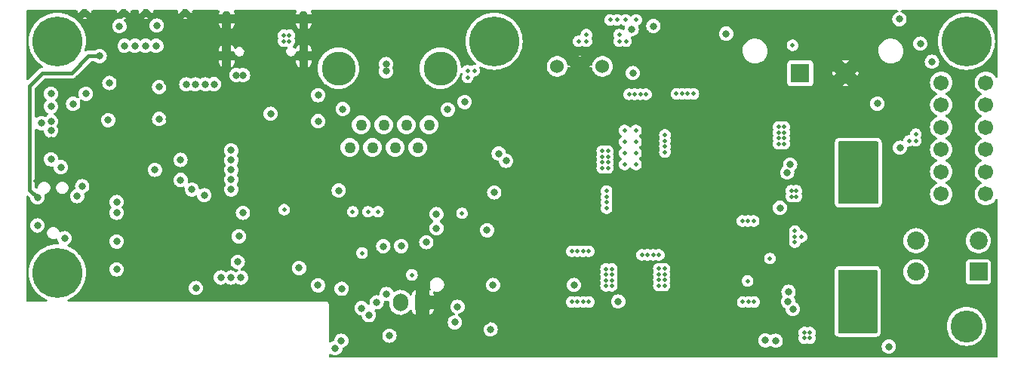
<source format=gbr>
%TF.GenerationSoftware,KiCad,Pcbnew,7.0.10*%
%TF.CreationDate,2025-02-04T14:48:45+01:00*%
%TF.ProjectId,BugWiperPCB,42756757-6970-4657-9250-43422e6b6963,rev?*%
%TF.SameCoordinates,Original*%
%TF.FileFunction,Copper,L2,Inr*%
%TF.FilePolarity,Positive*%
%FSLAX46Y46*%
G04 Gerber Fmt 4.6, Leading zero omitted, Abs format (unit mm)*
G04 Created by KiCad (PCBNEW 7.0.10) date 2025-02-04 14:48:45*
%MOMM*%
%LPD*%
G01*
G04 APERTURE LIST*
G04 Aperture macros list*
%AMRoundRect*
0 Rectangle with rounded corners*
0 $1 Rounding radius*
0 $2 $3 $4 $5 $6 $7 $8 $9 X,Y pos of 4 corners*
0 Add a 4 corners polygon primitive as box body*
4,1,4,$2,$3,$4,$5,$6,$7,$8,$9,$2,$3,0*
0 Add four circle primitives for the rounded corners*
1,1,$1+$1,$2,$3*
1,1,$1+$1,$4,$5*
1,1,$1+$1,$6,$7*
1,1,$1+$1,$8,$9*
0 Add four rect primitives between the rounded corners*
20,1,$1+$1,$2,$3,$4,$5,0*
20,1,$1+$1,$4,$5,$6,$7,0*
20,1,$1+$1,$6,$7,$8,$9,0*
20,1,$1+$1,$8,$9,$2,$3,0*%
G04 Aperture macros list end*
%TA.AperFunction,ComponentPad*%
%ADD10C,5.600000*%
%TD*%
%TA.AperFunction,ComponentPad*%
%ADD11C,1.701800*%
%TD*%
%TA.AperFunction,ComponentPad*%
%ADD12R,2.025000X2.025000*%
%TD*%
%TA.AperFunction,ComponentPad*%
%ADD13C,2.025000*%
%TD*%
%TA.AperFunction,ComponentPad*%
%ADD14C,1.270000*%
%TD*%
%TA.AperFunction,ComponentPad*%
%ADD15C,3.810000*%
%TD*%
%TA.AperFunction,ComponentPad*%
%ADD16O,1.000000X2.100000*%
%TD*%
%TA.AperFunction,ComponentPad*%
%ADD17O,1.000000X1.800000*%
%TD*%
%TA.AperFunction,ComponentPad*%
%ADD18R,2.100000X2.100000*%
%TD*%
%TA.AperFunction,ComponentPad*%
%ADD19C,2.100000*%
%TD*%
%TA.AperFunction,ComponentPad*%
%ADD20C,3.600000*%
%TD*%
%TA.AperFunction,ComponentPad*%
%ADD21RoundRect,0.250000X0.600000X0.750000X-0.600000X0.750000X-0.600000X-0.750000X0.600000X-0.750000X0*%
%TD*%
%TA.AperFunction,ComponentPad*%
%ADD22O,1.700000X2.000000*%
%TD*%
%TA.AperFunction,ComponentPad*%
%ADD23C,1.524000*%
%TD*%
%TA.AperFunction,ComponentPad*%
%ADD24C,0.750000*%
%TD*%
%TA.AperFunction,ViaPad*%
%ADD25C,0.800000*%
%TD*%
%TA.AperFunction,ViaPad*%
%ADD26C,0.500000*%
%TD*%
%TA.AperFunction,ViaPad*%
%ADD27C,0.600000*%
%TD*%
%TA.AperFunction,Conductor*%
%ADD28C,0.400000*%
%TD*%
G04 APERTURE END LIST*
D10*
%TO.N,N/C*%
%TO.C,H2*%
X163000000Y-64000000D03*
%TD*%
D11*
%TO.N,Net-(F2-Pad1)*%
%TO.C,J2*%
X213170001Y-81141601D03*
X218170001Y-81141601D03*
%TO.N,/GND2*%
X213170001Y-78641601D03*
X218170001Y-78641601D03*
%TO.N,EN_C2*%
X213170001Y-76141600D03*
X218170001Y-76141600D03*
%TO.N,EN_C1*%
X213170001Y-73641600D03*
X218170001Y-73641600D03*
%TO.N,/GND2*%
X213170001Y-71141600D03*
X218170001Y-71141600D03*
%TO.N,sw_1*%
X213170001Y-68641600D03*
X218170001Y-68641600D03*
%TD*%
D12*
%TO.N,/Power/Motor+*%
%TO.C,J6*%
X217346000Y-89888000D03*
D13*
X210346000Y-89888000D03*
%TO.N,/Power/Motor-*%
X217346000Y-86388000D03*
X210346000Y-86388000D03*
%TD*%
D14*
%TO.N,/ESP32-S3/GND3*%
%TO.C,J4*%
X155702000Y-73380700D03*
%TO.N,Net-(RN3C-R3.1)*%
X154432000Y-75920700D03*
%TO.N,Net-(RN3D-R4.1)*%
X153162000Y-73380700D03*
%TO.N,Net-(RN6-R1.1)*%
X151892000Y-75920700D03*
%TO.N,Net-(RN6-R2.1)*%
X150622000Y-73380700D03*
%TO.N,Net-(RN6-R3.1)*%
X149352000Y-75920700D03*
%TO.N,Net-(RN6-R4.1)*%
X148082000Y-73380700D03*
%TO.N,Net-(F1-Pad2)*%
X146812000Y-75920700D03*
D15*
%TO.N,/ESP32-S3/GND3*%
X156972000Y-67030700D03*
X145542000Y-67030700D03*
%TD*%
D10*
%TO.N,N/C*%
%TO.C,H3*%
X216000000Y-64000000D03*
%TD*%
%TO.N,N/C*%
%TO.C,H4*%
X114000000Y-90000000D03*
%TD*%
D16*
%TO.N,GND*%
%TO.C,J1*%
X141636400Y-65652800D03*
X132996400Y-65652800D03*
D17*
X141636400Y-61472800D03*
X132996400Y-61472800D03*
%TD*%
D18*
%TO.N,/Power/+VBat*%
%TO.C,J3*%
X197353000Y-67591500D03*
D19*
%TO.N,GND*%
X202433000Y-67591500D03*
%TD*%
D20*
%TO.N,Net-(C27-Pad1)*%
%TO.C,H5*%
X216000000Y-96000000D03*
%TD*%
D21*
%TO.N,GND*%
%TO.C,J7*%
X154990800Y-93319600D03*
D22*
%TO.N,sw_2*%
X152490800Y-93319600D03*
%TD*%
D23*
%TO.N,Net-(U6-+VIN)*%
%TO.C,U6*%
X170078400Y-66827400D03*
%TO.N,GND*%
X172618400Y-66827400D03*
%TO.N,/Power/3V3*%
X175158400Y-66827400D03*
%TD*%
D24*
%TO.N,GND*%
%TO.C,S1*%
X128336400Y-60694800D03*
X123936400Y-60694800D03*
%TD*%
D10*
%TO.N,N/C*%
%TO.C,H1*%
X114000000Y-64000000D03*
%TD*%
D24*
%TO.N,GND*%
%TO.C,S2*%
X121453000Y-60694800D03*
X117053000Y-60694800D03*
%TD*%
D25*
%TO.N,Boot*%
X111760000Y-81534000D03*
X118745000Y-65659000D03*
X125145800Y-62230000D03*
%TO.N,EN*%
X120650000Y-86487000D03*
X114808000Y-86106000D03*
%TO.N,sw_1*%
X157808712Y-71664564D03*
D26*
X196494400Y-64439800D03*
D25*
X189050200Y-63157000D03*
X212128000Y-66294000D03*
%TO.N,GND*%
X129184400Y-90518400D03*
D26*
X165354000Y-88214200D03*
X187985400Y-95097600D03*
X188620400Y-95097600D03*
X128168400Y-82397600D03*
X208534000Y-69850000D03*
D25*
X141732000Y-85039200D03*
D26*
X171272200Y-73507600D03*
X126847600Y-67310000D03*
X192024000Y-68046600D03*
X128168400Y-85140800D03*
X137500000Y-67750000D03*
X199593200Y-89077800D03*
X164084000Y-88214200D03*
X167259000Y-92659200D03*
X180771800Y-82194400D03*
X181406800Y-80924400D03*
X185242200Y-83540600D03*
X201955400Y-71501000D03*
X187985400Y-94462600D03*
X189484000Y-68681600D03*
X171907200Y-73507600D03*
D25*
X205943200Y-97688400D03*
D26*
X183337200Y-83540600D03*
X187985400Y-93827600D03*
X201955400Y-72136000D03*
X191389000Y-68681600D03*
D25*
X156236060Y-96405800D03*
D26*
X167894000Y-92659200D03*
X183972200Y-83540600D03*
X190119000Y-68046600D03*
X187350400Y-95732600D03*
D25*
X113284000Y-75152957D03*
D26*
X111556800Y-79705200D03*
X189484000Y-68046600D03*
X188620400Y-94462600D03*
X198882000Y-89916000D03*
X166624000Y-88214200D03*
X172542200Y-73507600D03*
X129540000Y-85140800D03*
X180771800Y-80924400D03*
X201955400Y-70866000D03*
X165354000Y-93294200D03*
X129540000Y-83769200D03*
X198805800Y-74726800D03*
X165100000Y-67310000D03*
X198805800Y-75361800D03*
X128117600Y-86614000D03*
X185877200Y-84175600D03*
X198170800Y-74726800D03*
X167894000Y-87579200D03*
X141558200Y-72136000D03*
X187985400Y-96367600D03*
D25*
X141478000Y-67665600D03*
D26*
X133451600Y-72136000D03*
X173177200Y-73507600D03*
X151968200Y-84988400D03*
X180771800Y-82829400D03*
X166624000Y-87579200D03*
X139827000Y-76327000D03*
X164719000Y-87579200D03*
X167259000Y-93294200D03*
X201320400Y-73406000D03*
D25*
X147966901Y-86639400D03*
D26*
X167259000Y-87579200D03*
X190754000Y-68681600D03*
X188620400Y-95732600D03*
X170840400Y-71374000D03*
X187350400Y-94462600D03*
X184607200Y-84175600D03*
X131978400Y-65786000D03*
X121875000Y-72593200D03*
X126161800Y-68681600D03*
X129540000Y-86614000D03*
D27*
X183997600Y-61366400D03*
D26*
X187350400Y-93827600D03*
X130429000Y-65786000D03*
X164084000Y-92659200D03*
X207772000Y-69850000D03*
X167894000Y-88214200D03*
X164084000Y-93294200D03*
D25*
X213233000Y-98552000D03*
D26*
X183870600Y-65176400D03*
X201955400Y-72771000D03*
X185140600Y-65176400D03*
X190754000Y-68046600D03*
D25*
X139082131Y-84503949D03*
D26*
X129540000Y-82397600D03*
D25*
X159715200Y-91414800D03*
X120680000Y-92172000D03*
X126492000Y-72720200D03*
D26*
X201320400Y-72136000D03*
X181406800Y-81559400D03*
X198170800Y-75361800D03*
X166624000Y-93294200D03*
X191389000Y-68046600D03*
X167894000Y-93294200D03*
X198882000Y-89077800D03*
X181406800Y-82829400D03*
X164719000Y-92659200D03*
X169367200Y-73507600D03*
X197459600Y-89941400D03*
X198170800Y-89103200D03*
X170840400Y-72009000D03*
X198170800Y-89941400D03*
X187350400Y-96367600D03*
X188620400Y-93827600D03*
X184505600Y-65176400D03*
X164719000Y-88214200D03*
X201422000Y-87884000D03*
X165354000Y-92659200D03*
X165989000Y-88214200D03*
X165862000Y-68199000D03*
D25*
X119037000Y-71995036D03*
X122682000Y-61305000D03*
D26*
X187985400Y-95732600D03*
X170002200Y-73507600D03*
X190119000Y-68681600D03*
D25*
X152845086Y-96355000D03*
D26*
X201422000Y-86004400D03*
X167259000Y-88214200D03*
D25*
X146608800Y-96113600D03*
D26*
X183235600Y-65176400D03*
X201955400Y-73406000D03*
X187350400Y-95097600D03*
X201320400Y-70866000D03*
X165354000Y-87579200D03*
X128168400Y-83769200D03*
X196799200Y-89941400D03*
X201422000Y-85344000D03*
X199593200Y-89916000D03*
X165989000Y-92659200D03*
X185242200Y-84175600D03*
X180771800Y-81559400D03*
X196799200Y-89103200D03*
X130962400Y-85140800D03*
D25*
X122555000Y-92172000D03*
D26*
X168732200Y-73507600D03*
X201422000Y-86664800D03*
X183337200Y-84175600D03*
X185877200Y-83540600D03*
D25*
X130403600Y-90518400D03*
D26*
X192024000Y-68681600D03*
X166624000Y-92659200D03*
X201320400Y-72771000D03*
X126746000Y-85140800D03*
X181406800Y-82194400D03*
D25*
X159715200Y-86614000D03*
X164388800Y-80975200D03*
D26*
X164084000Y-87579200D03*
X201320400Y-71501000D03*
X197459600Y-89103200D03*
X121869200Y-78079600D03*
X170637200Y-73507600D03*
D25*
X111760000Y-82804000D03*
D26*
X165989000Y-93294200D03*
X188620400Y-96367600D03*
D25*
X149456138Y-96551264D03*
X121617500Y-92172000D03*
D26*
X170840400Y-70739000D03*
D25*
X162115200Y-95402400D03*
D26*
X183972200Y-84175600D03*
X209296000Y-69850000D03*
D25*
X110998000Y-66395600D03*
D26*
X201422000Y-87274400D03*
X173812200Y-73507600D03*
X130962400Y-83769200D03*
X126746000Y-83769200D03*
X164973000Y-68199000D03*
X165989000Y-87579200D03*
D25*
X128016000Y-90518400D03*
D26*
X184607200Y-83540600D03*
X164719000Y-93294200D03*
%TO.N,+12V*%
X178917600Y-77825600D03*
X178917600Y-74015600D03*
X176199800Y-91465400D03*
X176199800Y-90830400D03*
X175564800Y-89560400D03*
X175615600Y-82092800D03*
X177647600Y-77825600D03*
X171729400Y-93268800D03*
X172364400Y-87579200D03*
X176199800Y-89560400D03*
X175133000Y-76327000D03*
X175133000Y-78232000D03*
X175615600Y-81457800D03*
X175133000Y-77597000D03*
D25*
X171958000Y-91364800D03*
D26*
X175615600Y-80822800D03*
X177647600Y-76555600D03*
D25*
X178562000Y-67564000D03*
D26*
X175564800Y-90830400D03*
X173634400Y-93268800D03*
X178917600Y-75285600D03*
X172999400Y-93268800D03*
X171729400Y-87579200D03*
X175133000Y-76962000D03*
X176199800Y-90195400D03*
X178917600Y-76555600D03*
D25*
X162891200Y-91364800D03*
X163525200Y-76606400D03*
D26*
X172364400Y-93268800D03*
X172999400Y-87579200D03*
X175564800Y-91465400D03*
X175564800Y-90195400D03*
X175768000Y-76327000D03*
X177647600Y-74015600D03*
X175768000Y-76962000D03*
X175768000Y-78232000D03*
D25*
X164338000Y-77419200D03*
D26*
X173634400Y-87579200D03*
X175768000Y-77597000D03*
X175615600Y-82727800D03*
X177647600Y-75285600D03*
%TO.N,/Power/+VBat*%
X195554600Y-74244200D03*
X194919600Y-73609200D03*
X194919600Y-74879200D03*
X194919600Y-75514200D03*
X195554600Y-73609200D03*
X195554600Y-75514200D03*
X195554600Y-74879200D03*
X194919600Y-74244200D03*
D25*
%TO.N,/ESP32-S3/ADC_VBat*%
X141122400Y-89458800D03*
X158899935Y-93819400D03*
%TO.N,EN_C1*%
X210820000Y-64262000D03*
%TO.N,Net-(CR1-IO_2)*%
X121557514Y-64509114D03*
X145567400Y-80746600D03*
X133502400Y-78447900D03*
X124942600Y-78435200D03*
%TO.N,EN_C2*%
X208483200Y-61518800D03*
%TO.N,Net-(U2-IS)*%
X196523057Y-94068000D03*
X194596285Y-97619085D03*
D26*
%TO.N,Net-(U3-IS)*%
X193954400Y-88392000D03*
X191439800Y-90906600D03*
D25*
X151256500Y-97055000D03*
X195072000Y-82702400D03*
%TO.N,Net-(CR1-IO_3)*%
X127812800Y-77317600D03*
X123932770Y-64509114D03*
D26*
X148851620Y-83139892D03*
D25*
X133502400Y-77349350D03*
D26*
%TO.N,Net-(CR1-IO_4)*%
X149974300Y-83139892D03*
D25*
X125120400Y-64509114D03*
X133502400Y-80645000D03*
X129082800Y-80645000D03*
D26*
%TO.N,+12V_HighSide*%
X180848000Y-87985600D03*
X182118000Y-90805000D03*
X179578000Y-87985600D03*
X197485000Y-85953600D03*
X182118000Y-90170000D03*
X196748400Y-86563200D03*
X181483000Y-90170000D03*
X197815200Y-97332800D03*
X192176400Y-93268800D03*
X192125600Y-84175600D03*
X196748400Y-85293200D03*
X196900800Y-81432400D03*
X182118000Y-89535000D03*
X196342000Y-80772000D03*
X197815200Y-96697800D03*
X196900800Y-80772000D03*
X190855600Y-84175600D03*
X190906400Y-93268800D03*
X181483000Y-87985600D03*
X181483000Y-90805000D03*
X191490600Y-84175600D03*
X182118000Y-91440000D03*
X181483000Y-91440000D03*
X198450200Y-96697800D03*
X198450200Y-97332800D03*
X181483000Y-89535000D03*
X180213000Y-87985600D03*
X196342000Y-81432400D03*
X191541400Y-93268800D03*
X196748400Y-85953600D03*
D25*
%TO.N,+3.3V*%
X176936400Y-93218000D03*
X162610800Y-96355000D03*
X162215600Y-85217118D03*
X111760000Y-84683600D03*
X120973314Y-62299314D03*
X132334000Y-90525600D03*
D26*
X177800000Y-64008000D03*
X177038000Y-64008000D03*
D25*
X150575901Y-87015699D03*
X150876000Y-66548000D03*
D26*
X178943000Y-61595000D03*
X176784000Y-61595000D03*
X140030200Y-63982600D03*
D25*
X134607203Y-90525600D03*
X150876000Y-67360800D03*
X137922000Y-72136000D03*
D26*
X176022000Y-61595000D03*
X140030200Y-63322200D03*
D25*
X115773200Y-71018400D03*
D26*
X139395200Y-63982600D03*
D25*
X112192129Y-73195000D03*
D26*
X177038000Y-63246000D03*
X139395200Y-63322200D03*
D25*
X156540200Y-84988400D03*
X133470601Y-90525600D03*
D26*
X177749200Y-61595000D03*
%TO.N,Enc1*%
X139446000Y-82905600D03*
D25*
X134823200Y-83261200D03*
%TO.N,Net-(CR1-IO_1)*%
X133502400Y-79546450D03*
X127838200Y-79578200D03*
D26*
X147144790Y-83139892D03*
D25*
X122745142Y-64509114D03*
%TO.N,IN_1*%
X125425200Y-72724600D03*
X125425200Y-69138800D03*
%TO.N,IN_4*%
X119837000Y-68681600D03*
X119700771Y-72849400D03*
%TO.N,OUT1*%
X152577800Y-86995000D03*
X133502400Y-76250800D03*
D26*
%TO.N,OUT2*%
X148183600Y-87782400D03*
D25*
X134366000Y-85902800D03*
%TO.N,/ESP32-S3/M_IS1*%
X150946286Y-92380025D03*
X156540200Y-83413600D03*
%TO.N,/ESP32-S3/M_IS2*%
X155397200Y-86563200D03*
X148132800Y-93954800D03*
X149817434Y-93314063D03*
X145894829Y-91793532D03*
%TO.N,/ESP32-S3/M_INH1*%
X193446400Y-97586800D03*
X195986400Y-93218000D03*
X129462776Y-68840917D03*
X134239000Y-88782000D03*
X130479800Y-81280000D03*
X148956000Y-94754800D03*
%TO.N,/ESP32-S3/M_IN2*%
X130622995Y-68834698D03*
X196215000Y-77840000D03*
%TO.N,/ESP32-S3/M_IN1*%
X145859500Y-97624900D03*
X131572804Y-68815542D03*
X196037200Y-92125800D03*
X143250000Y-91401000D03*
%TO.N,A_INA*%
X129540000Y-91694000D03*
X158600339Y-95554800D03*
%TO.N,/ESP32-S3/ADC_NTC*%
X207289400Y-98272600D03*
X145186400Y-98450400D03*
D26*
%TO.N,Net-(CR2-IO_1)*%
X153779712Y-90230025D03*
X159410400Y-83312000D03*
D25*
%TO.N,sw_2*%
X163017200Y-80975200D03*
D26*
%TO.N,/Power/+VBat\u002A*%
X180040008Y-69959442D03*
X182168800Y-75793600D03*
X183464200Y-69900800D03*
X184099200Y-69900800D03*
X184734200Y-69900800D03*
X182168800Y-76428600D03*
X182168800Y-75158600D03*
X185369200Y-69900800D03*
X178770008Y-69959442D03*
X179405008Y-69959442D03*
X178135008Y-69959442D03*
X182168800Y-74523600D03*
%TO.N,/Power/Motor+*%
X205689200Y-96418400D03*
X203149200Y-96418400D03*
X201879200Y-92608400D03*
X204419200Y-91338400D03*
X204419200Y-96418400D03*
X204419200Y-92608400D03*
X203149200Y-93878400D03*
X201879200Y-90068400D03*
X205689200Y-95148400D03*
X201879200Y-95148400D03*
X203149200Y-92608400D03*
X204419200Y-93878400D03*
X205689200Y-90068400D03*
X201879200Y-93878400D03*
X203149200Y-91338400D03*
X203149200Y-90068400D03*
X205689200Y-91338400D03*
X204419200Y-90068400D03*
X203149200Y-95148400D03*
X205689200Y-93878400D03*
X201879200Y-91338400D03*
X205689200Y-92608400D03*
X204419200Y-95148400D03*
X201879200Y-96418400D03*
%TO.N,/Power/Motor-*%
X205790800Y-79349600D03*
X205790800Y-76809600D03*
X204520800Y-75539600D03*
X204520800Y-76809600D03*
X203250800Y-75539600D03*
X203250800Y-78079600D03*
X204520800Y-80619600D03*
X204520800Y-79349600D03*
X201980800Y-78079600D03*
X201980800Y-79349600D03*
X201980800Y-81889600D03*
X203250800Y-81889600D03*
X201980800Y-80619600D03*
X203250800Y-80619600D03*
X204520800Y-78079600D03*
X204520800Y-81889600D03*
X205790800Y-75539600D03*
X205790800Y-80619600D03*
X201980800Y-76809600D03*
X201980800Y-75539600D03*
X203250800Y-76809600D03*
X205790800Y-81889600D03*
X205790800Y-78079600D03*
X203250800Y-79349600D03*
D25*
%TO.N,Net-(JP4-C)*%
X146024600Y-71602600D03*
%TO.N,Net-(JP1-C)*%
X206000000Y-71000000D03*
X208534000Y-75946000D03*
%TO.N,Enc_1*%
X159698898Y-70818771D03*
%TO.N,Enc_2*%
X178435000Y-62661800D03*
X180882002Y-62293600D03*
%TO.N,SD_CS*%
X120650000Y-82042000D03*
X113284000Y-71323200D03*
%TO.N,MOSI*%
X113284000Y-73000000D03*
X120650000Y-83261200D03*
%TO.N,CLK*%
X116789200Y-80264000D03*
X113284000Y-74044086D03*
%TO.N,MISO*%
X116230400Y-81381600D03*
X113284000Y-77243987D03*
%TO.N,DAT2*%
X113284000Y-69900800D03*
X117195600Y-69900800D03*
%TO.N,DAT1*%
X114389400Y-78138000D03*
%TO.N,/ESP32-S3/M_INH2*%
X195884800Y-78740000D03*
X143256000Y-72974200D03*
X143256000Y-70053200D03*
X128460500Y-68834000D03*
%TO.N,SD_DET*%
X120650000Y-89611200D03*
D26*
%TO.N,/GND2*%
X210312000Y-75184000D03*
X209550000Y-75184000D03*
X210312000Y-74422000D03*
%TO.N,/ESP32-S3/GND3*%
X160020000Y-68072000D03*
X160020000Y-67310000D03*
X160782000Y-67310000D03*
%TO.N,/Power/3V3*%
X173355000Y-64008000D03*
X173355000Y-63246000D03*
X172466000Y-64008000D03*
D25*
%TO.N,/ESP32-S3/+3\u002C3V*%
X134834114Y-67803592D03*
X134086600Y-67792600D03*
%TD*%
D28*
%TO.N,Boot*%
X110896400Y-68986400D02*
X110896400Y-80670400D01*
X112318800Y-67564000D02*
X110896400Y-68986400D01*
X117500400Y-65659000D02*
X115595400Y-67564000D01*
X118745000Y-65659000D02*
X117500400Y-65659000D01*
X115595400Y-67564000D02*
X112318800Y-67564000D01*
X110896400Y-80670400D02*
X111760000Y-81534000D01*
%TD*%
%TA.AperFunction,Conductor*%
%TO.N,GND*%
G36*
X116223271Y-60520185D02*
G01*
X116269026Y-60572989D01*
X116279452Y-60638383D01*
X116273096Y-60694796D01*
X116273096Y-60694803D01*
X116292648Y-60868341D01*
X116307288Y-60910179D01*
X116307290Y-60910180D01*
X116680651Y-60536819D01*
X116741974Y-60503334D01*
X116768332Y-60500500D01*
X116852087Y-60500500D01*
X116793955Y-60587500D01*
X116772612Y-60694800D01*
X116793955Y-60802100D01*
X116854736Y-60893064D01*
X116945700Y-60953845D01*
X117025912Y-60969800D01*
X117080088Y-60969800D01*
X117160300Y-60953845D01*
X117251264Y-60893064D01*
X117312045Y-60802100D01*
X117333388Y-60694800D01*
X117312045Y-60587500D01*
X117253913Y-60500500D01*
X117337668Y-60500500D01*
X117404707Y-60520185D01*
X117425349Y-60536819D01*
X117798709Y-60910179D01*
X117798710Y-60910179D01*
X117813350Y-60868344D01*
X117813351Y-60868342D01*
X117832904Y-60694803D01*
X117832904Y-60694796D01*
X117826548Y-60638383D01*
X117838603Y-60569561D01*
X117885952Y-60518182D01*
X117949768Y-60500500D01*
X120556232Y-60500500D01*
X120623271Y-60520185D01*
X120669026Y-60572989D01*
X120679452Y-60638383D01*
X120673096Y-60694796D01*
X120673096Y-60694803D01*
X120692648Y-60868341D01*
X120707288Y-60910179D01*
X120707290Y-60910180D01*
X121080651Y-60536819D01*
X121141974Y-60503334D01*
X121168332Y-60500500D01*
X121252087Y-60500500D01*
X121193955Y-60587500D01*
X121172612Y-60694800D01*
X121193955Y-60802100D01*
X121254736Y-60893064D01*
X121345700Y-60953845D01*
X121425912Y-60969800D01*
X121480088Y-60969800D01*
X121560300Y-60953845D01*
X121651264Y-60893064D01*
X121712045Y-60802100D01*
X121733388Y-60694800D01*
X121712045Y-60587500D01*
X121653913Y-60500500D01*
X121737668Y-60500500D01*
X121804707Y-60520185D01*
X121825349Y-60536819D01*
X122198709Y-60910179D01*
X122198710Y-60910179D01*
X122213350Y-60868344D01*
X122213351Y-60868342D01*
X122232904Y-60694803D01*
X122232904Y-60694796D01*
X122226548Y-60638383D01*
X122238603Y-60569561D01*
X122285952Y-60518182D01*
X122349768Y-60500500D01*
X123039632Y-60500500D01*
X123106671Y-60520185D01*
X123152426Y-60572989D01*
X123162852Y-60638383D01*
X123156496Y-60694796D01*
X123156496Y-60694803D01*
X123176048Y-60868341D01*
X123190688Y-60910179D01*
X123190690Y-60910180D01*
X123564051Y-60536819D01*
X123625374Y-60503334D01*
X123651732Y-60500500D01*
X123735487Y-60500500D01*
X123677355Y-60587500D01*
X123656012Y-60694800D01*
X123677355Y-60802100D01*
X123738136Y-60893064D01*
X123829100Y-60953845D01*
X123909312Y-60969800D01*
X123963488Y-60969800D01*
X124043700Y-60953845D01*
X124134664Y-60893064D01*
X124195445Y-60802100D01*
X124216788Y-60694800D01*
X124195445Y-60587500D01*
X124137313Y-60500500D01*
X124221068Y-60500500D01*
X124288107Y-60520185D01*
X124308749Y-60536819D01*
X124682109Y-60910179D01*
X124682110Y-60910179D01*
X124696750Y-60868344D01*
X124696751Y-60868342D01*
X124716304Y-60694803D01*
X124716304Y-60694796D01*
X124709948Y-60638383D01*
X124722003Y-60569561D01*
X124769352Y-60518182D01*
X124833168Y-60500500D01*
X127439632Y-60500500D01*
X127506671Y-60520185D01*
X127552426Y-60572989D01*
X127562852Y-60638383D01*
X127556496Y-60694796D01*
X127556496Y-60694803D01*
X127576048Y-60868341D01*
X127590688Y-60910179D01*
X127590690Y-60910180D01*
X127964051Y-60536819D01*
X128025374Y-60503334D01*
X128051732Y-60500500D01*
X128135487Y-60500500D01*
X128077355Y-60587500D01*
X128056012Y-60694800D01*
X128077355Y-60802100D01*
X128138136Y-60893064D01*
X128229100Y-60953845D01*
X128309312Y-60969800D01*
X128363488Y-60969800D01*
X128443700Y-60953845D01*
X128534664Y-60893064D01*
X128595445Y-60802100D01*
X128616788Y-60694800D01*
X128595445Y-60587500D01*
X128537313Y-60500500D01*
X128621068Y-60500500D01*
X128688107Y-60520185D01*
X128708749Y-60536819D01*
X129082109Y-60910179D01*
X129082110Y-60910179D01*
X129096750Y-60868344D01*
X129096751Y-60868342D01*
X129116304Y-60694803D01*
X129116304Y-60694796D01*
X129109948Y-60638383D01*
X129122003Y-60569561D01*
X129169352Y-60518182D01*
X129233168Y-60500500D01*
X132072814Y-60500500D01*
X132139853Y-60520185D01*
X132185608Y-60572989D01*
X132195552Y-60642147D01*
X132180202Y-60686499D01*
X132169680Y-60704723D01*
X132169678Y-60704727D01*
X132111218Y-60884646D01*
X132101953Y-60972800D01*
X132713414Y-60972800D01*
X132696400Y-61016720D01*
X132696400Y-61900602D01*
X132711812Y-61983050D01*
X132770857Y-62078410D01*
X132860362Y-62146001D01*
X132968240Y-62176695D01*
X133079921Y-62166346D01*
X133180322Y-62116352D01*
X133255884Y-62033466D01*
X133279386Y-61972800D01*
X133496400Y-61972800D01*
X133496400Y-62621988D01*
X133601933Y-62545314D01*
X133728527Y-62404718D01*
X133728529Y-62404715D01*
X133823116Y-62240884D01*
X133823121Y-62240872D01*
X133881580Y-62060954D01*
X133881581Y-62060952D01*
X133890847Y-61972800D01*
X140741953Y-61972800D01*
X140751218Y-62060952D01*
X140751219Y-62060954D01*
X140809678Y-62240872D01*
X140809683Y-62240884D01*
X140904270Y-62404715D01*
X140904272Y-62404718D01*
X141030866Y-62545314D01*
X141136399Y-62621988D01*
X141136400Y-62621988D01*
X141136400Y-61972800D01*
X140741953Y-61972800D01*
X133890847Y-61972800D01*
X133496400Y-61972800D01*
X133279386Y-61972800D01*
X133296400Y-61928880D01*
X133296400Y-61044998D01*
X133282904Y-60972800D01*
X133890846Y-60972800D01*
X133881581Y-60884646D01*
X133823121Y-60704727D01*
X133823119Y-60704723D01*
X133812598Y-60686499D01*
X133796126Y-60618599D01*
X133818979Y-60552572D01*
X133873901Y-60509382D01*
X133919986Y-60500500D01*
X140712814Y-60500500D01*
X140779853Y-60520185D01*
X140825608Y-60572989D01*
X140835552Y-60642147D01*
X140820202Y-60686499D01*
X140809680Y-60704723D01*
X140809678Y-60704727D01*
X140751218Y-60884646D01*
X140741953Y-60972800D01*
X141353414Y-60972800D01*
X141336400Y-61016720D01*
X141336400Y-61900602D01*
X141351812Y-61983050D01*
X141410857Y-62078410D01*
X141500362Y-62146001D01*
X141608240Y-62176695D01*
X141719921Y-62166346D01*
X141820322Y-62116352D01*
X141895884Y-62033466D01*
X141919386Y-61972800D01*
X142136400Y-61972800D01*
X142136400Y-62621988D01*
X142241933Y-62545314D01*
X142368527Y-62404718D01*
X142368529Y-62404715D01*
X142463116Y-62240884D01*
X142463121Y-62240872D01*
X142521580Y-62060954D01*
X142521581Y-62060952D01*
X142530847Y-61972800D01*
X142136400Y-61972800D01*
X141919386Y-61972800D01*
X141936400Y-61928880D01*
X141936400Y-61044998D01*
X141922904Y-60972800D01*
X142530846Y-60972800D01*
X142521581Y-60884646D01*
X142463121Y-60704727D01*
X142463119Y-60704723D01*
X142452598Y-60686499D01*
X142436126Y-60618599D01*
X142458979Y-60552572D01*
X142513901Y-60509382D01*
X142559986Y-60500500D01*
X208239813Y-60500500D01*
X208306852Y-60520185D01*
X208352607Y-60572989D01*
X208362551Y-60642147D01*
X208333526Y-60705703D01*
X208280768Y-60741542D01*
X208133676Y-60793011D01*
X207980937Y-60888984D01*
X207853384Y-61016537D01*
X207757411Y-61169276D01*
X207697831Y-61339545D01*
X207697830Y-61339550D01*
X207677635Y-61518796D01*
X207677635Y-61518803D01*
X207697830Y-61698049D01*
X207697831Y-61698054D01*
X207757411Y-61868323D01*
X207808602Y-61949792D01*
X207853384Y-62021062D01*
X207980938Y-62148616D01*
X208031918Y-62180649D01*
X208127781Y-62240884D01*
X208133678Y-62244589D01*
X208273752Y-62293603D01*
X208303945Y-62304168D01*
X208303950Y-62304169D01*
X208483196Y-62324365D01*
X208483200Y-62324365D01*
X208483204Y-62324365D01*
X208662449Y-62304169D01*
X208662452Y-62304168D01*
X208662455Y-62304168D01*
X208832722Y-62244589D01*
X208985462Y-62148616D01*
X209113016Y-62021062D01*
X209208989Y-61868322D01*
X209268568Y-61698055D01*
X209271786Y-61669498D01*
X209288765Y-61518803D01*
X209288765Y-61518796D01*
X209268569Y-61339550D01*
X209268568Y-61339545D01*
X209208988Y-61169276D01*
X209137634Y-61055717D01*
X209113016Y-61016538D01*
X208985462Y-60888984D01*
X208952614Y-60868344D01*
X208832723Y-60793011D01*
X208685632Y-60741542D01*
X208628856Y-60700820D01*
X208603109Y-60635867D01*
X208616565Y-60567306D01*
X208664952Y-60516903D01*
X208726587Y-60500500D01*
X219375500Y-60500500D01*
X219442539Y-60520185D01*
X219488294Y-60572989D01*
X219499500Y-60624500D01*
X219499500Y-67972327D01*
X219479815Y-68039366D01*
X219427011Y-68085121D01*
X219357853Y-68095065D01*
X219294297Y-68066040D01*
X219263119Y-68024734D01*
X219257885Y-68013511D01*
X219257882Y-68013505D01*
X219132294Y-67834147D01*
X219132289Y-67834141D01*
X218977459Y-67679311D01*
X218977453Y-67679306D01*
X218798095Y-67553718D01*
X218798091Y-67553716D01*
X218696846Y-67506505D01*
X218599640Y-67461177D01*
X218599636Y-67461176D01*
X218599632Y-67461174D01*
X218388139Y-67404505D01*
X218388135Y-67404504D01*
X218388134Y-67404504D01*
X218388133Y-67404503D01*
X218388128Y-67404503D01*
X218170003Y-67385420D01*
X218169999Y-67385420D01*
X217951873Y-67404503D01*
X217951862Y-67404505D01*
X217740369Y-67461174D01*
X217740360Y-67461178D01*
X217541910Y-67553716D01*
X217541906Y-67553718D01*
X217362548Y-67679306D01*
X217362542Y-67679311D01*
X217207712Y-67834141D01*
X217207707Y-67834147D01*
X217082119Y-68013505D01*
X217082117Y-68013509D01*
X217011709Y-68164500D01*
X216993205Y-68204184D01*
X216989579Y-68211959D01*
X216989575Y-68211968D01*
X216932906Y-68423461D01*
X216932904Y-68423472D01*
X216913821Y-68641598D01*
X216913821Y-68641601D01*
X216932904Y-68859727D01*
X216932906Y-68859738D01*
X216989575Y-69071231D01*
X216989577Y-69071235D01*
X216989578Y-69071239D01*
X217066004Y-69235135D01*
X217082117Y-69269690D01*
X217082119Y-69269694D01*
X217207707Y-69449052D01*
X217207712Y-69449058D01*
X217362542Y-69603888D01*
X217362548Y-69603893D01*
X217541906Y-69729481D01*
X217541908Y-69729482D01*
X217541911Y-69729484D01*
X217625828Y-69768615D01*
X217648566Y-69779218D01*
X217701005Y-69825390D01*
X217720157Y-69892584D01*
X217699941Y-69959465D01*
X217648566Y-70003982D01*
X217541910Y-70053716D01*
X217541906Y-70053718D01*
X217362548Y-70179306D01*
X217362542Y-70179311D01*
X217207712Y-70334141D01*
X217207707Y-70334147D01*
X217082119Y-70513505D01*
X217082117Y-70513509D01*
X217009898Y-70668384D01*
X216992188Y-70706365D01*
X216989579Y-70711959D01*
X216989575Y-70711968D01*
X216932906Y-70923461D01*
X216932904Y-70923472D01*
X216913821Y-71141598D01*
X216913821Y-71141601D01*
X216932904Y-71359727D01*
X216932906Y-71359738D01*
X216989575Y-71571231D01*
X216989577Y-71571235D01*
X216989578Y-71571239D01*
X217052431Y-71706028D01*
X217082117Y-71769690D01*
X217082119Y-71769694D01*
X217207707Y-71949052D01*
X217207712Y-71949058D01*
X217362542Y-72103888D01*
X217362548Y-72103893D01*
X217541906Y-72229481D01*
X217541908Y-72229482D01*
X217541911Y-72229484D01*
X217628732Y-72269969D01*
X217648566Y-72279218D01*
X217701005Y-72325390D01*
X217720157Y-72392584D01*
X217699941Y-72459465D01*
X217648566Y-72503982D01*
X217541910Y-72553716D01*
X217541906Y-72553718D01*
X217362548Y-72679306D01*
X217362542Y-72679311D01*
X217207712Y-72834141D01*
X217207707Y-72834147D01*
X217082119Y-73013505D01*
X217082117Y-73013509D01*
X216989579Y-73211959D01*
X216989575Y-73211968D01*
X216932906Y-73423461D01*
X216932904Y-73423472D01*
X216913821Y-73641598D01*
X216913821Y-73641601D01*
X216932904Y-73859727D01*
X216932906Y-73859738D01*
X216989575Y-74071231D01*
X216989577Y-74071235D01*
X216989578Y-74071239D01*
X217052431Y-74206028D01*
X217082117Y-74269690D01*
X217082119Y-74269694D01*
X217207707Y-74449052D01*
X217207712Y-74449058D01*
X217362542Y-74603888D01*
X217362548Y-74603893D01*
X217541906Y-74729481D01*
X217541908Y-74729482D01*
X217541911Y-74729484D01*
X217628528Y-74769874D01*
X217648566Y-74779218D01*
X217701005Y-74825390D01*
X217720157Y-74892584D01*
X217699941Y-74959465D01*
X217648566Y-75003982D01*
X217541910Y-75053716D01*
X217541906Y-75053718D01*
X217362548Y-75179306D01*
X217362542Y-75179311D01*
X217207712Y-75334141D01*
X217207707Y-75334147D01*
X217082119Y-75513505D01*
X217082117Y-75513509D01*
X216989579Y-75711959D01*
X216989575Y-75711968D01*
X216932906Y-75923461D01*
X216932904Y-75923472D01*
X216913821Y-76141598D01*
X216913821Y-76141601D01*
X216932904Y-76359727D01*
X216932906Y-76359738D01*
X216989575Y-76571231D01*
X216989577Y-76571235D01*
X216989578Y-76571239D01*
X217043924Y-76687784D01*
X217082117Y-76769690D01*
X217082119Y-76769694D01*
X217207707Y-76949052D01*
X217207712Y-76949058D01*
X217362542Y-77103888D01*
X217362548Y-77103893D01*
X217541906Y-77229481D01*
X217541908Y-77229482D01*
X217541911Y-77229484D01*
X217594074Y-77253808D01*
X217648566Y-77279218D01*
X217701006Y-77325390D01*
X217720158Y-77392584D01*
X217699942Y-77459465D01*
X217648567Y-77503982D01*
X217541911Y-77553717D01*
X217541906Y-77553719D01*
X217362548Y-77679307D01*
X217362542Y-77679312D01*
X217207712Y-77834142D01*
X217207707Y-77834148D01*
X217082119Y-78013506D01*
X217082117Y-78013510D01*
X216989579Y-78211960D01*
X216989575Y-78211969D01*
X216932906Y-78423462D01*
X216932904Y-78423473D01*
X216913821Y-78641599D01*
X216913821Y-78641602D01*
X216932904Y-78859728D01*
X216932906Y-78859739D01*
X216989575Y-79071232D01*
X216989577Y-79071236D01*
X216989578Y-79071240D01*
X217082116Y-79269688D01*
X217082119Y-79269695D01*
X217207707Y-79449053D01*
X217207712Y-79449059D01*
X217362542Y-79603889D01*
X217362548Y-79603894D01*
X217541906Y-79729482D01*
X217541908Y-79729483D01*
X217541911Y-79729485D01*
X217601891Y-79757454D01*
X217648566Y-79779219D01*
X217701005Y-79825391D01*
X217720157Y-79892585D01*
X217699941Y-79959466D01*
X217648566Y-80003983D01*
X217541910Y-80053717D01*
X217541906Y-80053719D01*
X217362548Y-80179307D01*
X217362542Y-80179312D01*
X217207712Y-80334142D01*
X217207707Y-80334148D01*
X217082119Y-80513506D01*
X217082117Y-80513510D01*
X216989579Y-80711960D01*
X216989575Y-80711969D01*
X216932906Y-80923462D01*
X216932904Y-80923473D01*
X216913821Y-81141599D01*
X216913821Y-81141602D01*
X216932904Y-81359728D01*
X216932906Y-81359739D01*
X216989575Y-81571232D01*
X216989577Y-81571236D01*
X216989578Y-81571240D01*
X217064228Y-81731328D01*
X217082117Y-81769691D01*
X217082119Y-81769695D01*
X217207707Y-81949053D01*
X217207712Y-81949059D01*
X217362542Y-82103889D01*
X217362548Y-82103894D01*
X217541906Y-82229482D01*
X217541908Y-82229483D01*
X217541911Y-82229485D01*
X217740362Y-82322024D01*
X217951868Y-82378697D01*
X218098460Y-82391522D01*
X218169999Y-82397781D01*
X218170001Y-82397781D01*
X218170003Y-82397781D01*
X218224534Y-82393010D01*
X218388134Y-82378697D01*
X218599640Y-82322024D01*
X218798091Y-82229485D01*
X218977458Y-82103891D01*
X219132291Y-81949058D01*
X219257885Y-81769691D01*
X219263118Y-81758469D01*
X219309290Y-81706029D01*
X219376483Y-81686877D01*
X219443365Y-81707092D01*
X219488699Y-81760258D01*
X219499500Y-81810873D01*
X219499500Y-99375500D01*
X219479815Y-99442539D01*
X219427011Y-99488294D01*
X219375500Y-99499500D01*
X145232993Y-99499500D01*
X145185597Y-99485583D01*
X145161201Y-99497640D01*
X145139807Y-99499500D01*
X144624500Y-99499500D01*
X144557461Y-99479815D01*
X144511706Y-99427011D01*
X144500500Y-99375500D01*
X144500500Y-99189189D01*
X144520185Y-99122150D01*
X144572989Y-99076395D01*
X144642147Y-99066451D01*
X144690470Y-99084195D01*
X144746480Y-99119388D01*
X144836875Y-99176188D01*
X145007145Y-99235768D01*
X145007150Y-99235769D01*
X145153690Y-99252280D01*
X145184509Y-99265229D01*
X145198058Y-99256523D01*
X145219110Y-99252280D01*
X145365649Y-99235769D01*
X145365652Y-99235768D01*
X145365655Y-99235768D01*
X145535922Y-99176189D01*
X145688662Y-99080216D01*
X145816216Y-98952662D01*
X145912189Y-98799922D01*
X145971768Y-98629655D01*
X145986028Y-98503088D01*
X146013094Y-98438676D01*
X146068291Y-98399932D01*
X146209022Y-98350689D01*
X146361762Y-98254716D01*
X146489316Y-98127162D01*
X146585289Y-97974422D01*
X146644868Y-97804155D01*
X146644869Y-97804149D01*
X146665065Y-97624903D01*
X146665065Y-97624896D01*
X146644869Y-97445650D01*
X146644868Y-97445645D01*
X146585288Y-97275376D01*
X146514724Y-97163075D01*
X146489316Y-97122638D01*
X146421681Y-97055003D01*
X150450935Y-97055003D01*
X150471130Y-97234249D01*
X150471131Y-97234254D01*
X150530711Y-97404523D01*
X150582681Y-97487232D01*
X150626684Y-97557262D01*
X150754238Y-97684816D01*
X150817568Y-97724609D01*
X150890343Y-97770337D01*
X150906978Y-97780789D01*
X151020706Y-97820584D01*
X151077245Y-97840368D01*
X151077250Y-97840369D01*
X151256496Y-97860565D01*
X151256500Y-97860565D01*
X151256504Y-97860565D01*
X151435749Y-97840369D01*
X151435752Y-97840368D01*
X151435755Y-97840368D01*
X151606022Y-97780789D01*
X151758762Y-97684816D01*
X151856775Y-97586803D01*
X192640835Y-97586803D01*
X192661030Y-97766049D01*
X192661031Y-97766054D01*
X192720611Y-97936323D01*
X192784097Y-98037359D01*
X192816584Y-98089062D01*
X192944138Y-98216616D01*
X193096878Y-98312589D01*
X193205762Y-98350689D01*
X193267145Y-98372168D01*
X193267150Y-98372169D01*
X193446396Y-98392365D01*
X193446400Y-98392365D01*
X193446404Y-98392365D01*
X193625649Y-98372169D01*
X193625652Y-98372168D01*
X193625655Y-98372168D01*
X193795922Y-98312589D01*
X193934376Y-98225591D01*
X194001609Y-98206592D01*
X194068445Y-98226959D01*
X194088027Y-98242905D01*
X194094023Y-98248901D01*
X194246763Y-98344874D01*
X194404107Y-98399931D01*
X194417030Y-98404453D01*
X194417035Y-98404454D01*
X194596281Y-98424650D01*
X194596285Y-98424650D01*
X194596289Y-98424650D01*
X194775534Y-98404454D01*
X194775537Y-98404453D01*
X194775540Y-98404453D01*
X194945807Y-98344874D01*
X195060826Y-98272603D01*
X206483835Y-98272603D01*
X206504030Y-98451849D01*
X206504031Y-98451854D01*
X206563611Y-98622123D01*
X206568344Y-98629655D01*
X206659584Y-98774862D01*
X206787138Y-98902416D01*
X206939878Y-98998389D01*
X207110145Y-99057968D01*
X207110150Y-99057969D01*
X207289396Y-99078165D01*
X207289400Y-99078165D01*
X207289404Y-99078165D01*
X207468649Y-99057969D01*
X207468652Y-99057968D01*
X207468655Y-99057968D01*
X207638922Y-98998389D01*
X207791662Y-98902416D01*
X207919216Y-98774862D01*
X208015189Y-98622122D01*
X208074768Y-98451855D01*
X208076253Y-98438676D01*
X208094965Y-98272603D01*
X208094965Y-98272596D01*
X208074769Y-98093350D01*
X208074768Y-98093345D01*
X208055177Y-98037357D01*
X208015189Y-97923078D01*
X208006833Y-97909780D01*
X207947427Y-97815236D01*
X207919216Y-97770338D01*
X207791662Y-97642784D01*
X207638923Y-97546811D01*
X207468654Y-97487231D01*
X207468649Y-97487230D01*
X207289404Y-97467035D01*
X207289396Y-97467035D01*
X207110150Y-97487230D01*
X207110145Y-97487231D01*
X206939876Y-97546811D01*
X206787137Y-97642784D01*
X206659584Y-97770337D01*
X206563611Y-97923076D01*
X206504031Y-98093345D01*
X206504030Y-98093350D01*
X206483835Y-98272596D01*
X206483835Y-98272603D01*
X195060826Y-98272603D01*
X195098547Y-98248901D01*
X195226101Y-98121347D01*
X195322074Y-97968607D01*
X195381653Y-97798340D01*
X195385147Y-97767330D01*
X195401850Y-97619088D01*
X195401850Y-97619081D01*
X195381654Y-97439835D01*
X195381653Y-97439830D01*
X195370356Y-97407545D01*
X195344202Y-97332800D01*
X197159922Y-97332800D01*
X197178962Y-97489618D01*
X197215819Y-97586800D01*
X197234980Y-97637323D01*
X197324717Y-97767330D01*
X197442960Y-97872083D01*
X197442962Y-97872084D01*
X197582834Y-97945496D01*
X197736214Y-97983300D01*
X197736215Y-97983300D01*
X197894185Y-97983300D01*
X198047565Y-97945496D01*
X198075074Y-97931057D01*
X198143581Y-97917332D01*
X198190325Y-97931057D01*
X198217835Y-97945496D01*
X198294525Y-97964398D01*
X198371214Y-97983300D01*
X198371215Y-97983300D01*
X198529185Y-97983300D01*
X198682565Y-97945496D01*
X198750619Y-97909778D01*
X198822440Y-97872083D01*
X198940683Y-97767330D01*
X199030420Y-97637323D01*
X199086437Y-97489618D01*
X199105478Y-97332800D01*
X199097799Y-97269561D01*
X199086437Y-97175982D01*
X199071391Y-97136310D01*
X199042173Y-97059269D01*
X199036807Y-96989608D01*
X199042171Y-96971337D01*
X199086437Y-96854618D01*
X199105478Y-96697800D01*
X199099675Y-96650008D01*
X201194300Y-96650008D01*
X201203567Y-96736197D01*
X201213365Y-96781235D01*
X201214774Y-96787710D01*
X201237490Y-96859360D01*
X201237491Y-96859361D01*
X201237491Y-96859362D01*
X201304551Y-96967059D01*
X201350298Y-97019854D01*
X201350302Y-97019857D01*
X201350305Y-97019861D01*
X201427877Y-97089042D01*
X201427878Y-97089042D01*
X201427879Y-97089043D01*
X201542512Y-97143388D01*
X201542514Y-97143388D01*
X201542515Y-97143389D01*
X201609554Y-97163074D01*
X201609558Y-97163074D01*
X201609560Y-97163075D01*
X201625350Y-97165345D01*
X201723800Y-97179500D01*
X201723803Y-97179500D01*
X205869991Y-97179500D01*
X205870000Y-97179500D01*
X205956199Y-97170232D01*
X206007710Y-97159026D01*
X206079360Y-97136310D01*
X206187057Y-97069250D01*
X206239861Y-97023495D01*
X206309042Y-96945923D01*
X206363389Y-96831285D01*
X206383074Y-96764246D01*
X206399500Y-96650000D01*
X206399500Y-96000000D01*
X213794778Y-96000000D01*
X213813644Y-96287837D01*
X213813646Y-96287849D01*
X213869917Y-96570745D01*
X213869921Y-96570760D01*
X213962642Y-96843905D01*
X214090219Y-97102606D01*
X214090223Y-97102613D01*
X214250478Y-97342452D01*
X214440672Y-97559327D01*
X214657547Y-97749521D01*
X214840974Y-97872083D01*
X214897389Y-97909778D01*
X215156098Y-98037359D01*
X215429247Y-98130081D01*
X215712161Y-98186356D01*
X216000000Y-98205222D01*
X216287839Y-98186356D01*
X216570753Y-98130081D01*
X216843902Y-98037359D01*
X217102611Y-97909778D01*
X217342454Y-97749520D01*
X217559327Y-97559327D01*
X217749520Y-97342454D01*
X217909778Y-97102611D01*
X218037359Y-96843902D01*
X218130081Y-96570753D01*
X218186356Y-96287839D01*
X218205222Y-96000000D01*
X218186356Y-95712161D01*
X218130081Y-95429247D01*
X218037359Y-95156098D01*
X217909778Y-94897389D01*
X217819752Y-94762655D01*
X217749521Y-94657547D01*
X217559327Y-94440672D01*
X217342452Y-94250478D01*
X217102613Y-94090223D01*
X217102606Y-94090219D01*
X216843905Y-93962642D01*
X216570760Y-93869921D01*
X216570754Y-93869919D01*
X216570753Y-93869919D01*
X216570751Y-93869918D01*
X216570745Y-93869917D01*
X216287849Y-93813646D01*
X216287839Y-93813644D01*
X216000000Y-93794778D01*
X215712161Y-93813644D01*
X215712155Y-93813645D01*
X215712150Y-93813646D01*
X215429254Y-93869917D01*
X215429239Y-93869921D01*
X215156094Y-93962642D01*
X214897393Y-94090219D01*
X214897386Y-94090223D01*
X214657547Y-94250478D01*
X214440672Y-94440672D01*
X214250478Y-94657547D01*
X214090223Y-94897386D01*
X214090219Y-94897393D01*
X213962642Y-95156094D01*
X213869921Y-95429239D01*
X213869917Y-95429254D01*
X213813646Y-95712150D01*
X213813644Y-95712162D01*
X213794778Y-96000000D01*
X206399500Y-96000000D01*
X206399500Y-89888005D01*
X208928157Y-89888005D01*
X208947494Y-90121365D01*
X209004979Y-90348371D01*
X209099044Y-90562820D01*
X209191841Y-90704854D01*
X209227123Y-90758857D01*
X209385721Y-90931141D01*
X209385724Y-90931143D01*
X209385727Y-90931146D01*
X209570509Y-91074968D01*
X209570513Y-91074971D01*
X209570515Y-91074972D01*
X209570518Y-91074974D01*
X209658339Y-91122500D01*
X209776459Y-91186423D01*
X209776462Y-91186424D01*
X209997936Y-91262456D01*
X209997938Y-91262456D01*
X209997940Y-91262457D01*
X210228915Y-91301000D01*
X210228916Y-91301000D01*
X210463084Y-91301000D01*
X210463085Y-91301000D01*
X210694060Y-91262457D01*
X210915541Y-91186423D01*
X211121487Y-91074971D01*
X211305154Y-90932017D01*
X215933000Y-90932017D01*
X215941862Y-90987967D01*
X215947854Y-91025804D01*
X216005450Y-91138842D01*
X216005452Y-91138844D01*
X216005454Y-91138847D01*
X216095152Y-91228545D01*
X216095154Y-91228546D01*
X216095158Y-91228550D01*
X216202371Y-91283178D01*
X216208198Y-91286147D01*
X216301975Y-91300999D01*
X216301981Y-91301000D01*
X218390018Y-91300999D01*
X218483804Y-91286146D01*
X218596842Y-91228550D01*
X218686550Y-91138842D01*
X218744146Y-91025804D01*
X218744146Y-91025802D01*
X218744147Y-91025801D01*
X218758999Y-90932024D01*
X218759000Y-90932019D01*
X218758999Y-88843982D01*
X218744146Y-88750196D01*
X218686550Y-88637158D01*
X218686546Y-88637154D01*
X218686545Y-88637152D01*
X218596847Y-88547454D01*
X218596844Y-88547452D01*
X218596842Y-88547450D01*
X218520017Y-88508305D01*
X218483801Y-88489852D01*
X218390024Y-88475000D01*
X216301982Y-88475000D01*
X216221019Y-88487823D01*
X216208196Y-88489854D01*
X216095158Y-88547450D01*
X216095157Y-88547451D01*
X216095152Y-88547454D01*
X216005454Y-88637152D01*
X216005451Y-88637157D01*
X216005450Y-88637158D01*
X215986968Y-88673430D01*
X215947852Y-88750198D01*
X215933000Y-88843975D01*
X215933000Y-90932017D01*
X211305154Y-90932017D01*
X211306279Y-90931141D01*
X211464877Y-90758857D01*
X211592956Y-90562819D01*
X211687020Y-90348373D01*
X211744505Y-90121369D01*
X211757817Y-89960722D01*
X211763843Y-89888005D01*
X211763843Y-89887994D01*
X211747587Y-89691821D01*
X211744505Y-89654631D01*
X211687020Y-89427627D01*
X211592956Y-89213181D01*
X211464877Y-89017143D01*
X211306279Y-88844859D01*
X211306274Y-88844855D01*
X211306272Y-88844853D01*
X211121490Y-88701031D01*
X211121481Y-88701025D01*
X210915547Y-88589580D01*
X210915537Y-88589575D01*
X210694063Y-88513543D01*
X210520828Y-88484635D01*
X210463085Y-88475000D01*
X210228915Y-88475000D01*
X210182720Y-88482708D01*
X209997936Y-88513543D01*
X209776462Y-88589575D01*
X209776452Y-88589580D01*
X209570518Y-88701025D01*
X209570509Y-88701031D01*
X209385727Y-88844853D01*
X209385724Y-88844856D01*
X209227124Y-89017141D01*
X209227121Y-89017145D01*
X209099044Y-89213179D01*
X209004979Y-89427628D01*
X208947494Y-89654634D01*
X208928157Y-89887994D01*
X208928157Y-89888005D01*
X206399500Y-89888005D01*
X206399500Y-89786000D01*
X206390232Y-89699801D01*
X206379026Y-89648290D01*
X206356310Y-89576640D01*
X206289250Y-89468943D01*
X206289249Y-89468942D01*
X206289248Y-89468940D01*
X206243501Y-89416145D01*
X206243497Y-89416141D01*
X206243495Y-89416139D01*
X206165923Y-89346958D01*
X206165921Y-89346957D01*
X206165920Y-89346956D01*
X206051287Y-89292611D01*
X205984247Y-89272926D01*
X205984239Y-89272924D01*
X205870000Y-89256500D01*
X201723800Y-89256500D01*
X201723791Y-89256500D01*
X201637602Y-89265767D01*
X201586093Y-89276973D01*
X201586090Y-89276974D01*
X201514440Y-89299690D01*
X201514438Y-89299691D01*
X201514437Y-89299691D01*
X201406740Y-89366751D01*
X201406740Y-89366752D01*
X201353945Y-89412498D01*
X201284756Y-89490079D01*
X201230411Y-89604712D01*
X201210726Y-89671752D01*
X201210724Y-89671760D01*
X201194300Y-89785999D01*
X201194300Y-96650008D01*
X199099675Y-96650008D01*
X199087865Y-96552738D01*
X199086437Y-96540981D01*
X199065192Y-96484964D01*
X199030420Y-96393277D01*
X198940683Y-96263270D01*
X198822440Y-96158517D01*
X198822438Y-96158516D01*
X198822437Y-96158515D01*
X198682565Y-96085103D01*
X198529186Y-96047300D01*
X198529185Y-96047300D01*
X198371215Y-96047300D01*
X198217837Y-96085103D01*
X198190324Y-96099543D01*
X198121815Y-96113266D01*
X198075076Y-96099543D01*
X198047565Y-96085104D01*
X198047562Y-96085103D01*
X197894185Y-96047300D01*
X197736215Y-96047300D01*
X197736214Y-96047300D01*
X197582834Y-96085103D01*
X197442962Y-96158515D01*
X197324716Y-96263271D01*
X197234981Y-96393275D01*
X197234980Y-96393276D01*
X197178962Y-96540981D01*
X197159922Y-96697799D01*
X197159922Y-96697800D01*
X197178963Y-96854619D01*
X197178963Y-96854621D01*
X197223224Y-96971330D01*
X197228591Y-97040993D01*
X197223224Y-97059270D01*
X197178963Y-97175978D01*
X197178963Y-97175980D01*
X197159922Y-97332799D01*
X197159922Y-97332800D01*
X195344202Y-97332800D01*
X195322074Y-97269563D01*
X195299888Y-97234255D01*
X195282867Y-97207165D01*
X195226101Y-97116823D01*
X195098547Y-96989269D01*
X195047166Y-96956984D01*
X194945808Y-96893296D01*
X194775539Y-96833716D01*
X194775534Y-96833715D01*
X194596289Y-96813520D01*
X194596281Y-96813520D01*
X194417035Y-96833715D01*
X194417030Y-96833716D01*
X194246761Y-96893296D01*
X194108310Y-96980292D01*
X194041074Y-96999292D01*
X193974238Y-96978924D01*
X193954657Y-96962979D01*
X193948662Y-96956984D01*
X193795923Y-96861011D01*
X193625654Y-96801431D01*
X193625649Y-96801430D01*
X193446404Y-96781235D01*
X193446396Y-96781235D01*
X193267150Y-96801430D01*
X193267145Y-96801431D01*
X193096876Y-96861011D01*
X192944137Y-96956984D01*
X192816584Y-97084537D01*
X192720611Y-97237276D01*
X192661031Y-97407545D01*
X192661030Y-97407550D01*
X192640835Y-97586796D01*
X192640835Y-97586803D01*
X151856775Y-97586803D01*
X151886316Y-97557262D01*
X151982289Y-97404522D01*
X152041868Y-97234255D01*
X152041869Y-97234249D01*
X152062065Y-97055003D01*
X152062065Y-97054996D01*
X152041869Y-96875750D01*
X152041868Y-96875745D01*
X152036135Y-96859360D01*
X151982289Y-96705478D01*
X151981688Y-96704522D01*
X151897640Y-96570760D01*
X151886316Y-96552738D01*
X151758762Y-96425184D01*
X151606023Y-96329211D01*
X151435754Y-96269631D01*
X151435749Y-96269630D01*
X151256504Y-96249435D01*
X151256496Y-96249435D01*
X151077250Y-96269630D01*
X151077245Y-96269631D01*
X150906976Y-96329211D01*
X150754237Y-96425184D01*
X150626684Y-96552737D01*
X150530711Y-96705476D01*
X150471131Y-96875745D01*
X150471130Y-96875750D01*
X150450935Y-97054996D01*
X150450935Y-97055003D01*
X146421681Y-97055003D01*
X146361762Y-96995084D01*
X146353047Y-96989608D01*
X146209023Y-96899111D01*
X146038754Y-96839531D01*
X146038749Y-96839530D01*
X145859504Y-96819335D01*
X145859496Y-96819335D01*
X145680250Y-96839530D01*
X145680245Y-96839531D01*
X145509976Y-96899111D01*
X145357237Y-96995084D01*
X145229684Y-97122637D01*
X145133711Y-97275376D01*
X145074131Y-97445645D01*
X145074130Y-97445649D01*
X145059871Y-97572210D01*
X145032805Y-97636624D01*
X144977606Y-97675367D01*
X144836880Y-97724609D01*
X144690472Y-97816604D01*
X144623235Y-97835604D01*
X144556400Y-97815236D01*
X144511186Y-97761968D01*
X144500500Y-97711610D01*
X144500500Y-93954803D01*
X147327235Y-93954803D01*
X147347430Y-94134049D01*
X147347431Y-94134054D01*
X147407011Y-94304323D01*
X147470445Y-94405277D01*
X147502984Y-94457062D01*
X147630538Y-94584616D01*
X147694753Y-94624965D01*
X147756405Y-94663704D01*
X147783278Y-94680589D01*
X147907025Y-94723890D01*
X147953545Y-94740168D01*
X147953550Y-94740169D01*
X148025967Y-94748327D01*
X148053030Y-94751377D01*
X148117445Y-94778443D01*
X148157000Y-94836037D01*
X148162368Y-94860714D01*
X148170630Y-94934049D01*
X148170631Y-94934054D01*
X148230211Y-95104323D01*
X148293646Y-95205278D01*
X148326184Y-95257062D01*
X148453738Y-95384616D01*
X148606478Y-95480589D01*
X148776745Y-95540168D01*
X148776750Y-95540169D01*
X148955996Y-95560365D01*
X148956000Y-95560365D01*
X148956004Y-95560365D01*
X149005368Y-95554803D01*
X157794774Y-95554803D01*
X157814969Y-95734049D01*
X157814970Y-95734054D01*
X157874550Y-95904323D01*
X157964389Y-96047300D01*
X157970523Y-96057062D01*
X158098077Y-96184616D01*
X158188419Y-96241382D01*
X158223255Y-96263271D01*
X158250817Y-96280589D01*
X158389771Y-96329211D01*
X158421084Y-96340168D01*
X158421089Y-96340169D01*
X158600335Y-96360365D01*
X158600339Y-96360365D01*
X158600343Y-96360365D01*
X158647932Y-96355003D01*
X161805235Y-96355003D01*
X161825430Y-96534249D01*
X161825431Y-96534254D01*
X161885011Y-96704523D01*
X161964663Y-96831287D01*
X161980984Y-96857262D01*
X162108538Y-96984816D01*
X162157053Y-97015300D01*
X162242910Y-97069248D01*
X162261278Y-97080789D01*
X162380873Y-97122637D01*
X162431545Y-97140368D01*
X162431550Y-97140369D01*
X162610796Y-97160565D01*
X162610800Y-97160565D01*
X162610804Y-97160565D01*
X162790049Y-97140369D01*
X162790052Y-97140368D01*
X162790055Y-97140368D01*
X162960322Y-97080789D01*
X163113062Y-96984816D01*
X163240616Y-96857262D01*
X163336589Y-96704522D01*
X163396168Y-96534255D01*
X163396169Y-96534249D01*
X163416365Y-96355003D01*
X163416365Y-96354996D01*
X163396169Y-96175750D01*
X163396168Y-96175745D01*
X163336588Y-96005476D01*
X163240615Y-95852737D01*
X163113062Y-95725184D01*
X162960323Y-95629211D01*
X162790054Y-95569631D01*
X162790049Y-95569630D01*
X162610804Y-95549435D01*
X162610796Y-95549435D01*
X162431550Y-95569630D01*
X162431545Y-95569631D01*
X162261276Y-95629211D01*
X162108537Y-95725184D01*
X161980984Y-95852737D01*
X161885011Y-96005476D01*
X161825431Y-96175745D01*
X161825430Y-96175750D01*
X161805235Y-96354996D01*
X161805235Y-96355003D01*
X158647932Y-96355003D01*
X158779588Y-96340169D01*
X158779591Y-96340168D01*
X158779594Y-96340168D01*
X158949861Y-96280589D01*
X159102601Y-96184616D01*
X159230155Y-96057062D01*
X159326128Y-95904322D01*
X159385707Y-95734055D01*
X159405904Y-95554800D01*
X159404255Y-95540169D01*
X159385708Y-95375550D01*
X159385707Y-95375545D01*
X159326127Y-95205276D01*
X159230154Y-95052537D01*
X159102601Y-94924984D01*
X158966965Y-94839758D01*
X158920674Y-94787423D01*
X158910026Y-94718369D01*
X158938401Y-94654521D01*
X158996791Y-94616149D01*
X159019054Y-94611544D01*
X159079184Y-94604769D01*
X159079187Y-94604768D01*
X159079190Y-94604768D01*
X159249457Y-94545189D01*
X159402197Y-94449216D01*
X159529751Y-94321662D01*
X159625724Y-94168922D01*
X159685303Y-93998655D01*
X159686988Y-93983702D01*
X159705500Y-93819403D01*
X159705500Y-93819396D01*
X159685304Y-93640150D01*
X159685303Y-93640145D01*
X159681067Y-93628039D01*
X159625724Y-93469878D01*
X159529751Y-93317138D01*
X159481413Y-93268800D01*
X171074122Y-93268800D01*
X171093162Y-93425618D01*
X171145687Y-93564114D01*
X171149180Y-93573323D01*
X171238917Y-93703330D01*
X171357160Y-93808083D01*
X171357162Y-93808084D01*
X171497034Y-93881496D01*
X171650414Y-93919300D01*
X171650415Y-93919300D01*
X171808385Y-93919300D01*
X171961765Y-93881496D01*
X171989274Y-93867057D01*
X172057781Y-93853332D01*
X172104525Y-93867057D01*
X172132035Y-93881496D01*
X172208725Y-93900398D01*
X172285414Y-93919300D01*
X172285415Y-93919300D01*
X172443385Y-93919300D01*
X172596765Y-93881496D01*
X172624274Y-93867057D01*
X172692781Y-93853332D01*
X172739525Y-93867057D01*
X172767035Y-93881496D01*
X172843725Y-93900398D01*
X172920414Y-93919300D01*
X172920415Y-93919300D01*
X173078385Y-93919300D01*
X173231765Y-93881496D01*
X173259274Y-93867057D01*
X173327781Y-93853332D01*
X173374525Y-93867057D01*
X173402035Y-93881496D01*
X173478725Y-93900398D01*
X173555414Y-93919300D01*
X173555415Y-93919300D01*
X173713385Y-93919300D01*
X173866765Y-93881496D01*
X173888823Y-93869919D01*
X174006640Y-93808083D01*
X174124883Y-93703330D01*
X174214620Y-93573323D01*
X174270637Y-93425618D01*
X174289678Y-93268800D01*
X174284356Y-93224964D01*
X174283511Y-93218003D01*
X176130835Y-93218003D01*
X176151030Y-93397249D01*
X176151031Y-93397254D01*
X176210611Y-93567523D01*
X176289948Y-93693786D01*
X176306584Y-93720262D01*
X176434138Y-93847816D01*
X176499276Y-93888745D01*
X176533187Y-93910053D01*
X176586878Y-93943789D01*
X176700943Y-93983702D01*
X176757145Y-94003368D01*
X176757150Y-94003369D01*
X176936396Y-94023565D01*
X176936400Y-94023565D01*
X176936404Y-94023565D01*
X177115649Y-94003369D01*
X177115652Y-94003368D01*
X177115655Y-94003368D01*
X177285922Y-93943789D01*
X177438662Y-93847816D01*
X177566216Y-93720262D01*
X177662189Y-93567522D01*
X177721768Y-93397255D01*
X177726981Y-93350992D01*
X177736242Y-93268800D01*
X190251122Y-93268800D01*
X190270162Y-93425618D01*
X190322687Y-93564114D01*
X190326180Y-93573323D01*
X190415917Y-93703330D01*
X190534160Y-93808083D01*
X190534162Y-93808084D01*
X190674034Y-93881496D01*
X190827414Y-93919300D01*
X190827415Y-93919300D01*
X190985385Y-93919300D01*
X191138765Y-93881496D01*
X191166274Y-93867057D01*
X191234781Y-93853332D01*
X191281525Y-93867057D01*
X191309035Y-93881496D01*
X191385725Y-93900398D01*
X191462414Y-93919300D01*
X191462415Y-93919300D01*
X191620385Y-93919300D01*
X191773765Y-93881496D01*
X191801274Y-93867057D01*
X191869781Y-93853332D01*
X191916525Y-93867057D01*
X191944035Y-93881496D01*
X192020725Y-93900398D01*
X192097414Y-93919300D01*
X192097415Y-93919300D01*
X192255385Y-93919300D01*
X192408765Y-93881496D01*
X192430823Y-93869919D01*
X192548640Y-93808083D01*
X192666883Y-93703330D01*
X192756620Y-93573323D01*
X192812637Y-93425618D01*
X192831678Y-93268800D01*
X192826356Y-93224964D01*
X192825511Y-93218003D01*
X195180835Y-93218003D01*
X195201030Y-93397249D01*
X195201031Y-93397254D01*
X195260611Y-93567523D01*
X195339948Y-93693786D01*
X195356584Y-93720262D01*
X195484138Y-93847816D01*
X195519312Y-93869917D01*
X195636877Y-93943789D01*
X195643151Y-93946810D01*
X195642317Y-93948541D01*
X195691338Y-93983702D01*
X195717084Y-94048656D01*
X195716961Y-94061037D01*
X195717492Y-94061037D01*
X195717492Y-94068003D01*
X195737687Y-94247249D01*
X195737688Y-94247254D01*
X195797268Y-94417523D01*
X195893241Y-94570262D01*
X196020795Y-94697816D01*
X196088198Y-94740168D01*
X196163403Y-94787423D01*
X196173535Y-94793789D01*
X196274194Y-94829011D01*
X196343802Y-94853368D01*
X196343807Y-94853369D01*
X196523053Y-94873565D01*
X196523057Y-94873565D01*
X196523061Y-94873565D01*
X196702306Y-94853369D01*
X196702309Y-94853368D01*
X196702312Y-94853368D01*
X196872579Y-94793789D01*
X197025319Y-94697816D01*
X197152873Y-94570262D01*
X197248846Y-94417522D01*
X197308425Y-94247255D01*
X197310121Y-94232202D01*
X197328622Y-94068003D01*
X197328622Y-94067996D01*
X197308426Y-93888750D01*
X197308425Y-93888745D01*
X197280200Y-93808083D01*
X197248846Y-93718478D01*
X197152873Y-93565738D01*
X197025319Y-93438184D01*
X196974105Y-93406004D01*
X196872581Y-93342212D01*
X196866311Y-93339193D01*
X196867143Y-93337464D01*
X196818113Y-93302291D01*
X196792371Y-93237337D01*
X196792501Y-93224964D01*
X196791965Y-93224964D01*
X196791965Y-93217997D01*
X196771769Y-93038750D01*
X196771768Y-93038745D01*
X196712188Y-92868475D01*
X196676576Y-92811800D01*
X196654596Y-92776820D01*
X196635596Y-92709585D01*
X196655963Y-92642750D01*
X196663242Y-92633957D01*
X196662675Y-92633505D01*
X196667011Y-92628066D01*
X196667016Y-92628062D01*
X196762989Y-92475322D01*
X196822568Y-92305055D01*
X196822569Y-92305049D01*
X196842765Y-92125803D01*
X196842765Y-92125796D01*
X196822569Y-91946550D01*
X196822568Y-91946545D01*
X196796922Y-91873254D01*
X196762989Y-91776278D01*
X196746805Y-91750522D01*
X196667015Y-91623537D01*
X196539462Y-91495984D01*
X196386723Y-91400011D01*
X196216454Y-91340431D01*
X196216449Y-91340430D01*
X196037204Y-91320235D01*
X196037196Y-91320235D01*
X195857950Y-91340430D01*
X195857945Y-91340431D01*
X195687676Y-91400011D01*
X195534937Y-91495984D01*
X195407384Y-91623537D01*
X195311411Y-91776276D01*
X195251831Y-91946545D01*
X195251830Y-91946550D01*
X195231635Y-92125796D01*
X195231635Y-92125803D01*
X195251830Y-92305049D01*
X195251831Y-92305054D01*
X195311411Y-92475324D01*
X195345173Y-92529054D01*
X195364165Y-92559280D01*
X195369002Y-92566977D01*
X195388003Y-92634214D01*
X195367636Y-92701049D01*
X195360502Y-92709957D01*
X195360925Y-92710295D01*
X195356584Y-92715737D01*
X195260611Y-92868476D01*
X195201031Y-93038745D01*
X195201030Y-93038750D01*
X195180835Y-93217996D01*
X195180835Y-93218003D01*
X192825511Y-93218003D01*
X192812637Y-93111981D01*
X192784862Y-93038745D01*
X192756620Y-92964277D01*
X192666883Y-92834270D01*
X192548640Y-92729517D01*
X192548638Y-92729516D01*
X192548637Y-92729515D01*
X192408765Y-92656103D01*
X192255386Y-92618300D01*
X192255385Y-92618300D01*
X192097415Y-92618300D01*
X191944037Y-92656103D01*
X191916524Y-92670543D01*
X191848015Y-92684266D01*
X191801276Y-92670543D01*
X191773765Y-92656104D01*
X191773762Y-92656103D01*
X191620385Y-92618300D01*
X191462415Y-92618300D01*
X191309037Y-92656103D01*
X191281524Y-92670543D01*
X191213015Y-92684266D01*
X191166276Y-92670543D01*
X191138765Y-92656104D01*
X191138762Y-92656103D01*
X190985385Y-92618300D01*
X190827415Y-92618300D01*
X190827414Y-92618300D01*
X190674034Y-92656103D01*
X190534162Y-92729515D01*
X190415916Y-92834271D01*
X190326181Y-92964275D01*
X190326180Y-92964276D01*
X190270162Y-93111981D01*
X190251122Y-93268799D01*
X190251122Y-93268800D01*
X177736242Y-93268800D01*
X177741965Y-93218003D01*
X177741965Y-93217996D01*
X177721769Y-93038750D01*
X177721768Y-93038745D01*
X177720119Y-93034032D01*
X177662189Y-92868478D01*
X177566216Y-92715738D01*
X177438662Y-92588184D01*
X177409086Y-92569600D01*
X177285923Y-92492211D01*
X177115654Y-92432631D01*
X177115649Y-92432630D01*
X176936404Y-92412435D01*
X176936396Y-92412435D01*
X176757150Y-92432630D01*
X176757145Y-92432631D01*
X176586876Y-92492211D01*
X176434137Y-92588184D01*
X176306584Y-92715737D01*
X176210611Y-92868476D01*
X176151031Y-93038745D01*
X176151030Y-93038750D01*
X176130835Y-93217996D01*
X176130835Y-93218003D01*
X174283511Y-93218003D01*
X174270637Y-93111981D01*
X174242862Y-93038745D01*
X174214620Y-92964277D01*
X174124883Y-92834270D01*
X174006640Y-92729517D01*
X174006638Y-92729516D01*
X174006637Y-92729515D01*
X173866765Y-92656103D01*
X173713386Y-92618300D01*
X173713385Y-92618300D01*
X173555415Y-92618300D01*
X173402037Y-92656103D01*
X173374524Y-92670543D01*
X173306015Y-92684266D01*
X173259276Y-92670543D01*
X173231765Y-92656104D01*
X173231762Y-92656103D01*
X173078385Y-92618300D01*
X172920415Y-92618300D01*
X172767037Y-92656103D01*
X172739524Y-92670543D01*
X172671015Y-92684266D01*
X172624276Y-92670543D01*
X172596765Y-92656104D01*
X172596762Y-92656103D01*
X172443385Y-92618300D01*
X172285415Y-92618300D01*
X172132037Y-92656103D01*
X172104524Y-92670543D01*
X172036015Y-92684266D01*
X171989276Y-92670543D01*
X171961765Y-92656104D01*
X171961762Y-92656103D01*
X171808385Y-92618300D01*
X171650415Y-92618300D01*
X171650414Y-92618300D01*
X171497034Y-92656103D01*
X171357162Y-92729515D01*
X171238916Y-92834271D01*
X171149181Y-92964275D01*
X171149180Y-92964276D01*
X171093162Y-93111981D01*
X171074122Y-93268799D01*
X171074122Y-93268800D01*
X159481413Y-93268800D01*
X159402197Y-93189584D01*
X159386650Y-93179815D01*
X159249458Y-93093611D01*
X159079189Y-93034031D01*
X159079184Y-93034030D01*
X158899939Y-93013835D01*
X158899931Y-93013835D01*
X158720685Y-93034030D01*
X158720680Y-93034031D01*
X158550411Y-93093611D01*
X158397672Y-93189584D01*
X158270119Y-93317137D01*
X158174146Y-93469876D01*
X158114566Y-93640145D01*
X158114565Y-93640150D01*
X158094370Y-93819396D01*
X158094370Y-93819403D01*
X158114565Y-93998649D01*
X158114566Y-93998654D01*
X158174146Y-94168923D01*
X158259224Y-94304323D01*
X158270119Y-94321662D01*
X158397673Y-94449216D01*
X158533308Y-94534441D01*
X158579599Y-94586776D01*
X158590247Y-94655829D01*
X158561872Y-94719678D01*
X158503482Y-94758050D01*
X158481221Y-94762655D01*
X158421088Y-94769430D01*
X158421084Y-94769431D01*
X158250815Y-94829011D01*
X158098076Y-94924984D01*
X157970523Y-95052537D01*
X157874550Y-95205276D01*
X157814970Y-95375545D01*
X157814969Y-95375550D01*
X157794774Y-95554796D01*
X157794774Y-95554803D01*
X149005368Y-95554803D01*
X149135249Y-95540169D01*
X149135252Y-95540168D01*
X149135255Y-95540168D01*
X149305522Y-95480589D01*
X149458262Y-95384616D01*
X149585816Y-95257062D01*
X149681789Y-95104322D01*
X149741368Y-94934055D01*
X149745499Y-94897393D01*
X149761565Y-94754803D01*
X149761565Y-94754796D01*
X149741369Y-94575550D01*
X149741368Y-94575545D01*
X149697869Y-94451232D01*
X149681789Y-94405278D01*
X149615284Y-94299437D01*
X149596285Y-94232202D01*
X149616653Y-94165366D01*
X149669920Y-94120152D01*
X149734162Y-94110246D01*
X149817430Y-94119628D01*
X149817434Y-94119628D01*
X149817438Y-94119628D01*
X149996683Y-94099432D01*
X149996686Y-94099431D01*
X149996689Y-94099431D01*
X150166956Y-94039852D01*
X150319696Y-93943879D01*
X150447250Y-93816325D01*
X150543223Y-93663585D01*
X150602802Y-93493318D01*
X150605443Y-93469878D01*
X150622999Y-93314066D01*
X150622999Y-93314063D01*
X150621763Y-93303095D01*
X150621571Y-93301390D01*
X150633624Y-93232570D01*
X150680972Y-93181190D01*
X150748582Y-93163564D01*
X150760063Y-93165035D01*
X150760111Y-93164614D01*
X150946282Y-93185590D01*
X150946286Y-93185590D01*
X150946290Y-93185590D01*
X151102417Y-93167999D01*
X151171239Y-93180054D01*
X151222618Y-93227403D01*
X151240300Y-93291219D01*
X151240300Y-93525755D01*
X151244059Y-93567522D01*
X151255422Y-93693786D01*
X151255423Y-93693792D01*
X151315303Y-93910760D01*
X151315308Y-93910773D01*
X151412967Y-94113566D01*
X151412971Y-94113574D01*
X151545273Y-94295672D01*
X151545274Y-94295674D01*
X151707976Y-94451233D01*
X151895833Y-94575236D01*
X152102804Y-94663700D01*
X152102807Y-94663701D01*
X152102812Y-94663703D01*
X152322263Y-94713791D01*
X152547130Y-94723890D01*
X152770187Y-94693675D01*
X152984264Y-94624117D01*
X153182481Y-94517452D01*
X153358466Y-94377108D01*
X153506565Y-94207596D01*
X153526988Y-94173412D01*
X153578268Y-94125961D01*
X153647065Y-94113765D01*
X153711534Y-94140700D01*
X153751207Y-94198213D01*
X153752510Y-94202419D01*
X153789516Y-94329793D01*
X153789517Y-94329796D01*
X153873114Y-94471152D01*
X153873121Y-94471161D01*
X153989238Y-94587278D01*
X153989247Y-94587285D01*
X154130601Y-94670881D01*
X154240800Y-94702896D01*
X154240800Y-94069600D01*
X155740800Y-94069600D01*
X155740800Y-94702895D01*
X155850998Y-94670881D01*
X155992352Y-94587285D01*
X155992361Y-94587278D01*
X156108478Y-94471161D01*
X156108485Y-94471152D01*
X156192082Y-94329796D01*
X156192083Y-94329793D01*
X156237899Y-94172095D01*
X156237900Y-94172089D01*
X156240799Y-94135249D01*
X156240800Y-94135234D01*
X156240800Y-94069600D01*
X155740800Y-94069600D01*
X154240800Y-94069600D01*
X154240800Y-93391489D01*
X154490800Y-93391489D01*
X154531307Y-93529444D01*
X154609039Y-93650398D01*
X154717700Y-93744552D01*
X154848485Y-93804280D01*
X154955037Y-93819600D01*
X155026563Y-93819600D01*
X155133115Y-93804280D01*
X155263900Y-93744552D01*
X155372561Y-93650398D01*
X155450293Y-93529444D01*
X155490800Y-93391489D01*
X155490800Y-93247711D01*
X155450293Y-93109756D01*
X155372561Y-92988802D01*
X155263900Y-92894648D01*
X155133115Y-92834920D01*
X155026563Y-92819600D01*
X154955037Y-92819600D01*
X154848485Y-92834920D01*
X154717700Y-92894648D01*
X154609039Y-92988802D01*
X154531307Y-93109756D01*
X154490800Y-93247711D01*
X154490800Y-93391489D01*
X154240800Y-93391489D01*
X154240800Y-92569600D01*
X155740800Y-92569600D01*
X156240800Y-92569600D01*
X156240800Y-92503965D01*
X156240799Y-92503950D01*
X156237900Y-92467110D01*
X156237899Y-92467104D01*
X156192083Y-92309406D01*
X156192082Y-92309403D01*
X156155253Y-92247128D01*
X156138070Y-92179404D01*
X156160230Y-92113142D01*
X156214696Y-92069378D01*
X156284176Y-92062009D01*
X156302940Y-92066966D01*
X156411537Y-92104966D01*
X156411543Y-92104967D01*
X156411545Y-92104968D01*
X156411546Y-92104968D01*
X156411550Y-92104969D01*
X156502046Y-92115165D01*
X156545840Y-92120099D01*
X156545843Y-92120100D01*
X156545846Y-92120100D01*
X156635757Y-92120100D01*
X156635758Y-92120099D01*
X156702904Y-92112534D01*
X156770049Y-92104969D01*
X156770052Y-92104968D01*
X156770055Y-92104968D01*
X156940322Y-92045389D01*
X157093062Y-91949416D01*
X157220616Y-91821862D01*
X157316589Y-91669122D01*
X157376168Y-91498855D01*
X157376169Y-91498849D01*
X157391272Y-91364803D01*
X162085635Y-91364803D01*
X162105830Y-91544049D01*
X162105831Y-91544054D01*
X162165411Y-91714323D01*
X162215179Y-91793528D01*
X162261384Y-91867062D01*
X162388938Y-91994616D01*
X162456035Y-92036776D01*
X162533798Y-92085638D01*
X162541678Y-92090589D01*
X162642314Y-92125803D01*
X162711945Y-92150168D01*
X162711950Y-92150169D01*
X162891196Y-92170365D01*
X162891200Y-92170365D01*
X162891204Y-92170365D01*
X163070449Y-92150169D01*
X163070452Y-92150168D01*
X163070455Y-92150168D01*
X163240722Y-92090589D01*
X163393462Y-91994616D01*
X163521016Y-91867062D01*
X163616989Y-91714322D01*
X163676568Y-91544055D01*
X163679870Y-91514750D01*
X163696765Y-91364803D01*
X171152435Y-91364803D01*
X171172630Y-91544049D01*
X171172631Y-91544054D01*
X171232211Y-91714323D01*
X171281979Y-91793528D01*
X171328184Y-91867062D01*
X171455738Y-91994616D01*
X171522835Y-92036776D01*
X171600598Y-92085638D01*
X171608478Y-92090589D01*
X171709114Y-92125803D01*
X171778745Y-92150168D01*
X171778750Y-92150169D01*
X171957996Y-92170365D01*
X171958000Y-92170365D01*
X171958004Y-92170365D01*
X172137249Y-92150169D01*
X172137252Y-92150168D01*
X172137255Y-92150168D01*
X172307522Y-92090589D01*
X172460262Y-91994616D01*
X172587816Y-91867062D01*
X172683789Y-91714322D01*
X172743368Y-91544055D01*
X172746670Y-91514750D01*
X172752230Y-91465400D01*
X174909522Y-91465400D01*
X174928562Y-91622218D01*
X174982383Y-91764129D01*
X174984580Y-91769923D01*
X175074317Y-91899930D01*
X175192560Y-92004683D01*
X175192562Y-92004684D01*
X175332434Y-92078096D01*
X175485814Y-92115900D01*
X175485815Y-92115900D01*
X175643785Y-92115900D01*
X175797165Y-92078096D01*
X175824674Y-92063657D01*
X175893181Y-92049932D01*
X175939925Y-92063657D01*
X175967435Y-92078096D01*
X175998035Y-92085638D01*
X176120814Y-92115900D01*
X176120815Y-92115900D01*
X176278785Y-92115900D01*
X176432165Y-92078096D01*
X176572040Y-92004683D01*
X176690283Y-91899930D01*
X176780020Y-91769923D01*
X176836037Y-91622218D01*
X176855078Y-91465400D01*
X176851994Y-91440000D01*
X180827722Y-91440000D01*
X180846762Y-91596818D01*
X180902780Y-91744523D01*
X180992517Y-91874530D01*
X181110760Y-91979283D01*
X181110762Y-91979284D01*
X181250634Y-92052696D01*
X181404014Y-92090500D01*
X181404015Y-92090500D01*
X181561985Y-92090500D01*
X181715365Y-92052696D01*
X181742874Y-92038257D01*
X181811381Y-92024532D01*
X181858125Y-92038257D01*
X181885635Y-92052696D01*
X181931348Y-92063963D01*
X182039014Y-92090500D01*
X182039015Y-92090500D01*
X182196985Y-92090500D01*
X182350365Y-92052696D01*
X182377874Y-92038258D01*
X182490240Y-91979283D01*
X182608483Y-91874530D01*
X182698220Y-91744523D01*
X182754237Y-91596818D01*
X182773278Y-91440000D01*
X182768422Y-91400011D01*
X182754237Y-91283182D01*
X182746377Y-91262456D01*
X182709973Y-91166469D01*
X182704607Y-91096808D01*
X182709971Y-91078537D01*
X182754237Y-90961818D01*
X182760942Y-90906600D01*
X190784522Y-90906600D01*
X190803562Y-91063418D01*
X190850213Y-91186424D01*
X190859580Y-91211123D01*
X190949317Y-91341130D01*
X191067560Y-91445883D01*
X191067562Y-91445884D01*
X191207434Y-91519296D01*
X191360814Y-91557100D01*
X191360815Y-91557100D01*
X191518785Y-91557100D01*
X191672165Y-91519296D01*
X191680836Y-91514745D01*
X191812040Y-91445883D01*
X191930283Y-91341130D01*
X192020020Y-91211123D01*
X192076037Y-91063418D01*
X192095078Y-90906600D01*
X192094124Y-90898738D01*
X192076037Y-90749781D01*
X192037505Y-90648182D01*
X192020020Y-90602077D01*
X191930283Y-90472070D01*
X191812040Y-90367317D01*
X191812038Y-90367316D01*
X191812037Y-90367315D01*
X191672165Y-90293903D01*
X191518786Y-90256100D01*
X191518785Y-90256100D01*
X191360815Y-90256100D01*
X191360814Y-90256100D01*
X191207434Y-90293903D01*
X191067562Y-90367315D01*
X190949316Y-90472071D01*
X190859581Y-90602075D01*
X190859580Y-90602076D01*
X190803562Y-90749781D01*
X190784522Y-90906599D01*
X190784522Y-90906600D01*
X182760942Y-90906600D01*
X182773278Y-90805000D01*
X182754237Y-90648182D01*
X182709973Y-90531469D01*
X182704607Y-90461808D01*
X182709971Y-90443537D01*
X182754237Y-90326818D01*
X182773278Y-90170000D01*
X182754237Y-90013182D01*
X182709973Y-89896469D01*
X182704607Y-89826808D01*
X182709971Y-89808537D01*
X182754237Y-89691818D01*
X182773278Y-89535000D01*
X182768718Y-89497440D01*
X182754237Y-89378181D01*
X182721784Y-89292611D01*
X182698220Y-89230477D01*
X182608483Y-89100470D01*
X182490240Y-88995717D01*
X182490238Y-88995716D01*
X182490237Y-88995715D01*
X182350365Y-88922303D01*
X182196986Y-88884500D01*
X182196985Y-88884500D01*
X182039015Y-88884500D01*
X181885637Y-88922303D01*
X181858124Y-88936743D01*
X181789615Y-88950466D01*
X181742876Y-88936743D01*
X181715365Y-88922304D01*
X181715362Y-88922303D01*
X181561985Y-88884500D01*
X181404015Y-88884500D01*
X181404014Y-88884500D01*
X181250634Y-88922303D01*
X181110762Y-88995715D01*
X180992516Y-89100471D01*
X180902781Y-89230475D01*
X180902780Y-89230476D01*
X180846762Y-89378181D01*
X180827722Y-89534999D01*
X180827722Y-89535000D01*
X180846763Y-89691819D01*
X180846763Y-89691821D01*
X180891024Y-89808530D01*
X180896391Y-89878193D01*
X180891024Y-89896470D01*
X180846763Y-90013178D01*
X180846763Y-90013180D01*
X180827722Y-90169999D01*
X180827722Y-90170000D01*
X180846763Y-90326819D01*
X180846763Y-90326821D01*
X180891024Y-90443530D01*
X180896391Y-90513193D01*
X180891024Y-90531470D01*
X180846763Y-90648178D01*
X180846763Y-90648180D01*
X180827722Y-90804999D01*
X180827722Y-90805000D01*
X180846763Y-90961819D01*
X180846763Y-90961821D01*
X180891024Y-91078530D01*
X180896391Y-91148193D01*
X180891024Y-91166470D01*
X180846763Y-91283178D01*
X180846763Y-91283180D01*
X180827722Y-91439999D01*
X180827722Y-91440000D01*
X176851994Y-91440000D01*
X176847258Y-91401000D01*
X176836037Y-91308582D01*
X176836035Y-91308578D01*
X176791773Y-91191869D01*
X176786407Y-91122208D01*
X176791771Y-91103937D01*
X176836037Y-90987218D01*
X176855078Y-90830400D01*
X176843492Y-90734984D01*
X176836037Y-90673582D01*
X176836035Y-90673578D01*
X176791773Y-90556869D01*
X176786407Y-90487208D01*
X176791771Y-90468937D01*
X176836037Y-90352218D01*
X176855078Y-90195400D01*
X176836037Y-90038582D01*
X176791773Y-89921869D01*
X176786407Y-89852208D01*
X176791771Y-89833937D01*
X176836037Y-89717218D01*
X176855078Y-89560400D01*
X176839482Y-89431950D01*
X176836037Y-89403581D01*
X176793951Y-89292611D01*
X176780020Y-89255877D01*
X176690283Y-89125870D01*
X176572040Y-89021117D01*
X176572038Y-89021116D01*
X176572037Y-89021115D01*
X176432165Y-88947703D01*
X176278786Y-88909900D01*
X176278785Y-88909900D01*
X176120815Y-88909900D01*
X175967437Y-88947703D01*
X175967435Y-88947703D01*
X175967435Y-88947704D01*
X175941618Y-88961254D01*
X175939924Y-88962143D01*
X175871415Y-88975866D01*
X175824676Y-88962143D01*
X175822984Y-88961255D01*
X175797165Y-88947704D01*
X175797162Y-88947703D01*
X175643785Y-88909900D01*
X175485815Y-88909900D01*
X175485814Y-88909900D01*
X175332434Y-88947703D01*
X175192562Y-89021115D01*
X175192560Y-89021117D01*
X175093430Y-89108938D01*
X175074316Y-89125871D01*
X174984581Y-89255875D01*
X174984580Y-89255876D01*
X174928562Y-89403581D01*
X174909522Y-89560399D01*
X174909522Y-89560400D01*
X174928563Y-89717219D01*
X174928563Y-89717221D01*
X174972824Y-89833930D01*
X174978191Y-89903593D01*
X174972824Y-89921870D01*
X174928563Y-90038578D01*
X174928563Y-90038580D01*
X174909522Y-90195399D01*
X174909522Y-90195400D01*
X174928563Y-90352219D01*
X174928563Y-90352221D01*
X174972824Y-90468930D01*
X174978191Y-90538593D01*
X174972824Y-90556870D01*
X174928563Y-90673578D01*
X174928563Y-90673580D01*
X174909522Y-90830399D01*
X174909522Y-90830400D01*
X174928563Y-90987219D01*
X174928563Y-90987221D01*
X174972824Y-91103930D01*
X174978191Y-91173593D01*
X174972824Y-91191870D01*
X174928563Y-91308578D01*
X174928563Y-91308580D01*
X174909522Y-91465399D01*
X174909522Y-91465400D01*
X172752230Y-91465400D01*
X172763565Y-91364803D01*
X172763565Y-91364796D01*
X172743369Y-91185550D01*
X172743368Y-91185545D01*
X172725655Y-91134923D01*
X172683789Y-91015278D01*
X172679318Y-91008163D01*
X172616778Y-90908631D01*
X172587816Y-90862538D01*
X172460262Y-90734984D01*
X172412312Y-90704855D01*
X172307523Y-90639011D01*
X172137254Y-90579431D01*
X172137249Y-90579430D01*
X171958004Y-90559235D01*
X171957996Y-90559235D01*
X171778750Y-90579430D01*
X171778745Y-90579431D01*
X171608476Y-90639011D01*
X171455737Y-90734984D01*
X171328184Y-90862537D01*
X171232211Y-91015276D01*
X171172631Y-91185545D01*
X171172630Y-91185550D01*
X171152435Y-91364796D01*
X171152435Y-91364803D01*
X163696765Y-91364803D01*
X163696765Y-91364796D01*
X163676569Y-91185550D01*
X163676568Y-91185545D01*
X163658855Y-91134923D01*
X163616989Y-91015278D01*
X163612518Y-91008163D01*
X163549978Y-90908631D01*
X163521016Y-90862538D01*
X163393462Y-90734984D01*
X163345512Y-90704855D01*
X163240723Y-90639011D01*
X163070454Y-90579431D01*
X163070449Y-90579430D01*
X162891204Y-90559235D01*
X162891196Y-90559235D01*
X162711950Y-90579430D01*
X162711945Y-90579431D01*
X162541676Y-90639011D01*
X162388937Y-90734984D01*
X162261384Y-90862537D01*
X162165411Y-91015276D01*
X162105831Y-91185545D01*
X162105830Y-91185550D01*
X162085635Y-91364796D01*
X162085635Y-91364803D01*
X157391272Y-91364803D01*
X157396365Y-91319603D01*
X157396365Y-91319596D01*
X157376169Y-91140350D01*
X157376168Y-91140345D01*
X157360934Y-91096808D01*
X157316589Y-90970078D01*
X157292124Y-90931143D01*
X157228823Y-90830400D01*
X157220616Y-90817338D01*
X157093062Y-90689784D01*
X157067270Y-90673578D01*
X156940323Y-90593811D01*
X156770054Y-90534231D01*
X156770049Y-90534230D01*
X156635760Y-90519100D01*
X156635754Y-90519100D01*
X156545846Y-90519100D01*
X156545839Y-90519100D01*
X156411550Y-90534230D01*
X156411545Y-90534231D01*
X156241276Y-90593811D01*
X156088537Y-90689784D01*
X155960984Y-90817337D01*
X155865011Y-90970076D01*
X155805431Y-91140345D01*
X155805430Y-91140350D01*
X155785235Y-91319596D01*
X155785235Y-91319603D01*
X155805430Y-91498849D01*
X155805431Y-91498854D01*
X155865011Y-91669123D01*
X155924708Y-91764129D01*
X155943708Y-91831365D01*
X155923340Y-91898201D01*
X155870073Y-91943415D01*
X155800816Y-91952653D01*
X155785119Y-91949177D01*
X155740801Y-91936301D01*
X155740800Y-91936302D01*
X155740800Y-92569600D01*
X154240800Y-92569600D01*
X154240800Y-91936302D01*
X154240798Y-91936301D01*
X154130606Y-91968315D01*
X154130603Y-91968317D01*
X153989247Y-92051914D01*
X153989238Y-92051921D01*
X153873121Y-92168038D01*
X153873114Y-92168047D01*
X153789517Y-92309403D01*
X153789516Y-92309406D01*
X153752162Y-92437979D01*
X153714556Y-92496865D01*
X153651083Y-92526071D01*
X153581897Y-92516325D01*
X153532770Y-92476271D01*
X153436322Y-92343522D01*
X153273625Y-92187968D01*
X153273623Y-92187966D01*
X153085766Y-92063963D01*
X152878795Y-91975499D01*
X152878782Y-91975495D01*
X152659342Y-91925410D01*
X152659338Y-91925409D01*
X152659337Y-91925409D01*
X152659336Y-91925408D01*
X152659331Y-91925408D01*
X152434474Y-91915310D01*
X152434473Y-91915310D01*
X152434470Y-91915310D01*
X152211413Y-91945525D01*
X152211410Y-91945525D01*
X152211409Y-91945526D01*
X151997333Y-92015084D01*
X151997331Y-92015085D01*
X151846924Y-92096022D01*
X151778562Y-92110456D01*
X151713248Y-92085638D01*
X151676599Y-92036051D01*
X151675096Y-92036776D01*
X151672075Y-92030502D01*
X151576101Y-91877762D01*
X151448548Y-91750209D01*
X151295809Y-91654236D01*
X151125540Y-91594656D01*
X151125535Y-91594655D01*
X150946290Y-91574460D01*
X150946282Y-91574460D01*
X150767036Y-91594655D01*
X150767031Y-91594656D01*
X150596762Y-91654236D01*
X150444023Y-91750209D01*
X150316470Y-91877762D01*
X150220497Y-92030501D01*
X150160917Y-92200770D01*
X150160916Y-92200775D01*
X150140721Y-92380021D01*
X150140721Y-92380023D01*
X150142149Y-92392700D01*
X150130092Y-92461522D01*
X150082742Y-92512900D01*
X150015131Y-92530523D01*
X150003656Y-92529054D01*
X150003609Y-92529474D01*
X149817438Y-92508498D01*
X149817430Y-92508498D01*
X149638184Y-92528693D01*
X149638179Y-92528694D01*
X149467910Y-92588274D01*
X149315171Y-92684247D01*
X149187618Y-92811800D01*
X149091645Y-92964539D01*
X149032065Y-93134808D01*
X149032064Y-93134813D01*
X149011869Y-93314059D01*
X149011869Y-93314066D01*
X149024513Y-93426289D01*
X149012458Y-93495111D01*
X148965109Y-93546490D01*
X148897499Y-93564114D01*
X148831093Y-93542387D01*
X148796300Y-93506145D01*
X148762617Y-93452539D01*
X148635062Y-93324984D01*
X148482323Y-93229011D01*
X148312054Y-93169431D01*
X148312049Y-93169430D01*
X148132804Y-93149235D01*
X148132796Y-93149235D01*
X147953550Y-93169430D01*
X147953545Y-93169431D01*
X147783276Y-93229011D01*
X147630537Y-93324984D01*
X147502984Y-93452537D01*
X147407011Y-93605276D01*
X147347431Y-93775545D01*
X147347430Y-93775550D01*
X147327235Y-93954796D01*
X147327235Y-93954803D01*
X144500500Y-93954803D01*
X144500500Y-93628039D01*
X144492809Y-93601846D01*
X144489050Y-93584564D01*
X144485165Y-93557543D01*
X144485163Y-93557538D01*
X144473826Y-93532713D01*
X144467643Y-93516136D01*
X144459953Y-93489948D01*
X144459953Y-93489946D01*
X144445192Y-93466978D01*
X144436714Y-93451451D01*
X144430655Y-93438184D01*
X144425377Y-93426627D01*
X144407500Y-93405996D01*
X144396905Y-93391844D01*
X144382143Y-93368872D01*
X144382142Y-93368871D01*
X144361510Y-93350992D01*
X144349006Y-93338488D01*
X144331128Y-93317857D01*
X144331123Y-93317853D01*
X144308160Y-93303095D01*
X144294000Y-93292496D01*
X144287007Y-93286437D01*
X144273373Y-93274623D01*
X144248541Y-93263282D01*
X144233019Y-93254806D01*
X144210053Y-93240047D01*
X144210051Y-93240046D01*
X144183858Y-93232355D01*
X144167288Y-93226174D01*
X144142457Y-93214835D01*
X144115423Y-93210947D01*
X144098154Y-93207190D01*
X144071963Y-93199500D01*
X144071961Y-93199500D01*
X144035799Y-93199500D01*
X115262424Y-93199500D01*
X115195385Y-93179815D01*
X115149630Y-93127011D01*
X115139686Y-93057853D01*
X115168711Y-92994297D01*
X115214971Y-92960939D01*
X115252456Y-92945412D01*
X115390833Y-92888094D01*
X115705452Y-92714211D01*
X115998623Y-92506194D01*
X116266661Y-92266661D01*
X116506194Y-91998623D01*
X116714211Y-91705452D01*
X116720539Y-91694003D01*
X128734435Y-91694003D01*
X128754630Y-91873249D01*
X128754631Y-91873254D01*
X128814211Y-92043523D01*
X128910184Y-92196262D01*
X129037738Y-92323816D01*
X129190478Y-92419789D01*
X129309744Y-92461522D01*
X129360745Y-92479368D01*
X129360750Y-92479369D01*
X129539996Y-92499565D01*
X129540000Y-92499565D01*
X129540004Y-92499565D01*
X129719249Y-92479369D01*
X129719252Y-92479368D01*
X129719255Y-92479368D01*
X129889522Y-92419789D01*
X130042262Y-92323816D01*
X130169816Y-92196262D01*
X130265789Y-92043522D01*
X130325368Y-91873255D01*
X130331159Y-91821862D01*
X130345565Y-91694003D01*
X130345565Y-91693996D01*
X130325369Y-91514750D01*
X130325368Y-91514745D01*
X130300616Y-91444008D01*
X130285568Y-91401003D01*
X142444435Y-91401003D01*
X142464630Y-91580249D01*
X142464631Y-91580254D01*
X142524211Y-91750523D01*
X142601329Y-91873254D01*
X142620184Y-91903262D01*
X142747738Y-92030816D01*
X142809109Y-92069378D01*
X142898908Y-92125803D01*
X142900478Y-92126789D01*
X143018361Y-92168038D01*
X143070745Y-92186368D01*
X143070750Y-92186369D01*
X143249996Y-92206565D01*
X143250000Y-92206565D01*
X143250004Y-92206565D01*
X143429249Y-92186369D01*
X143429252Y-92186368D01*
X143429255Y-92186368D01*
X143599522Y-92126789D01*
X143752262Y-92030816D01*
X143879816Y-91903262D01*
X143948762Y-91793535D01*
X145089264Y-91793535D01*
X145109459Y-91972781D01*
X145109460Y-91972786D01*
X145169040Y-92143055D01*
X145265013Y-92295794D01*
X145392567Y-92423348D01*
X145453321Y-92461522D01*
X145524415Y-92506194D01*
X145545307Y-92519321D01*
X145681500Y-92566977D01*
X145715574Y-92578900D01*
X145715579Y-92578901D01*
X145894825Y-92599097D01*
X145894829Y-92599097D01*
X145894833Y-92599097D01*
X146074078Y-92578901D01*
X146074081Y-92578900D01*
X146074084Y-92578900D01*
X146244351Y-92519321D01*
X146397091Y-92423348D01*
X146524645Y-92295794D01*
X146620618Y-92143054D01*
X146680197Y-91972787D01*
X146682466Y-91952653D01*
X146700394Y-91793535D01*
X146700394Y-91793528D01*
X146680198Y-91614282D01*
X146680197Y-91614277D01*
X146638804Y-91495984D01*
X146620618Y-91444010D01*
X146618098Y-91440000D01*
X146558078Y-91344478D01*
X146524645Y-91291270D01*
X146397091Y-91163716D01*
X146371920Y-91147900D01*
X146244352Y-91067743D01*
X146074083Y-91008163D01*
X146074078Y-91008162D01*
X145894833Y-90987967D01*
X145894825Y-90987967D01*
X145715579Y-91008162D01*
X145715574Y-91008163D01*
X145545305Y-91067743D01*
X145392566Y-91163716D01*
X145265013Y-91291269D01*
X145169040Y-91444008D01*
X145109460Y-91614277D01*
X145109459Y-91614282D01*
X145089264Y-91793528D01*
X145089264Y-91793535D01*
X143948762Y-91793535D01*
X143975789Y-91750522D01*
X144035368Y-91580255D01*
X144039447Y-91544054D01*
X144055565Y-91401003D01*
X144055565Y-91400996D01*
X144035369Y-91221750D01*
X144035368Y-91221745D01*
X144009631Y-91148193D01*
X143975789Y-91051478D01*
X143879816Y-90898738D01*
X143752262Y-90771184D01*
X143718201Y-90749782D01*
X143599523Y-90675211D01*
X143429254Y-90615631D01*
X143429249Y-90615630D01*
X143250004Y-90595435D01*
X143249996Y-90595435D01*
X143070750Y-90615630D01*
X143070745Y-90615631D01*
X142900476Y-90675211D01*
X142747737Y-90771184D01*
X142620184Y-90898737D01*
X142524211Y-91051476D01*
X142464631Y-91221745D01*
X142464630Y-91221750D01*
X142444435Y-91400996D01*
X142444435Y-91401003D01*
X130285568Y-91401003D01*
X130265789Y-91344478D01*
X130263685Y-91341130D01*
X130207297Y-91251389D01*
X130169816Y-91191738D01*
X130042262Y-91064184D01*
X130041043Y-91063418D01*
X129889523Y-90968211D01*
X129719254Y-90908631D01*
X129719249Y-90908630D01*
X129540004Y-90888435D01*
X129539996Y-90888435D01*
X129360750Y-90908630D01*
X129360745Y-90908631D01*
X129190476Y-90968211D01*
X129037737Y-91064184D01*
X128910184Y-91191737D01*
X128814211Y-91344476D01*
X128754631Y-91514745D01*
X128754630Y-91514750D01*
X128734435Y-91693996D01*
X128734435Y-91694003D01*
X116720539Y-91694003D01*
X116888094Y-91390833D01*
X117025659Y-91058724D01*
X117125173Y-90713300D01*
X117157064Y-90525603D01*
X131528435Y-90525603D01*
X131548630Y-90704849D01*
X131548631Y-90704854D01*
X131608211Y-90875123D01*
X131679116Y-90987967D01*
X131704184Y-91027862D01*
X131831738Y-91155416D01*
X131984478Y-91251389D01*
X132147926Y-91308582D01*
X132154745Y-91310968D01*
X132154750Y-91310969D01*
X132333996Y-91331165D01*
X132334000Y-91331165D01*
X132334004Y-91331165D01*
X132513249Y-91310969D01*
X132513252Y-91310968D01*
X132513255Y-91310968D01*
X132683522Y-91251389D01*
X132836262Y-91155416D01*
X132836263Y-91155414D01*
X132836328Y-91155374D01*
X132903564Y-91136374D01*
X132968272Y-91155374D01*
X133084727Y-91228548D01*
X133121079Y-91251389D01*
X133284527Y-91308582D01*
X133291346Y-91310968D01*
X133291351Y-91310969D01*
X133470597Y-91331165D01*
X133470601Y-91331165D01*
X133470605Y-91331165D01*
X133649850Y-91310969D01*
X133649853Y-91310968D01*
X133649856Y-91310968D01*
X133820123Y-91251389D01*
X133972863Y-91155416D01*
X133972864Y-91155414D01*
X133972929Y-91155374D01*
X134040166Y-91136373D01*
X134104875Y-91155374D01*
X134104939Y-91155414D01*
X134104941Y-91155416D01*
X134122537Y-91166472D01*
X134257678Y-91251388D01*
X134427948Y-91310968D01*
X134427953Y-91310969D01*
X134607199Y-91331165D01*
X134607203Y-91331165D01*
X134607207Y-91331165D01*
X134786452Y-91310969D01*
X134786455Y-91310968D01*
X134786458Y-91310968D01*
X134956725Y-91251389D01*
X135109465Y-91155416D01*
X135237019Y-91027862D01*
X135332992Y-90875122D01*
X135392571Y-90704855D01*
X135397112Y-90664553D01*
X135412768Y-90525603D01*
X135412768Y-90525596D01*
X135392572Y-90346350D01*
X135392571Y-90346345D01*
X135351869Y-90230025D01*
X135332992Y-90176078D01*
X135329172Y-90169999D01*
X135237018Y-90023337D01*
X135109465Y-89895784D01*
X134956726Y-89799811D01*
X134786457Y-89740231D01*
X134786453Y-89740230D01*
X134657080Y-89725654D01*
X134592666Y-89698587D01*
X134553111Y-89640993D01*
X134550974Y-89571156D01*
X134586932Y-89511249D01*
X134604992Y-89497440D01*
X134616710Y-89490077D01*
X134666482Y-89458803D01*
X140316835Y-89458803D01*
X140337030Y-89638049D01*
X140337031Y-89638054D01*
X140396611Y-89808323D01*
X140470240Y-89925502D01*
X140492584Y-89961062D01*
X140620138Y-90088616D01*
X140659680Y-90113462D01*
X140759329Y-90176076D01*
X140772878Y-90184589D01*
X140902724Y-90230024D01*
X140943145Y-90244168D01*
X140943150Y-90244169D01*
X141122396Y-90264365D01*
X141122400Y-90264365D01*
X141122404Y-90264365D01*
X141301649Y-90244169D01*
X141301652Y-90244168D01*
X141301655Y-90244168D01*
X141342073Y-90230025D01*
X153124434Y-90230025D01*
X153143474Y-90386843D01*
X153198325Y-90531470D01*
X153199492Y-90534548D01*
X153289229Y-90664555D01*
X153407472Y-90769308D01*
X153407474Y-90769309D01*
X153547346Y-90842721D01*
X153700726Y-90880525D01*
X153700727Y-90880525D01*
X153858697Y-90880525D01*
X154012077Y-90842721D01*
X154035554Y-90830399D01*
X154151952Y-90769308D01*
X154270195Y-90664555D01*
X154359932Y-90534548D01*
X154415949Y-90386843D01*
X154434990Y-90230025D01*
X154428440Y-90176076D01*
X154415949Y-90073206D01*
X154388185Y-90000000D01*
X154359932Y-89925502D01*
X154270195Y-89795495D01*
X154151952Y-89690742D01*
X154151950Y-89690741D01*
X154151949Y-89690740D01*
X154012077Y-89617328D01*
X153858698Y-89579525D01*
X153858697Y-89579525D01*
X153700727Y-89579525D01*
X153700726Y-89579525D01*
X153547346Y-89617328D01*
X153407474Y-89690740D01*
X153289228Y-89795496D01*
X153199493Y-89925500D01*
X153199492Y-89925501D01*
X153143474Y-90073206D01*
X153124434Y-90230024D01*
X153124434Y-90230025D01*
X141342073Y-90230025D01*
X141471922Y-90184589D01*
X141624662Y-90088616D01*
X141752216Y-89961062D01*
X141848189Y-89808322D01*
X141907768Y-89638055D01*
X141907769Y-89638049D01*
X141927965Y-89458803D01*
X141927965Y-89458796D01*
X141907769Y-89279550D01*
X141907768Y-89279545D01*
X141899486Y-89255876D01*
X141848189Y-89109278D01*
X141847975Y-89108938D01*
X141776834Y-88995717D01*
X141752216Y-88956538D01*
X141624662Y-88828984D01*
X141471923Y-88733011D01*
X141301654Y-88673431D01*
X141301649Y-88673430D01*
X141122404Y-88653235D01*
X141122396Y-88653235D01*
X140943150Y-88673430D01*
X140943145Y-88673431D01*
X140772876Y-88733011D01*
X140620137Y-88828984D01*
X140492584Y-88956537D01*
X140396611Y-89109276D01*
X140337031Y-89279545D01*
X140337030Y-89279550D01*
X140316835Y-89458796D01*
X140316835Y-89458803D01*
X134666482Y-89458803D01*
X134741262Y-89411816D01*
X134868816Y-89284262D01*
X134964789Y-89131522D01*
X135024368Y-88961255D01*
X135024369Y-88961249D01*
X135044565Y-88782003D01*
X135044565Y-88781996D01*
X135024369Y-88602750D01*
X135024368Y-88602745D01*
X134979668Y-88475000D01*
X134964789Y-88432478D01*
X134868816Y-88279738D01*
X134741262Y-88152184D01*
X134687629Y-88118484D01*
X134588523Y-88056211D01*
X134418254Y-87996631D01*
X134418249Y-87996630D01*
X134239004Y-87976435D01*
X134238996Y-87976435D01*
X134059750Y-87996630D01*
X134059745Y-87996631D01*
X133889476Y-88056211D01*
X133736737Y-88152184D01*
X133609184Y-88279737D01*
X133513211Y-88432476D01*
X133453631Y-88602745D01*
X133453630Y-88602750D01*
X133433435Y-88781996D01*
X133433435Y-88782003D01*
X133453630Y-88961249D01*
X133453631Y-88961254D01*
X133513211Y-89131523D01*
X133597563Y-89265767D01*
X133609184Y-89284262D01*
X133736738Y-89411816D01*
X133743628Y-89416145D01*
X133873007Y-89497440D01*
X133889478Y-89507789D01*
X133967240Y-89534999D01*
X134059745Y-89567368D01*
X134059750Y-89567369D01*
X134189121Y-89581945D01*
X134253535Y-89609011D01*
X134293090Y-89666606D01*
X134295228Y-89736443D01*
X134259270Y-89796349D01*
X134241211Y-89810158D01*
X134104875Y-89895825D01*
X134037638Y-89914826D01*
X133972930Y-89895826D01*
X133820124Y-89799811D01*
X133649855Y-89740231D01*
X133649850Y-89740230D01*
X133470605Y-89720035D01*
X133470597Y-89720035D01*
X133291351Y-89740230D01*
X133291346Y-89740231D01*
X133121077Y-89799811D01*
X132968272Y-89895826D01*
X132901035Y-89914826D01*
X132836328Y-89895826D01*
X132836263Y-89895785D01*
X132836262Y-89895784D01*
X132683522Y-89799811D01*
X132673628Y-89796349D01*
X132513254Y-89740231D01*
X132513249Y-89740230D01*
X132334004Y-89720035D01*
X132333996Y-89720035D01*
X132154750Y-89740230D01*
X132154745Y-89740231D01*
X131984476Y-89799811D01*
X131831737Y-89895784D01*
X131704184Y-90023337D01*
X131608211Y-90176076D01*
X131548631Y-90346345D01*
X131548630Y-90346350D01*
X131528435Y-90525596D01*
X131528435Y-90525603D01*
X117157064Y-90525603D01*
X117185387Y-90358907D01*
X117205543Y-90000000D01*
X117185387Y-89641093D01*
X117180308Y-89611203D01*
X119844435Y-89611203D01*
X119864630Y-89790449D01*
X119864631Y-89790454D01*
X119924211Y-89960723D01*
X120004572Y-90088616D01*
X120020184Y-90113462D01*
X120147738Y-90241016D01*
X120171744Y-90256100D01*
X120284295Y-90326821D01*
X120300478Y-90336989D01*
X120442953Y-90386843D01*
X120470745Y-90396568D01*
X120470750Y-90396569D01*
X120649996Y-90416765D01*
X120650000Y-90416765D01*
X120650004Y-90416765D01*
X120829249Y-90396569D01*
X120829252Y-90396568D01*
X120829255Y-90396568D01*
X120999522Y-90336989D01*
X121152262Y-90241016D01*
X121279816Y-90113462D01*
X121375789Y-89960722D01*
X121435368Y-89790455D01*
X121441454Y-89736443D01*
X121455565Y-89611203D01*
X121455565Y-89611196D01*
X121435369Y-89431950D01*
X121435368Y-89431945D01*
X121425443Y-89403581D01*
X121375789Y-89261678D01*
X121372535Y-89256500D01*
X121294006Y-89131522D01*
X121279816Y-89108938D01*
X121152262Y-88981384D01*
X121120227Y-88961255D01*
X120999523Y-88885411D01*
X120829254Y-88825831D01*
X120829249Y-88825830D01*
X120650004Y-88805635D01*
X120649996Y-88805635D01*
X120470750Y-88825830D01*
X120470745Y-88825831D01*
X120300476Y-88885411D01*
X120147737Y-88981384D01*
X120020184Y-89108937D01*
X119924211Y-89261676D01*
X119864631Y-89431945D01*
X119864630Y-89431950D01*
X119844435Y-89611196D01*
X119844435Y-89611203D01*
X117180308Y-89611203D01*
X117125173Y-89286700D01*
X117025659Y-88941276D01*
X116888094Y-88609167D01*
X116714211Y-88294548D01*
X116606268Y-88142418D01*
X116506194Y-88001377D01*
X116492094Y-87985599D01*
X116310505Y-87782400D01*
X147528322Y-87782400D01*
X147547362Y-87939218D01*
X147591732Y-88056211D01*
X147603380Y-88086923D01*
X147693117Y-88216930D01*
X147811360Y-88321683D01*
X147811362Y-88321684D01*
X147951234Y-88395096D01*
X148104614Y-88432900D01*
X148104615Y-88432900D01*
X148262585Y-88432900D01*
X148415965Y-88395096D01*
X148421866Y-88391999D01*
X148555840Y-88321683D01*
X148674083Y-88216930D01*
X148763820Y-88086923D01*
X148819837Y-87939218D01*
X148838878Y-87782400D01*
X148838632Y-87780369D01*
X148819837Y-87625581D01*
X148791578Y-87551070D01*
X148763820Y-87477877D01*
X148674083Y-87347870D01*
X148555840Y-87243117D01*
X148555838Y-87243116D01*
X148555837Y-87243115D01*
X148415965Y-87169703D01*
X148262586Y-87131900D01*
X148262585Y-87131900D01*
X148104615Y-87131900D01*
X148104614Y-87131900D01*
X147951234Y-87169703D01*
X147811362Y-87243115D01*
X147693116Y-87347871D01*
X147603381Y-87477875D01*
X147603380Y-87477876D01*
X147547362Y-87625581D01*
X147528322Y-87782399D01*
X147528322Y-87782400D01*
X116310505Y-87782400D01*
X116266661Y-87733339D01*
X115998623Y-87493806D01*
X115998622Y-87493805D01*
X115705454Y-87285790D01*
X115506615Y-87175896D01*
X115390833Y-87111906D01*
X115390831Y-87111905D01*
X115203289Y-87034222D01*
X115148886Y-86990381D01*
X115126821Y-86924087D01*
X115144100Y-86856387D01*
X115184767Y-86814669D01*
X115310262Y-86735816D01*
X115437816Y-86608262D01*
X115514008Y-86487003D01*
X119844435Y-86487003D01*
X119864630Y-86666249D01*
X119864631Y-86666254D01*
X119924211Y-86836523D01*
X120014957Y-86980943D01*
X120020184Y-86989262D01*
X120147738Y-87116816D01*
X120300478Y-87212789D01*
X120432124Y-87258854D01*
X120470745Y-87272368D01*
X120470750Y-87272369D01*
X120649996Y-87292565D01*
X120650000Y-87292565D01*
X120650004Y-87292565D01*
X120829249Y-87272369D01*
X120829252Y-87272368D01*
X120829255Y-87272368D01*
X120999522Y-87212789D01*
X121152262Y-87116816D01*
X121253376Y-87015702D01*
X149770336Y-87015702D01*
X149790531Y-87194948D01*
X149790532Y-87194953D01*
X149850112Y-87365222D01*
X149930907Y-87493805D01*
X149946085Y-87517961D01*
X150073639Y-87645515D01*
X150130234Y-87681076D01*
X150217673Y-87736018D01*
X150226379Y-87741488D01*
X150334448Y-87779303D01*
X150396646Y-87801067D01*
X150396651Y-87801068D01*
X150575897Y-87821264D01*
X150575901Y-87821264D01*
X150575905Y-87821264D01*
X150755150Y-87801068D01*
X150755153Y-87801067D01*
X150755156Y-87801067D01*
X150925423Y-87741488D01*
X151078163Y-87645515D01*
X151205717Y-87517961D01*
X151301690Y-87365221D01*
X151361269Y-87194954D01*
X151361270Y-87194948D01*
X151381466Y-87015702D01*
X151381466Y-87015695D01*
X151379135Y-86995003D01*
X151772235Y-86995003D01*
X151792430Y-87174249D01*
X151792431Y-87174254D01*
X151852011Y-87344523D01*
X151915972Y-87446315D01*
X151947984Y-87497262D01*
X152075538Y-87624816D01*
X152165074Y-87681075D01*
X152173578Y-87686419D01*
X152228278Y-87720789D01*
X152395501Y-87779303D01*
X152398545Y-87780368D01*
X152398550Y-87780369D01*
X152577796Y-87800565D01*
X152577800Y-87800565D01*
X152577804Y-87800565D01*
X152757049Y-87780369D01*
X152757052Y-87780368D01*
X152757055Y-87780368D01*
X152927322Y-87720789D01*
X153080062Y-87624816D01*
X153125678Y-87579200D01*
X171074122Y-87579200D01*
X171093162Y-87736018D01*
X171137420Y-87852715D01*
X171149180Y-87883723D01*
X171238917Y-88013730D01*
X171357160Y-88118483D01*
X171357162Y-88118484D01*
X171497034Y-88191896D01*
X171650414Y-88229700D01*
X171650415Y-88229700D01*
X171808385Y-88229700D01*
X171961765Y-88191896D01*
X171989274Y-88177457D01*
X172057781Y-88163732D01*
X172104525Y-88177457D01*
X172132035Y-88191896D01*
X172208725Y-88210798D01*
X172285414Y-88229700D01*
X172285415Y-88229700D01*
X172443385Y-88229700D01*
X172596765Y-88191896D01*
X172624274Y-88177457D01*
X172692781Y-88163732D01*
X172739525Y-88177457D01*
X172767035Y-88191896D01*
X172843725Y-88210798D01*
X172920414Y-88229700D01*
X172920415Y-88229700D01*
X173078385Y-88229700D01*
X173231765Y-88191896D01*
X173259274Y-88177457D01*
X173327781Y-88163732D01*
X173374525Y-88177457D01*
X173402035Y-88191896D01*
X173478725Y-88210798D01*
X173555414Y-88229700D01*
X173555415Y-88229700D01*
X173713385Y-88229700D01*
X173866765Y-88191896D01*
X173920426Y-88163732D01*
X174006640Y-88118483D01*
X174124883Y-88013730D01*
X174144300Y-87985600D01*
X178922722Y-87985600D01*
X178941762Y-88142418D01*
X178993841Y-88279737D01*
X178997780Y-88290123D01*
X179087517Y-88420130D01*
X179205760Y-88524883D01*
X179205762Y-88524884D01*
X179345634Y-88598296D01*
X179499014Y-88636100D01*
X179499015Y-88636100D01*
X179656985Y-88636100D01*
X179810365Y-88598296D01*
X179837874Y-88583857D01*
X179906381Y-88570132D01*
X179953125Y-88583857D01*
X179980635Y-88598296D01*
X180057325Y-88617198D01*
X180134014Y-88636100D01*
X180134015Y-88636100D01*
X180291985Y-88636100D01*
X180445365Y-88598296D01*
X180472874Y-88583857D01*
X180541381Y-88570132D01*
X180588125Y-88583857D01*
X180615635Y-88598296D01*
X180692325Y-88617198D01*
X180769014Y-88636100D01*
X180769015Y-88636100D01*
X180926985Y-88636100D01*
X181080365Y-88598296D01*
X181107874Y-88583857D01*
X181176381Y-88570132D01*
X181223125Y-88583857D01*
X181250635Y-88598296D01*
X181327325Y-88617198D01*
X181404014Y-88636100D01*
X181404015Y-88636100D01*
X181561985Y-88636100D01*
X181715365Y-88598296D01*
X181809636Y-88548818D01*
X181855240Y-88524883D01*
X181973483Y-88420130D01*
X181992900Y-88392000D01*
X193299122Y-88392000D01*
X193318162Y-88548818D01*
X193357763Y-88653235D01*
X193374180Y-88696523D01*
X193463917Y-88826530D01*
X193582160Y-88931283D01*
X193582162Y-88931284D01*
X193722034Y-89004696D01*
X193875414Y-89042500D01*
X193875415Y-89042500D01*
X194033385Y-89042500D01*
X194186765Y-89004696D01*
X194210219Y-88992386D01*
X194326640Y-88931283D01*
X194444883Y-88826530D01*
X194534620Y-88696523D01*
X194590637Y-88548818D01*
X194609678Y-88392000D01*
X194590637Y-88235182D01*
X194534620Y-88087477D01*
X194444883Y-87957470D01*
X194326640Y-87852717D01*
X194326638Y-87852716D01*
X194326637Y-87852715D01*
X194186765Y-87779303D01*
X194033386Y-87741500D01*
X194033385Y-87741500D01*
X193875415Y-87741500D01*
X193875414Y-87741500D01*
X193722034Y-87779303D01*
X193582162Y-87852715D01*
X193582160Y-87852717D01*
X193484520Y-87939218D01*
X193463916Y-87957471D01*
X193374181Y-88087475D01*
X193374180Y-88087476D01*
X193318162Y-88235181D01*
X193299122Y-88391999D01*
X193299122Y-88392000D01*
X181992900Y-88392000D01*
X182063220Y-88290123D01*
X182119237Y-88142418D01*
X182138278Y-87985600D01*
X182134863Y-87957470D01*
X182119237Y-87828781D01*
X182083040Y-87733339D01*
X182063220Y-87681077D01*
X181973483Y-87551070D01*
X181855240Y-87446317D01*
X181855238Y-87446316D01*
X181855237Y-87446315D01*
X181715365Y-87372903D01*
X181561986Y-87335100D01*
X181561985Y-87335100D01*
X181404015Y-87335100D01*
X181250637Y-87372903D01*
X181223124Y-87387343D01*
X181154615Y-87401066D01*
X181107876Y-87387343D01*
X181080365Y-87372904D01*
X181080362Y-87372903D01*
X180926985Y-87335100D01*
X180769015Y-87335100D01*
X180615637Y-87372903D01*
X180588124Y-87387343D01*
X180519615Y-87401066D01*
X180472876Y-87387343D01*
X180445365Y-87372904D01*
X180445362Y-87372903D01*
X180291985Y-87335100D01*
X180134015Y-87335100D01*
X179980637Y-87372903D01*
X179953124Y-87387343D01*
X179884615Y-87401066D01*
X179837876Y-87387343D01*
X179810365Y-87372904D01*
X179810362Y-87372903D01*
X179656985Y-87335100D01*
X179499015Y-87335100D01*
X179499014Y-87335100D01*
X179345634Y-87372903D01*
X179205762Y-87446315D01*
X179087516Y-87551071D01*
X178997781Y-87681075D01*
X178997780Y-87681076D01*
X178941762Y-87828781D01*
X178922722Y-87985599D01*
X178922722Y-87985600D01*
X174144300Y-87985600D01*
X174214620Y-87883723D01*
X174270637Y-87736018D01*
X174289678Y-87579200D01*
X174286263Y-87551070D01*
X174270637Y-87422381D01*
X174221404Y-87292565D01*
X174214620Y-87274677D01*
X174124883Y-87144670D01*
X174006640Y-87039917D01*
X174006638Y-87039916D01*
X174006637Y-87039915D01*
X173866765Y-86966503D01*
X173713386Y-86928700D01*
X173713385Y-86928700D01*
X173555415Y-86928700D01*
X173402037Y-86966503D01*
X173374524Y-86980943D01*
X173306015Y-86994666D01*
X173259276Y-86980943D01*
X173246693Y-86974339D01*
X173231765Y-86966504D01*
X173231762Y-86966503D01*
X173078385Y-86928700D01*
X172920415Y-86928700D01*
X172767037Y-86966503D01*
X172739524Y-86980943D01*
X172671015Y-86994666D01*
X172624276Y-86980943D01*
X172611693Y-86974339D01*
X172596765Y-86966504D01*
X172596762Y-86966503D01*
X172443385Y-86928700D01*
X172285415Y-86928700D01*
X172132037Y-86966503D01*
X172104524Y-86980943D01*
X172036015Y-86994666D01*
X171989276Y-86980943D01*
X171976693Y-86974339D01*
X171961765Y-86966504D01*
X171961762Y-86966503D01*
X171808385Y-86928700D01*
X171650415Y-86928700D01*
X171650414Y-86928700D01*
X171497034Y-86966503D01*
X171357162Y-87039915D01*
X171238916Y-87144671D01*
X171149181Y-87274675D01*
X171149180Y-87274676D01*
X171093162Y-87422381D01*
X171074122Y-87579199D01*
X171074122Y-87579200D01*
X153125678Y-87579200D01*
X153207616Y-87497262D01*
X153303589Y-87344522D01*
X153363168Y-87174255D01*
X153363681Y-87169703D01*
X153383365Y-86995003D01*
X153383365Y-86994996D01*
X153363169Y-86815750D01*
X153363168Y-86815745D01*
X153337522Y-86742454D01*
X153303589Y-86645478D01*
X153277589Y-86604100D01*
X153251892Y-86563203D01*
X154591635Y-86563203D01*
X154611830Y-86742449D01*
X154611831Y-86742454D01*
X154671411Y-86912723D01*
X154751332Y-87039915D01*
X154767384Y-87065462D01*
X154894938Y-87193016D01*
X154974670Y-87243115D01*
X155042586Y-87285790D01*
X155047678Y-87288989D01*
X155057898Y-87292565D01*
X155217945Y-87348568D01*
X155217950Y-87348569D01*
X155397196Y-87368765D01*
X155397200Y-87368765D01*
X155397204Y-87368765D01*
X155576449Y-87348569D01*
X155576452Y-87348568D01*
X155576455Y-87348568D01*
X155746722Y-87288989D01*
X155899462Y-87193016D01*
X156027016Y-87065462D01*
X156122989Y-86912722D01*
X156182568Y-86742455D01*
X156188685Y-86688168D01*
X156202765Y-86563203D01*
X156202765Y-86563200D01*
X196093122Y-86563200D01*
X196112162Y-86720018D01*
X196163881Y-86856387D01*
X196168180Y-86867723D01*
X196257917Y-86997730D01*
X196376160Y-87102483D01*
X196376162Y-87102484D01*
X196516034Y-87175896D01*
X196669414Y-87213700D01*
X196669415Y-87213700D01*
X196827385Y-87213700D01*
X196980765Y-87175896D01*
X196992565Y-87169703D01*
X197120640Y-87102483D01*
X197238883Y-86997730D01*
X197328620Y-86867723D01*
X197384637Y-86720018D01*
X197384638Y-86720013D01*
X197385472Y-86713150D01*
X197413095Y-86648973D01*
X197471031Y-86609918D01*
X197508567Y-86604100D01*
X197563985Y-86604100D01*
X197717365Y-86566296D01*
X197781536Y-86532616D01*
X197857240Y-86492883D01*
X197975483Y-86388130D01*
X197975569Y-86388005D01*
X208928157Y-86388005D01*
X208947494Y-86621365D01*
X209004979Y-86848371D01*
X209099044Y-87062820D01*
X209185369Y-87194948D01*
X209227123Y-87258857D01*
X209385721Y-87431141D01*
X209385724Y-87431143D01*
X209385727Y-87431146D01*
X209470673Y-87497262D01*
X209570513Y-87574971D01*
X209570515Y-87574972D01*
X209570518Y-87574974D01*
X209662617Y-87624815D01*
X209776459Y-87686423D01*
X209776462Y-87686424D01*
X209997936Y-87762456D01*
X209997938Y-87762456D01*
X209997940Y-87762457D01*
X210228915Y-87801000D01*
X210228916Y-87801000D01*
X210463084Y-87801000D01*
X210463085Y-87801000D01*
X210694060Y-87762457D01*
X210915541Y-87686423D01*
X211121487Y-87574971D01*
X211306279Y-87431141D01*
X211464877Y-87258857D01*
X211592956Y-87062819D01*
X211687020Y-86848373D01*
X211744505Y-86621369D01*
X211755639Y-86487003D01*
X211763843Y-86388005D01*
X215928157Y-86388005D01*
X215947494Y-86621365D01*
X216004979Y-86848371D01*
X216099044Y-87062820D01*
X216185369Y-87194948D01*
X216227123Y-87258857D01*
X216385721Y-87431141D01*
X216385724Y-87431143D01*
X216385727Y-87431146D01*
X216470673Y-87497262D01*
X216570513Y-87574971D01*
X216570515Y-87574972D01*
X216570518Y-87574974D01*
X216662617Y-87624815D01*
X216776459Y-87686423D01*
X216776462Y-87686424D01*
X216997936Y-87762456D01*
X216997938Y-87762456D01*
X216997940Y-87762457D01*
X217228915Y-87801000D01*
X217228916Y-87801000D01*
X217463084Y-87801000D01*
X217463085Y-87801000D01*
X217694060Y-87762457D01*
X217915541Y-87686423D01*
X218121487Y-87574971D01*
X218306279Y-87431141D01*
X218464877Y-87258857D01*
X218592956Y-87062819D01*
X218687020Y-86848373D01*
X218744505Y-86621369D01*
X218755639Y-86487003D01*
X218763843Y-86388005D01*
X218763843Y-86387994D01*
X218749063Y-86209632D01*
X218744505Y-86154631D01*
X218687020Y-85927627D01*
X218592956Y-85713181D01*
X218585409Y-85701630D01*
X218485117Y-85548122D01*
X218464877Y-85517143D01*
X218306279Y-85344859D01*
X218306274Y-85344855D01*
X218306272Y-85344853D01*
X218121490Y-85201031D01*
X218121481Y-85201025D01*
X217915547Y-85089580D01*
X217915537Y-85089575D01*
X217694063Y-85013543D01*
X217520828Y-84984635D01*
X217463085Y-84975000D01*
X217228915Y-84975000D01*
X217182720Y-84982708D01*
X216997936Y-85013543D01*
X216776462Y-85089575D01*
X216776452Y-85089580D01*
X216570518Y-85201025D01*
X216570509Y-85201031D01*
X216385727Y-85344853D01*
X216385724Y-85344856D01*
X216385721Y-85344858D01*
X216385721Y-85344859D01*
X216353177Y-85380211D01*
X216227124Y-85517141D01*
X216227121Y-85517145D01*
X216099044Y-85713179D01*
X216004979Y-85927628D01*
X215947494Y-86154634D01*
X215928157Y-86387994D01*
X215928157Y-86388005D01*
X211763843Y-86388005D01*
X211763843Y-86387994D01*
X211749063Y-86209632D01*
X211744505Y-86154631D01*
X211687020Y-85927627D01*
X211592956Y-85713181D01*
X211585409Y-85701630D01*
X211485117Y-85548122D01*
X211464877Y-85517143D01*
X211306279Y-85344859D01*
X211306274Y-85344855D01*
X211306272Y-85344853D01*
X211121490Y-85201031D01*
X211121481Y-85201025D01*
X210915547Y-85089580D01*
X210915537Y-85089575D01*
X210694063Y-85013543D01*
X210520828Y-84984635D01*
X210463085Y-84975000D01*
X210228915Y-84975000D01*
X210182720Y-84982708D01*
X209997936Y-85013543D01*
X209776462Y-85089575D01*
X209776452Y-85089580D01*
X209570518Y-85201025D01*
X209570509Y-85201031D01*
X209385727Y-85344853D01*
X209385724Y-85344856D01*
X209385721Y-85344858D01*
X209385721Y-85344859D01*
X209353177Y-85380211D01*
X209227124Y-85517141D01*
X209227121Y-85517145D01*
X209099044Y-85713179D01*
X209004979Y-85927628D01*
X208947494Y-86154634D01*
X208928157Y-86387994D01*
X208928157Y-86388005D01*
X197975569Y-86388005D01*
X198065220Y-86258123D01*
X198121237Y-86110418D01*
X198140278Y-85953600D01*
X198137125Y-85927628D01*
X198121237Y-85796781D01*
X198091882Y-85719380D01*
X198065220Y-85649077D01*
X197975483Y-85519070D01*
X197857240Y-85414317D01*
X197857238Y-85414316D01*
X197857237Y-85414315D01*
X197717365Y-85340903D01*
X197563986Y-85303100D01*
X197563985Y-85303100D01*
X197514735Y-85303100D01*
X197447696Y-85283415D01*
X197401941Y-85230611D01*
X197391639Y-85194047D01*
X197385299Y-85141836D01*
X197384637Y-85136382D01*
X197328620Y-84988677D01*
X197238883Y-84858670D01*
X197120640Y-84753917D01*
X197120638Y-84753916D01*
X197120637Y-84753915D01*
X196980765Y-84680503D01*
X196827386Y-84642700D01*
X196827385Y-84642700D01*
X196669415Y-84642700D01*
X196669414Y-84642700D01*
X196516034Y-84680503D01*
X196376162Y-84753915D01*
X196353651Y-84773858D01*
X196274251Y-84844200D01*
X196257916Y-84858671D01*
X196168181Y-84988675D01*
X196168180Y-84988676D01*
X196112162Y-85136381D01*
X196093122Y-85293199D01*
X196093122Y-85293200D01*
X196112163Y-85450018D01*
X196161242Y-85579429D01*
X196166609Y-85649092D01*
X196161242Y-85667371D01*
X196112163Y-85796781D01*
X196093122Y-85953599D01*
X196093122Y-85953600D01*
X196112163Y-86110419D01*
X196112163Y-86110421D01*
X196151608Y-86214430D01*
X196156975Y-86284093D01*
X196151608Y-86302370D01*
X196112163Y-86406378D01*
X196112163Y-86406380D01*
X196093122Y-86563199D01*
X196093122Y-86563200D01*
X156202765Y-86563200D01*
X156202765Y-86563196D01*
X156182569Y-86383950D01*
X156182568Y-86383945D01*
X156148035Y-86285255D01*
X156122989Y-86213678D01*
X156120445Y-86209630D01*
X156055328Y-86105996D01*
X156027016Y-86060938D01*
X155899462Y-85933384D01*
X155778191Y-85857184D01*
X155746723Y-85837411D01*
X155576454Y-85777831D01*
X155576449Y-85777830D01*
X155397204Y-85757635D01*
X155397196Y-85757635D01*
X155217950Y-85777830D01*
X155217945Y-85777831D01*
X155047676Y-85837411D01*
X154894937Y-85933384D01*
X154767384Y-86060937D01*
X154671411Y-86213676D01*
X154611831Y-86383945D01*
X154611830Y-86383950D01*
X154591635Y-86563196D01*
X154591635Y-86563203D01*
X153251892Y-86563203D01*
X153220621Y-86513436D01*
X153207616Y-86492738D01*
X153080062Y-86365184D01*
X152927323Y-86269211D01*
X152757054Y-86209631D01*
X152757049Y-86209630D01*
X152577804Y-86189435D01*
X152577796Y-86189435D01*
X152398550Y-86209630D01*
X152398545Y-86209631D01*
X152228276Y-86269211D01*
X152075537Y-86365184D01*
X151947984Y-86492737D01*
X151852011Y-86645476D01*
X151792431Y-86815745D01*
X151792430Y-86815750D01*
X151772235Y-86994996D01*
X151772235Y-86995003D01*
X151379135Y-86995003D01*
X151361270Y-86836449D01*
X151361269Y-86836444D01*
X151320528Y-86720013D01*
X151301690Y-86666177D01*
X151205717Y-86513437D01*
X151078163Y-86385883D01*
X151045221Y-86365184D01*
X150925424Y-86289910D01*
X150755155Y-86230330D01*
X150755150Y-86230329D01*
X150575905Y-86210134D01*
X150575897Y-86210134D01*
X150396651Y-86230329D01*
X150396646Y-86230330D01*
X150226377Y-86289910D01*
X150073638Y-86385883D01*
X149946085Y-86513436D01*
X149850112Y-86666175D01*
X149790532Y-86836444D01*
X149790531Y-86836449D01*
X149770336Y-87015695D01*
X149770336Y-87015702D01*
X121253376Y-87015702D01*
X121279816Y-86989262D01*
X121375789Y-86836522D01*
X121435368Y-86666255D01*
X121435377Y-86666175D01*
X121455565Y-86487003D01*
X121455565Y-86486996D01*
X121435369Y-86307750D01*
X121435368Y-86307745D01*
X121418005Y-86258124D01*
X121375789Y-86137478D01*
X121279816Y-85984738D01*
X121197881Y-85902803D01*
X133560435Y-85902803D01*
X133580630Y-86082049D01*
X133580631Y-86082054D01*
X133640211Y-86252323D01*
X133711127Y-86365184D01*
X133736184Y-86405062D01*
X133863738Y-86532616D01*
X134016478Y-86628589D01*
X134150942Y-86675640D01*
X134186745Y-86688168D01*
X134186750Y-86688169D01*
X134365996Y-86708365D01*
X134366000Y-86708365D01*
X134366004Y-86708365D01*
X134545249Y-86688169D01*
X134545252Y-86688168D01*
X134545255Y-86688168D01*
X134715522Y-86628589D01*
X134868262Y-86532616D01*
X134995816Y-86405062D01*
X135091789Y-86252322D01*
X135151368Y-86082055D01*
X135151369Y-86082049D01*
X135171565Y-85902803D01*
X135171565Y-85902796D01*
X135151369Y-85723550D01*
X135151368Y-85723545D01*
X135125316Y-85649092D01*
X135091789Y-85553278D01*
X135088549Y-85548122D01*
X135026906Y-85450018D01*
X134995816Y-85400538D01*
X134868262Y-85272984D01*
X134779352Y-85217118D01*
X134715523Y-85177011D01*
X134545254Y-85117431D01*
X134545249Y-85117430D01*
X134366004Y-85097235D01*
X134365996Y-85097235D01*
X134186750Y-85117430D01*
X134186745Y-85117431D01*
X134016476Y-85177011D01*
X133863737Y-85272984D01*
X133736184Y-85400537D01*
X133640211Y-85553276D01*
X133580631Y-85723545D01*
X133580630Y-85723550D01*
X133560435Y-85902796D01*
X133560435Y-85902803D01*
X121197881Y-85902803D01*
X121152262Y-85857184D01*
X121135948Y-85846933D01*
X120999523Y-85761211D01*
X120829254Y-85701631D01*
X120829249Y-85701630D01*
X120650004Y-85681435D01*
X120649996Y-85681435D01*
X120470750Y-85701630D01*
X120470745Y-85701631D01*
X120300476Y-85761211D01*
X120147737Y-85857184D01*
X120020184Y-85984737D01*
X119924211Y-86137476D01*
X119864631Y-86307745D01*
X119864630Y-86307750D01*
X119844435Y-86486996D01*
X119844435Y-86487003D01*
X115514008Y-86487003D01*
X115533789Y-86455522D01*
X115593368Y-86285255D01*
X115595176Y-86269211D01*
X115613565Y-86106003D01*
X115613565Y-86105996D01*
X115593369Y-85926750D01*
X115593368Y-85926745D01*
X115584988Y-85902796D01*
X115533789Y-85756478D01*
X115437816Y-85603738D01*
X115310262Y-85476184D01*
X115268619Y-85450018D01*
X115157523Y-85380211D01*
X114987254Y-85320631D01*
X114987249Y-85320630D01*
X114808004Y-85300435D01*
X114807996Y-85300435D01*
X114628750Y-85320630D01*
X114628745Y-85320631D01*
X114458476Y-85380211D01*
X114393159Y-85421253D01*
X114325922Y-85440253D01*
X114259087Y-85419885D01*
X114213873Y-85366617D01*
X114206790Y-85345934D01*
X114206524Y-85344856D01*
X114193362Y-85291454D01*
X114114838Y-85141838D01*
X114114837Y-85141836D01*
X114002793Y-85015365D01*
X114002791Y-85015363D01*
X114002789Y-85015361D01*
X113963733Y-84988403D01*
X155734635Y-84988403D01*
X155754830Y-85167649D01*
X155754831Y-85167654D01*
X155814411Y-85337923D01*
X155888300Y-85455515D01*
X155910384Y-85490662D01*
X156037938Y-85618216D01*
X156087053Y-85649077D01*
X156189073Y-85713181D01*
X156190678Y-85714189D01*
X156311533Y-85756478D01*
X156360945Y-85773768D01*
X156360950Y-85773769D01*
X156540196Y-85793965D01*
X156540200Y-85793965D01*
X156540204Y-85793965D01*
X156719449Y-85773769D01*
X156719452Y-85773768D01*
X156719455Y-85773768D01*
X156889722Y-85714189D01*
X157042462Y-85618216D01*
X157170016Y-85490662D01*
X157265989Y-85337922D01*
X157308259Y-85217121D01*
X161410035Y-85217121D01*
X161430230Y-85396367D01*
X161430231Y-85396372D01*
X161489811Y-85566641D01*
X161574632Y-85701632D01*
X161585784Y-85719380D01*
X161713338Y-85846934D01*
X161729651Y-85857184D01*
X161841761Y-85927628D01*
X161866078Y-85942907D01*
X161985624Y-85984738D01*
X162036345Y-86002486D01*
X162036350Y-86002487D01*
X162215596Y-86022683D01*
X162215600Y-86022683D01*
X162215604Y-86022683D01*
X162394849Y-86002487D01*
X162394852Y-86002486D01*
X162394855Y-86002486D01*
X162565122Y-85942907D01*
X162717862Y-85846934D01*
X162845416Y-85719380D01*
X162941389Y-85566640D01*
X163000968Y-85396373D01*
X163006651Y-85345934D01*
X163021165Y-85217121D01*
X163021165Y-85217114D01*
X163000969Y-85037868D01*
X163000968Y-85037863D01*
X162993094Y-85015361D01*
X162941389Y-84867596D01*
X162938409Y-84862854D01*
X162873865Y-84760132D01*
X162845416Y-84714856D01*
X162717862Y-84587302D01*
X162565123Y-84491329D01*
X162394854Y-84431749D01*
X162394849Y-84431748D01*
X162215604Y-84411553D01*
X162215596Y-84411553D01*
X162036350Y-84431748D01*
X162036345Y-84431749D01*
X161866076Y-84491329D01*
X161713337Y-84587302D01*
X161585784Y-84714855D01*
X161489811Y-84867594D01*
X161430231Y-85037863D01*
X161430230Y-85037868D01*
X161410035Y-85217114D01*
X161410035Y-85217121D01*
X157308259Y-85217121D01*
X157325568Y-85167655D01*
X157331227Y-85117430D01*
X157345765Y-84988403D01*
X157345765Y-84988396D01*
X157325569Y-84809150D01*
X157325568Y-84809145D01*
X157318273Y-84788296D01*
X157265989Y-84638878D01*
X157247925Y-84610130D01*
X157181456Y-84504345D01*
X157170016Y-84486138D01*
X157042462Y-84358584D01*
X156958764Y-84305993D01*
X156912474Y-84253659D01*
X156901826Y-84184606D01*
X156905828Y-84175600D01*
X190200322Y-84175600D01*
X190219362Y-84332418D01*
X190275380Y-84480123D01*
X190365117Y-84610130D01*
X190483360Y-84714883D01*
X190483362Y-84714884D01*
X190623234Y-84788296D01*
X190776614Y-84826100D01*
X190776615Y-84826100D01*
X190934585Y-84826100D01*
X191087965Y-84788296D01*
X191115474Y-84773857D01*
X191183981Y-84760132D01*
X191230725Y-84773857D01*
X191258235Y-84788296D01*
X191334925Y-84807198D01*
X191411614Y-84826100D01*
X191411615Y-84826100D01*
X191569585Y-84826100D01*
X191722965Y-84788296D01*
X191750474Y-84773857D01*
X191818981Y-84760132D01*
X191865725Y-84773857D01*
X191893235Y-84788296D01*
X191969925Y-84807198D01*
X192046614Y-84826100D01*
X192046615Y-84826100D01*
X192204585Y-84826100D01*
X192357965Y-84788296D01*
X192411626Y-84760132D01*
X192497840Y-84714883D01*
X192616083Y-84610130D01*
X192705820Y-84480123D01*
X192761837Y-84332418D01*
X192780878Y-84175600D01*
X192761837Y-84018782D01*
X192705820Y-83871077D01*
X192616083Y-83741070D01*
X192497840Y-83636317D01*
X192497838Y-83636316D01*
X192497837Y-83636315D01*
X192357965Y-83562903D01*
X192204586Y-83525100D01*
X192204585Y-83525100D01*
X192046615Y-83525100D01*
X191893237Y-83562903D01*
X191865724Y-83577343D01*
X191797215Y-83591066D01*
X191750476Y-83577343D01*
X191722965Y-83562904D01*
X191722962Y-83562903D01*
X191569585Y-83525100D01*
X191411615Y-83525100D01*
X191258237Y-83562903D01*
X191230724Y-83577343D01*
X191162215Y-83591066D01*
X191115476Y-83577343D01*
X191087965Y-83562904D01*
X191087962Y-83562903D01*
X190934585Y-83525100D01*
X190776615Y-83525100D01*
X190776614Y-83525100D01*
X190623234Y-83562903D01*
X190483362Y-83636315D01*
X190365116Y-83741071D01*
X190275381Y-83871075D01*
X190275380Y-83871076D01*
X190219362Y-84018781D01*
X190200322Y-84175599D01*
X190200322Y-84175600D01*
X156905828Y-84175600D01*
X156930201Y-84120757D01*
X156958763Y-84096007D01*
X157042462Y-84043416D01*
X157170016Y-83915862D01*
X157265989Y-83763122D01*
X157325568Y-83592855D01*
X157328943Y-83562903D01*
X157345765Y-83413603D01*
X157345765Y-83413596D01*
X157334318Y-83312000D01*
X158755122Y-83312000D01*
X158774162Y-83468818D01*
X158821204Y-83592855D01*
X158830180Y-83616523D01*
X158919917Y-83746530D01*
X159038160Y-83851283D01*
X159038162Y-83851284D01*
X159178034Y-83924696D01*
X159331414Y-83962500D01*
X159331415Y-83962500D01*
X159489385Y-83962500D01*
X159642765Y-83924696D01*
X159782640Y-83851283D01*
X159900883Y-83746530D01*
X159990620Y-83616523D01*
X160046637Y-83468818D01*
X160065678Y-83312000D01*
X160063822Y-83296710D01*
X160046637Y-83155181D01*
X160007476Y-83051923D01*
X159990620Y-83007477D01*
X159900883Y-82877470D01*
X159782640Y-82772717D01*
X159782638Y-82772716D01*
X159782637Y-82772715D01*
X159697060Y-82727800D01*
X174960322Y-82727800D01*
X174979362Y-82884618D01*
X174989625Y-82911678D01*
X175035380Y-83032323D01*
X175125117Y-83162330D01*
X175243360Y-83267083D01*
X175243362Y-83267084D01*
X175383234Y-83340496D01*
X175536614Y-83378300D01*
X175536615Y-83378300D01*
X175694585Y-83378300D01*
X175847965Y-83340496D01*
X175863743Y-83332215D01*
X175987840Y-83267083D01*
X176106083Y-83162330D01*
X176195820Y-83032323D01*
X176251837Y-82884618D01*
X176270878Y-82727800D01*
X176267794Y-82702403D01*
X194266435Y-82702403D01*
X194286630Y-82881649D01*
X194286631Y-82881654D01*
X194346211Y-83051923D01*
X194415584Y-83162328D01*
X194442184Y-83204662D01*
X194569738Y-83332216D01*
X194582916Y-83340496D01*
X194699264Y-83413603D01*
X194722478Y-83428189D01*
X194770187Y-83444883D01*
X194892745Y-83487768D01*
X194892750Y-83487769D01*
X195071996Y-83507965D01*
X195072000Y-83507965D01*
X195072004Y-83507965D01*
X195251249Y-83487769D01*
X195251252Y-83487768D01*
X195251255Y-83487768D01*
X195421522Y-83428189D01*
X195574262Y-83332216D01*
X195701816Y-83204662D01*
X195797789Y-83051922D01*
X195857368Y-82881655D01*
X195857369Y-82881649D01*
X195877565Y-82702403D01*
X195877565Y-82702396D01*
X195857369Y-82523150D01*
X195857368Y-82523145D01*
X195840812Y-82475830D01*
X195797789Y-82352878D01*
X195778403Y-82322026D01*
X195739297Y-82259789D01*
X195701816Y-82200138D01*
X195622886Y-82121208D01*
X201219700Y-82121208D01*
X201228967Y-82207397D01*
X201238153Y-82249619D01*
X201240174Y-82258910D01*
X201262890Y-82330560D01*
X201262891Y-82330561D01*
X201262891Y-82330562D01*
X201329951Y-82438259D01*
X201375698Y-82491054D01*
X201375702Y-82491057D01*
X201375705Y-82491061D01*
X201453277Y-82560242D01*
X201453278Y-82560242D01*
X201453279Y-82560243D01*
X201567912Y-82614588D01*
X201567914Y-82614588D01*
X201567915Y-82614589D01*
X201634954Y-82634274D01*
X201634958Y-82634274D01*
X201634960Y-82634275D01*
X201650750Y-82636545D01*
X201749200Y-82650700D01*
X201749203Y-82650700D01*
X205971591Y-82650700D01*
X205971600Y-82650700D01*
X206057799Y-82641432D01*
X206109310Y-82630226D01*
X206180960Y-82607510D01*
X206288657Y-82540450D01*
X206341461Y-82494695D01*
X206410642Y-82417123D01*
X206464989Y-82302485D01*
X206484674Y-82235446D01*
X206501100Y-82121200D01*
X206501100Y-81141602D01*
X211913821Y-81141602D01*
X211932904Y-81359728D01*
X211932906Y-81359739D01*
X211989575Y-81571232D01*
X211989577Y-81571236D01*
X211989578Y-81571240D01*
X212064228Y-81731328D01*
X212082117Y-81769691D01*
X212082119Y-81769695D01*
X212207707Y-81949053D01*
X212207712Y-81949059D01*
X212362542Y-82103889D01*
X212362548Y-82103894D01*
X212541906Y-82229482D01*
X212541908Y-82229483D01*
X212541911Y-82229485D01*
X212740362Y-82322024D01*
X212951868Y-82378697D01*
X213098460Y-82391522D01*
X213169999Y-82397781D01*
X213170001Y-82397781D01*
X213170003Y-82397781D01*
X213224534Y-82393010D01*
X213388134Y-82378697D01*
X213599640Y-82322024D01*
X213798091Y-82229485D01*
X213977458Y-82103891D01*
X214132291Y-81949058D01*
X214257885Y-81769691D01*
X214350424Y-81571240D01*
X214407097Y-81359734D01*
X214425057Y-81154449D01*
X214426181Y-81141602D01*
X214426181Y-81141599D01*
X214412449Y-80984640D01*
X214407097Y-80923468D01*
X214350424Y-80711962D01*
X214257885Y-80513511D01*
X214257883Y-80513508D01*
X214257882Y-80513506D01*
X214132294Y-80334148D01*
X214132289Y-80334142D01*
X213977459Y-80179312D01*
X213977453Y-80179307D01*
X213798095Y-80053719D01*
X213798087Y-80053715D01*
X213691436Y-80003983D01*
X213638996Y-79957811D01*
X213619844Y-79890617D01*
X213640060Y-79823736D01*
X213691436Y-79779219D01*
X213699998Y-79775226D01*
X213798091Y-79729485D01*
X213977458Y-79603891D01*
X214132291Y-79449058D01*
X214257885Y-79269691D01*
X214350424Y-79071240D01*
X214407097Y-78859734D01*
X214426181Y-78641601D01*
X214407097Y-78423468D01*
X214350424Y-78211962D01*
X214257885Y-78013511D01*
X214257883Y-78013508D01*
X214257882Y-78013506D01*
X214132294Y-77834148D01*
X214132289Y-77834142D01*
X213977459Y-77679312D01*
X213977453Y-77679307D01*
X213798095Y-77553719D01*
X213798091Y-77553717D01*
X213691434Y-77503982D01*
X213638995Y-77457810D01*
X213619843Y-77390616D01*
X213640059Y-77323735D01*
X213691434Y-77279218D01*
X213798091Y-77229484D01*
X213977458Y-77103890D01*
X214132291Y-76949057D01*
X214257885Y-76769690D01*
X214350424Y-76571239D01*
X214407097Y-76359733D01*
X214426181Y-76141600D01*
X214425760Y-76136793D01*
X214411744Y-75976584D01*
X214407097Y-75923467D01*
X214350424Y-75711961D01*
X214257885Y-75513510D01*
X214257883Y-75513507D01*
X214257882Y-75513505D01*
X214132294Y-75334147D01*
X214132289Y-75334141D01*
X213977459Y-75179311D01*
X213977453Y-75179306D01*
X213798095Y-75053718D01*
X213798087Y-75053714D01*
X213691436Y-75003982D01*
X213638996Y-74957810D01*
X213619844Y-74890616D01*
X213640060Y-74823735D01*
X213691436Y-74779218D01*
X213711474Y-74769874D01*
X213798091Y-74729484D01*
X213977458Y-74603890D01*
X214132291Y-74449057D01*
X214257885Y-74269690D01*
X214350424Y-74071239D01*
X214407097Y-73859733D01*
X214426181Y-73641600D01*
X214425583Y-73634769D01*
X214415721Y-73522043D01*
X214407097Y-73423467D01*
X214350424Y-73211961D01*
X214257885Y-73013510D01*
X214257883Y-73013507D01*
X214257882Y-73013505D01*
X214132294Y-72834147D01*
X214132289Y-72834141D01*
X213977459Y-72679311D01*
X213977453Y-72679306D01*
X213798095Y-72553718D01*
X213798087Y-72553714D01*
X213691436Y-72503982D01*
X213638996Y-72457810D01*
X213619844Y-72390616D01*
X213640060Y-72323735D01*
X213691436Y-72279218D01*
X213711270Y-72269969D01*
X213798091Y-72229484D01*
X213977458Y-72103890D01*
X214132291Y-71949057D01*
X214257885Y-71769690D01*
X214350424Y-71571239D01*
X214407097Y-71359733D01*
X214426181Y-71141600D01*
X214407097Y-70923467D01*
X214350424Y-70711961D01*
X214257885Y-70513510D01*
X214257883Y-70513507D01*
X214257882Y-70513505D01*
X214132294Y-70334147D01*
X214132289Y-70334141D01*
X213977459Y-70179311D01*
X213977453Y-70179306D01*
X213798095Y-70053718D01*
X213798087Y-70053714D01*
X213691436Y-70003982D01*
X213638996Y-69957810D01*
X213619844Y-69890616D01*
X213640060Y-69823735D01*
X213691436Y-69779218D01*
X213714174Y-69768615D01*
X213798091Y-69729484D01*
X213977458Y-69603890D01*
X214132291Y-69449057D01*
X214257885Y-69269690D01*
X214350424Y-69071239D01*
X214407097Y-68859733D01*
X214426181Y-68641600D01*
X214407097Y-68423467D01*
X214350424Y-68211961D01*
X214257885Y-68013510D01*
X214257883Y-68013507D01*
X214257882Y-68013505D01*
X214132294Y-67834147D01*
X214132289Y-67834141D01*
X213977459Y-67679311D01*
X213977453Y-67679306D01*
X213798095Y-67553718D01*
X213798091Y-67553716D01*
X213696846Y-67506505D01*
X213599640Y-67461177D01*
X213599636Y-67461176D01*
X213599632Y-67461174D01*
X213388139Y-67404505D01*
X213388135Y-67404504D01*
X213388134Y-67404504D01*
X213388133Y-67404503D01*
X213388128Y-67404503D01*
X213170003Y-67385420D01*
X213169999Y-67385420D01*
X212951873Y-67404503D01*
X212951862Y-67404505D01*
X212740369Y-67461174D01*
X212740360Y-67461178D01*
X212541910Y-67553716D01*
X212541906Y-67553718D01*
X212362548Y-67679306D01*
X212362542Y-67679311D01*
X212207712Y-67834141D01*
X212207707Y-67834147D01*
X212082119Y-68013505D01*
X212082117Y-68013509D01*
X212011709Y-68164500D01*
X211993205Y-68204184D01*
X211989579Y-68211959D01*
X211989575Y-68211968D01*
X211932906Y-68423461D01*
X211932904Y-68423472D01*
X211913821Y-68641598D01*
X211913821Y-68641601D01*
X211932904Y-68859727D01*
X211932906Y-68859738D01*
X211989575Y-69071231D01*
X211989577Y-69071235D01*
X211989578Y-69071239D01*
X212066004Y-69235135D01*
X212082117Y-69269690D01*
X212082119Y-69269694D01*
X212207707Y-69449052D01*
X212207712Y-69449058D01*
X212362542Y-69603888D01*
X212362548Y-69603893D01*
X212541906Y-69729481D01*
X212541908Y-69729482D01*
X212541911Y-69729484D01*
X212625828Y-69768615D01*
X212648566Y-69779218D01*
X212701005Y-69825390D01*
X212720157Y-69892584D01*
X212699941Y-69959465D01*
X212648566Y-70003982D01*
X212541910Y-70053716D01*
X212541906Y-70053718D01*
X212362548Y-70179306D01*
X212362542Y-70179311D01*
X212207712Y-70334141D01*
X212207707Y-70334147D01*
X212082119Y-70513505D01*
X212082117Y-70513509D01*
X212009898Y-70668384D01*
X211992188Y-70706365D01*
X211989579Y-70711959D01*
X211989575Y-70711968D01*
X211932906Y-70923461D01*
X211932904Y-70923472D01*
X211913821Y-71141598D01*
X211913821Y-71141601D01*
X211932904Y-71359727D01*
X211932906Y-71359738D01*
X211989575Y-71571231D01*
X211989577Y-71571235D01*
X211989578Y-71571239D01*
X212052431Y-71706028D01*
X212082117Y-71769690D01*
X212082119Y-71769694D01*
X212207707Y-71949052D01*
X212207712Y-71949058D01*
X212362542Y-72103888D01*
X212362548Y-72103893D01*
X212541906Y-72229481D01*
X212541908Y-72229482D01*
X212541911Y-72229484D01*
X212628732Y-72269969D01*
X212648566Y-72279218D01*
X212701005Y-72325390D01*
X212720157Y-72392584D01*
X212699941Y-72459465D01*
X212648566Y-72503982D01*
X212541910Y-72553716D01*
X212541906Y-72553718D01*
X212362548Y-72679306D01*
X212362542Y-72679311D01*
X212207712Y-72834141D01*
X212207707Y-72834147D01*
X212082119Y-73013505D01*
X212082117Y-73013509D01*
X211989579Y-73211959D01*
X211989575Y-73211968D01*
X211932906Y-73423461D01*
X211932904Y-73423472D01*
X211913821Y-73641598D01*
X211913821Y-73641601D01*
X211932904Y-73859727D01*
X211932906Y-73859738D01*
X211989575Y-74071231D01*
X211989577Y-74071235D01*
X211989578Y-74071239D01*
X212052431Y-74206028D01*
X212082117Y-74269690D01*
X212082119Y-74269694D01*
X212207707Y-74449052D01*
X212207712Y-74449058D01*
X212362542Y-74603888D01*
X212362548Y-74603893D01*
X212541906Y-74729481D01*
X212541908Y-74729482D01*
X212541911Y-74729484D01*
X212628528Y-74769874D01*
X212648566Y-74779218D01*
X212701005Y-74825390D01*
X212720157Y-74892584D01*
X212699941Y-74959465D01*
X212648566Y-75003982D01*
X212541910Y-75053716D01*
X212541906Y-75053718D01*
X212362548Y-75179306D01*
X212362542Y-75179311D01*
X212207712Y-75334141D01*
X212207707Y-75334147D01*
X212082119Y-75513505D01*
X212082117Y-75513509D01*
X211989579Y-75711959D01*
X211989575Y-75711968D01*
X211932906Y-75923461D01*
X211932904Y-75923472D01*
X211913821Y-76141598D01*
X211913821Y-76141601D01*
X211932904Y-76359727D01*
X211932906Y-76359738D01*
X211989575Y-76571231D01*
X211989577Y-76571235D01*
X211989578Y-76571239D01*
X212043924Y-76687784D01*
X212082117Y-76769690D01*
X212082119Y-76769694D01*
X212207707Y-76949052D01*
X212207712Y-76949058D01*
X212362542Y-77103888D01*
X212362548Y-77103893D01*
X212541906Y-77229481D01*
X212541908Y-77229482D01*
X212541911Y-77229484D01*
X212594074Y-77253808D01*
X212648566Y-77279218D01*
X212701006Y-77325390D01*
X212720158Y-77392584D01*
X212699942Y-77459465D01*
X212648567Y-77503982D01*
X212541911Y-77553717D01*
X212541906Y-77553719D01*
X212362548Y-77679307D01*
X212362542Y-77679312D01*
X212207712Y-77834142D01*
X212207707Y-77834148D01*
X212082119Y-78013506D01*
X212082117Y-78013510D01*
X211989579Y-78211960D01*
X211989575Y-78211969D01*
X211932906Y-78423462D01*
X211932904Y-78423473D01*
X211913821Y-78641599D01*
X211913821Y-78641602D01*
X211932904Y-78859728D01*
X211932906Y-78859739D01*
X211989575Y-79071232D01*
X211989577Y-79071236D01*
X211989578Y-79071240D01*
X212082116Y-79269688D01*
X212082119Y-79269695D01*
X212207707Y-79449053D01*
X212207712Y-79449059D01*
X212362542Y-79603889D01*
X212362548Y-79603894D01*
X212541906Y-79729482D01*
X212541908Y-79729483D01*
X212541911Y-79729485D01*
X212601891Y-79757454D01*
X212648566Y-79779219D01*
X212701005Y-79825391D01*
X212720157Y-79892585D01*
X212699941Y-79959466D01*
X212648566Y-80003983D01*
X212541910Y-80053717D01*
X212541906Y-80053719D01*
X212362548Y-80179307D01*
X212362542Y-80179312D01*
X212207712Y-80334142D01*
X212207707Y-80334148D01*
X212082119Y-80513506D01*
X212082117Y-80513510D01*
X211989579Y-80711960D01*
X211989575Y-80711969D01*
X211932906Y-80923462D01*
X211932904Y-80923473D01*
X211913821Y-81141599D01*
X211913821Y-81141602D01*
X206501100Y-81141602D01*
X206501100Y-75946003D01*
X207728435Y-75946003D01*
X207748630Y-76125249D01*
X207748631Y-76125254D01*
X207808211Y-76295523D01*
X207892740Y-76430049D01*
X207904184Y-76448262D01*
X208031738Y-76575816D01*
X208071067Y-76600528D01*
X208161700Y-76657477D01*
X208184478Y-76671789D01*
X208354745Y-76731368D01*
X208354750Y-76731369D01*
X208533996Y-76751565D01*
X208534000Y-76751565D01*
X208534004Y-76751565D01*
X208713249Y-76731369D01*
X208713252Y-76731368D01*
X208713255Y-76731368D01*
X208883522Y-76671789D01*
X209036262Y-76575816D01*
X209163816Y-76448262D01*
X209259789Y-76295522D01*
X209319368Y-76125255D01*
X209319545Y-76123691D01*
X209336119Y-75976584D01*
X209339565Y-75946000D01*
X209339565Y-75945996D01*
X209339728Y-75944548D01*
X209366794Y-75880134D01*
X209424388Y-75840579D01*
X209463514Y-75836753D01*
X209463514Y-75834500D01*
X209628985Y-75834500D01*
X209782365Y-75796696D01*
X209873375Y-75748929D01*
X209941881Y-75735204D01*
X209988623Y-75748929D01*
X210079635Y-75796696D01*
X210156325Y-75815598D01*
X210233014Y-75834500D01*
X210233015Y-75834500D01*
X210390985Y-75834500D01*
X210544365Y-75796696D01*
X210561477Y-75787715D01*
X210684240Y-75723283D01*
X210802483Y-75618530D01*
X210892220Y-75488523D01*
X210948237Y-75340818D01*
X210967278Y-75184000D01*
X210965701Y-75171008D01*
X210948237Y-75027181D01*
X210912572Y-74933141D01*
X210892220Y-74879477D01*
X210892218Y-74879475D01*
X210892218Y-74879473D01*
X210888056Y-74873444D01*
X210866170Y-74807091D01*
X210883633Y-74739438D01*
X210888056Y-74732556D01*
X210892218Y-74726526D01*
X210892218Y-74726525D01*
X210892220Y-74726523D01*
X210948237Y-74578818D01*
X210967278Y-74422000D01*
X210964731Y-74401019D01*
X210948237Y-74265181D01*
X210925803Y-74206028D01*
X210892220Y-74117477D01*
X210802483Y-73987470D01*
X210684240Y-73882717D01*
X210684238Y-73882716D01*
X210684237Y-73882715D01*
X210544365Y-73809303D01*
X210390986Y-73771500D01*
X210390985Y-73771500D01*
X210233015Y-73771500D01*
X210233014Y-73771500D01*
X210079634Y-73809303D01*
X209939762Y-73882715D01*
X209907944Y-73910903D01*
X209829533Y-73980369D01*
X209821516Y-73987471D01*
X209731781Y-74117475D01*
X209731780Y-74117476D01*
X209675762Y-74265181D01*
X209656425Y-74424446D01*
X209628803Y-74488624D01*
X209570869Y-74527681D01*
X209533329Y-74533500D01*
X209471014Y-74533500D01*
X209317634Y-74571303D01*
X209177762Y-74644715D01*
X209059516Y-74749471D01*
X208969781Y-74879475D01*
X208969780Y-74879476D01*
X208913763Y-75027180D01*
X208908625Y-75069496D01*
X208881003Y-75133674D01*
X208823069Y-75172730D01*
X208753216Y-75174265D01*
X208744574Y-75171591D01*
X208713254Y-75160631D01*
X208713249Y-75160630D01*
X208534004Y-75140435D01*
X208533996Y-75140435D01*
X208354750Y-75160630D01*
X208354745Y-75160631D01*
X208184476Y-75220211D01*
X208031737Y-75316184D01*
X207904184Y-75443737D01*
X207808211Y-75596476D01*
X207748631Y-75766745D01*
X207748630Y-75766750D01*
X207728435Y-75945996D01*
X207728435Y-75946003D01*
X206501100Y-75946003D01*
X206501100Y-75358800D01*
X206491832Y-75272601D01*
X206480626Y-75221090D01*
X206457910Y-75149440D01*
X206390850Y-75041743D01*
X206390849Y-75041742D01*
X206390848Y-75041740D01*
X206345101Y-74988945D01*
X206345097Y-74988941D01*
X206345095Y-74988939D01*
X206267523Y-74919758D01*
X206267521Y-74919757D01*
X206267520Y-74919756D01*
X206152887Y-74865411D01*
X206085847Y-74845726D01*
X206085839Y-74845724D01*
X205971600Y-74829300D01*
X201749200Y-74829300D01*
X201749191Y-74829300D01*
X201663002Y-74838567D01*
X201611493Y-74849773D01*
X201611490Y-74849774D01*
X201539840Y-74872490D01*
X201539838Y-74872491D01*
X201539837Y-74872491D01*
X201432140Y-74939551D01*
X201432140Y-74939552D01*
X201379345Y-74985298D01*
X201310156Y-75062879D01*
X201255811Y-75177512D01*
X201236126Y-75244552D01*
X201236124Y-75244560D01*
X201219700Y-75358799D01*
X201219700Y-82121208D01*
X195622886Y-82121208D01*
X195574262Y-82072584D01*
X195530515Y-82045096D01*
X195421523Y-81976611D01*
X195251254Y-81917031D01*
X195251249Y-81917030D01*
X195072004Y-81896835D01*
X195071996Y-81896835D01*
X194892750Y-81917030D01*
X194892745Y-81917031D01*
X194722476Y-81976611D01*
X194569737Y-82072584D01*
X194442184Y-82200137D01*
X194346211Y-82352876D01*
X194286631Y-82523145D01*
X194286630Y-82523150D01*
X194266435Y-82702396D01*
X194266435Y-82702403D01*
X176267794Y-82702403D01*
X176267793Y-82702396D01*
X176251837Y-82570982D01*
X176240257Y-82540448D01*
X176207573Y-82454269D01*
X176202207Y-82384608D01*
X176207571Y-82366337D01*
X176251837Y-82249618D01*
X176270878Y-82092800D01*
X176264904Y-82043603D01*
X176251837Y-81935982D01*
X176244649Y-81917030D01*
X176207573Y-81819269D01*
X176202207Y-81749608D01*
X176207571Y-81731337D01*
X176251837Y-81614618D01*
X176270878Y-81457800D01*
X176267794Y-81432400D01*
X195686722Y-81432400D01*
X195705762Y-81589218D01*
X195752804Y-81713255D01*
X195761780Y-81736923D01*
X195851517Y-81866930D01*
X195969760Y-81971683D01*
X195969762Y-81971684D01*
X196109634Y-82045096D01*
X196263014Y-82082900D01*
X196263015Y-82082900D01*
X196420985Y-82082900D01*
X196574365Y-82045096D01*
X196574372Y-82045091D01*
X196577426Y-82043935D01*
X196579827Y-82043749D01*
X196581649Y-82043301D01*
X196581723Y-82043603D01*
X196647089Y-82038566D01*
X196665374Y-82043935D01*
X196668429Y-82045093D01*
X196668435Y-82045096D01*
X196770688Y-82070298D01*
X196821814Y-82082900D01*
X196821815Y-82082900D01*
X196979785Y-82082900D01*
X197133165Y-82045096D01*
X197145607Y-82038566D01*
X197273040Y-81971683D01*
X197391283Y-81866930D01*
X197481020Y-81736923D01*
X197537037Y-81589218D01*
X197556078Y-81432400D01*
X197555831Y-81430369D01*
X197537037Y-81275582D01*
X197524219Y-81241784D01*
X197487956Y-81146167D01*
X197482590Y-81076509D01*
X197487952Y-81058243D01*
X197537037Y-80928818D01*
X197556078Y-80772000D01*
X197552994Y-80746596D01*
X197537037Y-80615181D01*
X197500285Y-80518275D01*
X197481020Y-80467477D01*
X197391283Y-80337470D01*
X197273040Y-80232717D01*
X197273038Y-80232716D01*
X197273037Y-80232715D01*
X197133165Y-80159303D01*
X196979786Y-80121500D01*
X196979785Y-80121500D01*
X196821815Y-80121500D01*
X196668430Y-80159305D01*
X196665370Y-80160466D01*
X196662971Y-80160650D01*
X196661153Y-80161099D01*
X196661078Y-80160796D01*
X196595707Y-80165833D01*
X196577430Y-80160466D01*
X196574369Y-80159305D01*
X196420985Y-80121500D01*
X196263015Y-80121500D01*
X196263014Y-80121500D01*
X196109634Y-80159303D01*
X195969762Y-80232715D01*
X195851516Y-80337471D01*
X195761781Y-80467475D01*
X195761780Y-80467476D01*
X195705762Y-80615181D01*
X195686722Y-80771999D01*
X195686722Y-80772000D01*
X195705763Y-80928818D01*
X195754842Y-81058229D01*
X195760209Y-81127892D01*
X195754842Y-81146171D01*
X195705763Y-81275581D01*
X195686722Y-81432399D01*
X195686722Y-81432400D01*
X176267794Y-81432400D01*
X176251837Y-81300982D01*
X176207573Y-81184269D01*
X176202207Y-81114608D01*
X176207571Y-81096337D01*
X176251837Y-80979618D01*
X176270878Y-80822800D01*
X176265407Y-80777737D01*
X176251837Y-80665981D01*
X176206725Y-80547031D01*
X176195820Y-80518277D01*
X176106083Y-80388270D01*
X175987840Y-80283517D01*
X175987838Y-80283516D01*
X175987837Y-80283515D01*
X175847965Y-80210103D01*
X175694586Y-80172300D01*
X175694585Y-80172300D01*
X175536615Y-80172300D01*
X175536614Y-80172300D01*
X175383234Y-80210103D01*
X175243362Y-80283515D01*
X175125116Y-80388271D01*
X175035381Y-80518275D01*
X175035380Y-80518276D01*
X174979362Y-80665981D01*
X174960322Y-80822799D01*
X174960322Y-80822800D01*
X174979363Y-80979619D01*
X174979363Y-80979621D01*
X175023624Y-81096330D01*
X175028991Y-81165993D01*
X175023624Y-81184270D01*
X174979363Y-81300978D01*
X174979363Y-81300980D01*
X174960322Y-81457799D01*
X174960322Y-81457800D01*
X174979363Y-81614619D01*
X174979363Y-81614621D01*
X175023624Y-81731330D01*
X175028991Y-81800993D01*
X175023624Y-81819270D01*
X174979363Y-81935978D01*
X174979363Y-81935980D01*
X174960322Y-82092799D01*
X174960322Y-82092800D01*
X174979363Y-82249619D01*
X174979363Y-82249621D01*
X175023624Y-82366330D01*
X175028991Y-82435993D01*
X175023624Y-82454270D01*
X174979363Y-82570978D01*
X174979363Y-82570980D01*
X174960322Y-82727799D01*
X174960322Y-82727800D01*
X159697060Y-82727800D01*
X159642765Y-82699303D01*
X159489386Y-82661500D01*
X159489385Y-82661500D01*
X159331415Y-82661500D01*
X159331414Y-82661500D01*
X159178034Y-82699303D01*
X159038162Y-82772715D01*
X158919916Y-82877471D01*
X158830181Y-83007475D01*
X158830180Y-83007476D01*
X158774162Y-83155181D01*
X158755122Y-83311999D01*
X158755122Y-83312000D01*
X157334318Y-83312000D01*
X157325569Y-83234350D01*
X157325568Y-83234345D01*
X157292517Y-83139891D01*
X157265989Y-83064078D01*
X157258351Y-83051923D01*
X157215090Y-82983073D01*
X157170016Y-82911338D01*
X157042462Y-82783784D01*
X157002920Y-82758938D01*
X156889723Y-82687811D01*
X156719454Y-82628231D01*
X156719449Y-82628230D01*
X156540204Y-82608035D01*
X156540196Y-82608035D01*
X156360950Y-82628230D01*
X156360945Y-82628231D01*
X156190676Y-82687811D01*
X156037937Y-82783784D01*
X155910384Y-82911337D01*
X155814411Y-83064076D01*
X155754831Y-83234345D01*
X155754830Y-83234350D01*
X155734635Y-83413596D01*
X155734635Y-83413603D01*
X155754830Y-83592849D01*
X155754831Y-83592854D01*
X155814411Y-83763123D01*
X155910384Y-83915862D01*
X156037937Y-84043415D01*
X156037943Y-84043420D01*
X156121634Y-84096007D01*
X156167925Y-84148341D01*
X156178573Y-84217395D01*
X156150198Y-84281243D01*
X156121634Y-84305993D01*
X156037943Y-84358579D01*
X156037937Y-84358584D01*
X155910384Y-84486137D01*
X155814411Y-84638876D01*
X155754831Y-84809145D01*
X155754830Y-84809150D01*
X155734635Y-84988396D01*
X155734635Y-84988403D01*
X113963733Y-84988403D01*
X113863730Y-84919376D01*
X113863732Y-84919376D01*
X113705738Y-84859456D01*
X113580088Y-84844200D01*
X113580085Y-84844200D01*
X113495915Y-84844200D01*
X113495912Y-84844200D01*
X113370261Y-84859456D01*
X113212268Y-84919376D01*
X113073213Y-85015359D01*
X113073206Y-85015365D01*
X112961162Y-85141836D01*
X112882637Y-85291455D01*
X112850982Y-85419885D01*
X112842200Y-85455515D01*
X112842200Y-85624485D01*
X112848265Y-85649092D01*
X112882637Y-85788544D01*
X112961162Y-85938163D01*
X113073206Y-86064634D01*
X113073208Y-86064636D01*
X113073211Y-86064639D01*
X113212268Y-86160623D01*
X113212269Y-86160623D01*
X113212271Y-86160625D01*
X113370261Y-86220543D01*
X113495912Y-86235800D01*
X113495915Y-86235800D01*
X113580088Y-86235800D01*
X113674325Y-86224357D01*
X113705739Y-86220543D01*
X113853343Y-86164563D01*
X113923003Y-86159197D01*
X113984510Y-86192344D01*
X114018331Y-86253482D01*
X114020532Y-86266622D01*
X114022630Y-86285250D01*
X114022631Y-86285254D01*
X114082211Y-86455524D01*
X114151815Y-86566296D01*
X114174470Y-86602352D01*
X114178273Y-86608403D01*
X114197274Y-86675640D01*
X114176907Y-86742475D01*
X114123639Y-86787690D01*
X114066329Y-86798181D01*
X114000001Y-86794457D01*
X114000000Y-86794457D01*
X113975761Y-86795818D01*
X113641097Y-86814612D01*
X113641085Y-86814614D01*
X113286703Y-86874826D01*
X113286694Y-86874828D01*
X112941281Y-86974339D01*
X112941276Y-86974340D01*
X112941276Y-86974341D01*
X112905341Y-86989225D01*
X112609168Y-87111905D01*
X112294545Y-87285790D01*
X112001377Y-87493805D01*
X111733339Y-87733339D01*
X111493805Y-88001377D01*
X111285790Y-88294545D01*
X111111905Y-88609168D01*
X110974339Y-88941281D01*
X110874828Y-89286694D01*
X110874826Y-89286703D01*
X110814614Y-89641085D01*
X110814612Y-89641097D01*
X110794457Y-90000000D01*
X110814612Y-90358902D01*
X110814614Y-90358914D01*
X110874826Y-90713296D01*
X110874828Y-90713305D01*
X110964856Y-91025801D01*
X110974341Y-91058724D01*
X111029437Y-91191737D01*
X111087190Y-91331165D01*
X111111906Y-91390833D01*
X111153117Y-91465399D01*
X111285790Y-91705454D01*
X111493805Y-91998622D01*
X111508516Y-92015084D01*
X111733339Y-92266661D01*
X111967891Y-92476269D01*
X112001377Y-92506194D01*
X112288552Y-92709957D01*
X112294548Y-92714211D01*
X112609167Y-92888094D01*
X112747544Y-92945412D01*
X112785029Y-92960939D01*
X112839432Y-93004780D01*
X112861497Y-93071074D01*
X112844218Y-93138774D01*
X112793080Y-93186384D01*
X112737576Y-93199500D01*
X110624500Y-93199500D01*
X110557461Y-93179815D01*
X110511706Y-93127011D01*
X110500500Y-93075500D01*
X110500500Y-84683603D01*
X110954435Y-84683603D01*
X110974630Y-84862849D01*
X110974631Y-84862854D01*
X111034211Y-85033123D01*
X111102522Y-85141838D01*
X111130184Y-85185862D01*
X111257738Y-85313416D01*
X111307779Y-85344859D01*
X111396391Y-85400538D01*
X111410478Y-85409389D01*
X111526589Y-85450018D01*
X111580745Y-85468968D01*
X111580750Y-85468969D01*
X111759996Y-85489165D01*
X111760000Y-85489165D01*
X111760004Y-85489165D01*
X111939249Y-85468969D01*
X111939252Y-85468968D01*
X111939255Y-85468968D01*
X112109522Y-85409389D01*
X112262262Y-85313416D01*
X112389816Y-85185862D01*
X112485789Y-85033122D01*
X112545368Y-84862855D01*
X112545751Y-84859456D01*
X112565565Y-84683603D01*
X112565565Y-84683596D01*
X112545369Y-84504350D01*
X112545368Y-84504345D01*
X112485789Y-84334078D01*
X112389816Y-84181338D01*
X112262262Y-84053784D01*
X112245768Y-84043420D01*
X112109523Y-83957811D01*
X111939254Y-83898231D01*
X111939249Y-83898230D01*
X111760004Y-83878035D01*
X111759996Y-83878035D01*
X111580750Y-83898230D01*
X111580745Y-83898231D01*
X111410476Y-83957811D01*
X111257737Y-84053784D01*
X111130184Y-84181337D01*
X111034211Y-84334076D01*
X110974631Y-84504345D01*
X110974630Y-84504350D01*
X110954435Y-84683596D01*
X110954435Y-84683603D01*
X110500500Y-84683603D01*
X110500500Y-83261203D01*
X119844435Y-83261203D01*
X119864630Y-83440449D01*
X119864631Y-83440454D01*
X119924211Y-83610723D01*
X119967224Y-83679177D01*
X120020184Y-83763462D01*
X120147738Y-83891016D01*
X120238080Y-83947782D01*
X120254041Y-83957811D01*
X120300478Y-83986989D01*
X120461734Y-84043415D01*
X120470745Y-84046568D01*
X120470750Y-84046569D01*
X120649996Y-84066765D01*
X120650000Y-84066765D01*
X120650004Y-84066765D01*
X120829249Y-84046569D01*
X120829252Y-84046568D01*
X120829255Y-84046568D01*
X120999522Y-83986989D01*
X121152262Y-83891016D01*
X121279816Y-83763462D01*
X121375789Y-83610722D01*
X121435368Y-83440455D01*
X121436750Y-83428188D01*
X121455565Y-83261203D01*
X134017635Y-83261203D01*
X134037830Y-83440449D01*
X134037831Y-83440454D01*
X134097411Y-83610723D01*
X134140424Y-83679177D01*
X134193384Y-83763462D01*
X134320938Y-83891016D01*
X134411280Y-83947782D01*
X134427241Y-83957811D01*
X134473678Y-83986989D01*
X134634934Y-84043415D01*
X134643945Y-84046568D01*
X134643950Y-84046569D01*
X134823196Y-84066765D01*
X134823200Y-84066765D01*
X134823204Y-84066765D01*
X135002449Y-84046569D01*
X135002452Y-84046568D01*
X135002455Y-84046568D01*
X135172722Y-83986989D01*
X135325462Y-83891016D01*
X135453016Y-83763462D01*
X135548989Y-83610722D01*
X135608568Y-83440455D01*
X135609950Y-83428188D01*
X135628765Y-83261203D01*
X135628765Y-83261196D01*
X135608569Y-83081950D01*
X135608568Y-83081945D01*
X135591205Y-83032324D01*
X135548989Y-82911678D01*
X135548775Y-82911338D01*
X135545170Y-82905600D01*
X138790722Y-82905600D01*
X138809762Y-83062418D01*
X138863709Y-83204662D01*
X138865780Y-83210123D01*
X138955517Y-83340130D01*
X139073760Y-83444883D01*
X139073762Y-83444884D01*
X139213634Y-83518296D01*
X139367014Y-83556100D01*
X139367015Y-83556100D01*
X139524985Y-83556100D01*
X139678365Y-83518296D01*
X139698049Y-83507965D01*
X139818240Y-83444883D01*
X139936483Y-83340130D01*
X140026220Y-83210123D01*
X140052855Y-83139892D01*
X146489512Y-83139892D01*
X146508552Y-83296710D01*
X146558416Y-83428188D01*
X146564570Y-83444415D01*
X146654307Y-83574422D01*
X146772550Y-83679175D01*
X146772552Y-83679176D01*
X146912424Y-83752588D01*
X147065804Y-83790392D01*
X147065805Y-83790392D01*
X147223775Y-83790392D01*
X147377155Y-83752588D01*
X147388701Y-83746528D01*
X147517030Y-83679175D01*
X147635273Y-83574422D01*
X147725010Y-83444415D01*
X147781027Y-83296710D01*
X147800068Y-83139892D01*
X148196342Y-83139892D01*
X148215382Y-83296710D01*
X148265246Y-83428188D01*
X148271400Y-83444415D01*
X148361137Y-83574422D01*
X148479380Y-83679175D01*
X148479382Y-83679176D01*
X148619254Y-83752588D01*
X148772634Y-83790392D01*
X148772635Y-83790392D01*
X148930605Y-83790392D01*
X149083985Y-83752588D01*
X149223857Y-83679177D01*
X149223858Y-83679175D01*
X149223860Y-83679175D01*
X149330734Y-83584493D01*
X149393966Y-83554773D01*
X149463230Y-83563957D01*
X149495183Y-83584491D01*
X149521252Y-83607586D01*
X149602062Y-83679177D01*
X149741934Y-83752588D01*
X149895314Y-83790392D01*
X149895315Y-83790392D01*
X150053285Y-83790392D01*
X150206665Y-83752588D01*
X150218211Y-83746528D01*
X150346540Y-83679175D01*
X150464783Y-83574422D01*
X150554520Y-83444415D01*
X150610537Y-83296710D01*
X150629578Y-83139892D01*
X150610537Y-82983074D01*
X150554520Y-82835369D01*
X150464783Y-82705362D01*
X150346540Y-82600609D01*
X150346538Y-82600608D01*
X150346537Y-82600607D01*
X150206665Y-82527195D01*
X150053286Y-82489392D01*
X150053285Y-82489392D01*
X149895315Y-82489392D01*
X149895314Y-82489392D01*
X149741934Y-82527195D01*
X149602061Y-82600607D01*
X149602059Y-82600609D01*
X149495186Y-82695289D01*
X149431953Y-82725010D01*
X149362690Y-82715826D01*
X149330734Y-82695289D01*
X149223860Y-82600609D01*
X149223858Y-82600607D01*
X149083985Y-82527195D01*
X148930606Y-82489392D01*
X148930605Y-82489392D01*
X148772635Y-82489392D01*
X148772634Y-82489392D01*
X148619254Y-82527195D01*
X148479382Y-82600607D01*
X148400551Y-82670444D01*
X148364481Y-82702400D01*
X148361136Y-82705363D01*
X148271401Y-82835367D01*
X148271400Y-82835368D01*
X148215382Y-82983073D01*
X148196342Y-83139891D01*
X148196342Y-83139892D01*
X147800068Y-83139892D01*
X147781027Y-82983074D01*
X147725010Y-82835369D01*
X147635273Y-82705362D01*
X147517030Y-82600609D01*
X147517028Y-82600608D01*
X147517027Y-82600607D01*
X147377155Y-82527195D01*
X147223776Y-82489392D01*
X147223775Y-82489392D01*
X147065805Y-82489392D01*
X147065804Y-82489392D01*
X146912424Y-82527195D01*
X146772552Y-82600607D01*
X146693721Y-82670444D01*
X146657651Y-82702400D01*
X146654306Y-82705363D01*
X146564571Y-82835367D01*
X146564570Y-82835368D01*
X146508552Y-82983073D01*
X146489512Y-83139891D01*
X146489512Y-83139892D01*
X140052855Y-83139892D01*
X140082237Y-83062418D01*
X140101278Y-82905600D01*
X140098371Y-82881654D01*
X140082237Y-82748781D01*
X140045039Y-82650699D01*
X140026220Y-82601077D01*
X139936483Y-82471070D01*
X139818240Y-82366317D01*
X139818238Y-82366316D01*
X139818237Y-82366315D01*
X139678365Y-82292903D01*
X139524986Y-82255100D01*
X139524985Y-82255100D01*
X139367015Y-82255100D01*
X139367014Y-82255100D01*
X139213634Y-82292903D01*
X139073762Y-82366315D01*
X139045309Y-82391522D01*
X138974481Y-82454270D01*
X138955516Y-82471071D01*
X138865781Y-82601075D01*
X138865780Y-82601076D01*
X138809762Y-82748781D01*
X138790722Y-82905599D01*
X138790722Y-82905600D01*
X135545170Y-82905600D01*
X135461674Y-82772717D01*
X135453016Y-82758938D01*
X135325462Y-82631384D01*
X135298733Y-82614589D01*
X135172723Y-82535411D01*
X135002454Y-82475831D01*
X135002449Y-82475830D01*
X134823204Y-82455635D01*
X134823196Y-82455635D01*
X134643950Y-82475830D01*
X134643945Y-82475831D01*
X134473676Y-82535411D01*
X134320937Y-82631384D01*
X134193384Y-82758937D01*
X134097411Y-82911676D01*
X134037831Y-83081945D01*
X134037830Y-83081950D01*
X134017635Y-83261196D01*
X134017635Y-83261203D01*
X121455565Y-83261203D01*
X121455565Y-83261196D01*
X121435369Y-83081950D01*
X121435368Y-83081945D01*
X121418005Y-83032324D01*
X121375789Y-82911678D01*
X121375575Y-82911338D01*
X121288474Y-82772717D01*
X121279816Y-82758938D01*
X121260159Y-82739281D01*
X121226674Y-82677958D01*
X121231658Y-82608266D01*
X121260159Y-82563919D01*
X121263836Y-82560242D01*
X121279816Y-82544262D01*
X121375789Y-82391522D01*
X121435368Y-82221255D01*
X121435369Y-82221249D01*
X121455565Y-82042003D01*
X121455565Y-82041996D01*
X121435369Y-81862750D01*
X121435368Y-81862745D01*
X121413760Y-81800993D01*
X121375789Y-81692478D01*
X121279816Y-81539738D01*
X121152262Y-81412184D01*
X121095336Y-81376415D01*
X120999523Y-81316211D01*
X120829254Y-81256631D01*
X120829249Y-81256630D01*
X120650004Y-81236435D01*
X120649996Y-81236435D01*
X120470750Y-81256630D01*
X120470745Y-81256631D01*
X120300476Y-81316211D01*
X120147737Y-81412184D01*
X120020184Y-81539737D01*
X119924211Y-81692476D01*
X119864631Y-81862745D01*
X119864630Y-81862750D01*
X119844435Y-82041996D01*
X119844435Y-82042003D01*
X119864630Y-82221249D01*
X119864631Y-82221254D01*
X119924211Y-82391523D01*
X120020184Y-82544262D01*
X120039841Y-82563919D01*
X120073326Y-82625242D01*
X120068342Y-82694934D01*
X120039841Y-82739281D01*
X120020184Y-82758937D01*
X119924211Y-82911676D01*
X119864631Y-83081945D01*
X119864630Y-83081950D01*
X119844435Y-83261196D01*
X119844435Y-83261203D01*
X110500500Y-83261203D01*
X110500500Y-81423097D01*
X110520185Y-81356058D01*
X110572989Y-81310303D01*
X110642147Y-81300359D01*
X110705703Y-81329384D01*
X110712181Y-81335416D01*
X110929298Y-81552533D01*
X110962783Y-81613856D01*
X110964837Y-81626330D01*
X110974630Y-81713249D01*
X111034210Y-81883521D01*
X111114572Y-82011415D01*
X111130184Y-82036262D01*
X111257738Y-82163816D01*
X111315544Y-82200138D01*
X111409072Y-82258906D01*
X111410478Y-82259789D01*
X111532496Y-82302485D01*
X111580745Y-82319368D01*
X111580750Y-82319369D01*
X111759996Y-82339565D01*
X111760000Y-82339565D01*
X111760004Y-82339565D01*
X111939249Y-82319369D01*
X111939252Y-82319368D01*
X111939255Y-82319368D01*
X112109522Y-82259789D01*
X112262262Y-82163816D01*
X112389816Y-82036262D01*
X112485789Y-81883522D01*
X112545368Y-81713255D01*
X112545369Y-81713249D01*
X112565565Y-81534003D01*
X112565565Y-81533996D01*
X112548395Y-81381603D01*
X115424835Y-81381603D01*
X115445030Y-81560849D01*
X115445031Y-81560854D01*
X115504611Y-81731123D01*
X115536744Y-81782262D01*
X115600584Y-81883862D01*
X115728138Y-82011416D01*
X115814002Y-82065368D01*
X115875315Y-82103894D01*
X115880878Y-82107389D01*
X116042134Y-82163815D01*
X116051145Y-82166968D01*
X116051150Y-82166969D01*
X116230396Y-82187165D01*
X116230400Y-82187165D01*
X116230404Y-82187165D01*
X116409649Y-82166969D01*
X116409652Y-82166968D01*
X116409655Y-82166968D01*
X116579922Y-82107389D01*
X116732662Y-82011416D01*
X116860216Y-81883862D01*
X116956189Y-81731122D01*
X117015768Y-81560855D01*
X117016747Y-81552165D01*
X117035965Y-81381603D01*
X117035965Y-81381596D01*
X117015769Y-81202353D01*
X117015768Y-81202352D01*
X117015768Y-81202345D01*
X117003870Y-81168344D01*
X117000308Y-81098571D01*
X117035036Y-81037943D01*
X117079959Y-81010351D01*
X117138720Y-80989790D01*
X117138722Y-80989789D01*
X117291462Y-80893816D01*
X117419016Y-80766262D01*
X117514989Y-80613522D01*
X117574568Y-80443255D01*
X117577001Y-80421665D01*
X117594765Y-80264003D01*
X117594765Y-80263996D01*
X117574569Y-80084750D01*
X117574568Y-80084745D01*
X117566552Y-80061836D01*
X117514989Y-79914478D01*
X117500614Y-79891601D01*
X117456896Y-79822024D01*
X117419016Y-79761738D01*
X117291462Y-79634184D01*
X117202369Y-79578203D01*
X127032635Y-79578203D01*
X127052830Y-79757449D01*
X127052831Y-79757454D01*
X127112411Y-79927723D01*
X127160329Y-80003983D01*
X127208384Y-80080462D01*
X127335938Y-80208016D01*
X127393744Y-80244338D01*
X127475129Y-80295476D01*
X127488678Y-80303989D01*
X127584364Y-80337471D01*
X127658945Y-80363568D01*
X127658950Y-80363569D01*
X127838196Y-80383765D01*
X127838200Y-80383765D01*
X127838204Y-80383765D01*
X128017449Y-80363569D01*
X128017451Y-80363568D01*
X128017455Y-80363568D01*
X128017458Y-80363566D01*
X128017462Y-80363566D01*
X128135307Y-80322330D01*
X128205086Y-80318767D01*
X128265713Y-80353496D01*
X128297941Y-80415489D01*
X128297281Y-80458720D01*
X128298211Y-80458825D01*
X128277235Y-80644996D01*
X128277235Y-80645003D01*
X128297430Y-80824249D01*
X128297431Y-80824254D01*
X128357011Y-80994523D01*
X128432466Y-81114608D01*
X128452984Y-81147262D01*
X128580538Y-81274816D01*
X128664904Y-81327827D01*
X128715674Y-81359728D01*
X128733278Y-81370789D01*
X128882766Y-81423097D01*
X128903545Y-81430368D01*
X128903550Y-81430369D01*
X129082796Y-81450565D01*
X129082800Y-81450565D01*
X129082804Y-81450565D01*
X129262049Y-81430369D01*
X129262052Y-81430368D01*
X129262055Y-81430368D01*
X129432322Y-81370789D01*
X129449926Y-81359728D01*
X129461098Y-81352707D01*
X129500696Y-81327826D01*
X129567931Y-81308826D01*
X129634767Y-81329193D01*
X129679981Y-81382461D01*
X129689888Y-81418935D01*
X129694430Y-81459250D01*
X129694431Y-81459254D01*
X129754011Y-81629523D01*
X129821496Y-81736924D01*
X129849984Y-81782262D01*
X129977538Y-81909816D01*
X130019175Y-81935978D01*
X130083841Y-81976611D01*
X130130278Y-82005789D01*
X130239293Y-82043935D01*
X130300545Y-82065368D01*
X130300550Y-82065369D01*
X130479796Y-82085565D01*
X130479800Y-82085565D01*
X130479804Y-82085565D01*
X130659049Y-82065369D01*
X130659052Y-82065368D01*
X130659055Y-82065368D01*
X130829322Y-82005789D01*
X130982062Y-81909816D01*
X131109616Y-81782262D01*
X131205589Y-81629522D01*
X131265168Y-81459255D01*
X131273821Y-81382461D01*
X131285365Y-81280003D01*
X131285365Y-81279996D01*
X131265169Y-81100750D01*
X131265168Y-81100745D01*
X131221238Y-80975200D01*
X131205589Y-80930478D01*
X131204545Y-80928817D01*
X131160150Y-80858162D01*
X131109616Y-80777738D01*
X130982062Y-80650184D01*
X130973817Y-80645003D01*
X132696835Y-80645003D01*
X132717030Y-80824249D01*
X132717031Y-80824254D01*
X132776611Y-80994523D01*
X132852066Y-81114608D01*
X132872584Y-81147262D01*
X133000138Y-81274816D01*
X133084504Y-81327827D01*
X133135274Y-81359728D01*
X133152878Y-81370789D01*
X133302366Y-81423097D01*
X133323145Y-81430368D01*
X133323150Y-81430369D01*
X133502396Y-81450565D01*
X133502400Y-81450565D01*
X133502404Y-81450565D01*
X133681649Y-81430369D01*
X133681652Y-81430368D01*
X133681655Y-81430368D01*
X133851922Y-81370789D01*
X134004662Y-81274816D01*
X134132216Y-81147262D01*
X134228189Y-80994522D01*
X134287768Y-80824255D01*
X134287932Y-80822799D01*
X134296517Y-80746603D01*
X144761835Y-80746603D01*
X144782030Y-80925849D01*
X144782031Y-80925854D01*
X144841611Y-81096123D01*
X144908360Y-81202353D01*
X144937584Y-81248862D01*
X145065138Y-81376416D01*
X145217878Y-81472389D01*
X145388145Y-81531968D01*
X145388150Y-81531969D01*
X145567396Y-81552165D01*
X145567400Y-81552165D01*
X145567404Y-81552165D01*
X145746649Y-81531969D01*
X145746652Y-81531968D01*
X145746655Y-81531968D01*
X145916922Y-81472389D01*
X146069662Y-81376416D01*
X146197216Y-81248862D01*
X146293189Y-81096122D01*
X146335500Y-80975203D01*
X162211635Y-80975203D01*
X162231830Y-81154449D01*
X162231831Y-81154454D01*
X162291411Y-81324723D01*
X162375940Y-81459249D01*
X162387384Y-81477462D01*
X162514938Y-81605016D01*
X162548859Y-81626330D01*
X162654129Y-81692476D01*
X162667678Y-81700989D01*
X162806623Y-81749608D01*
X162837945Y-81760568D01*
X162837950Y-81760569D01*
X163017196Y-81780765D01*
X163017200Y-81780765D01*
X163017204Y-81780765D01*
X163196449Y-81760569D01*
X163196452Y-81760568D01*
X163196455Y-81760568D01*
X163366722Y-81700989D01*
X163519462Y-81605016D01*
X163647016Y-81477462D01*
X163742989Y-81324722D01*
X163802568Y-81154455D01*
X163802569Y-81154449D01*
X163822765Y-80975203D01*
X163822765Y-80975196D01*
X163802569Y-80795950D01*
X163802568Y-80795945D01*
X163783851Y-80742455D01*
X163742989Y-80625678D01*
X163736393Y-80615181D01*
X163672509Y-80513510D01*
X163647016Y-80472938D01*
X163519462Y-80345384D01*
X163501574Y-80334144D01*
X163366723Y-80249411D01*
X163196454Y-80189831D01*
X163196449Y-80189830D01*
X163017204Y-80169635D01*
X163017196Y-80169635D01*
X162837950Y-80189830D01*
X162837945Y-80189831D01*
X162667676Y-80249411D01*
X162514937Y-80345384D01*
X162387384Y-80472937D01*
X162291411Y-80625676D01*
X162231831Y-80795945D01*
X162231830Y-80795950D01*
X162211635Y-80975196D01*
X162211635Y-80975203D01*
X146335500Y-80975203D01*
X146352768Y-80925855D01*
X146352769Y-80925849D01*
X146372965Y-80746603D01*
X146372965Y-80746596D01*
X146352769Y-80567350D01*
X146352768Y-80567345D01*
X146331324Y-80506062D01*
X146293189Y-80397078D01*
X146260707Y-80345384D01*
X146234697Y-80303989D01*
X146197216Y-80244338D01*
X146069662Y-80116784D01*
X146034135Y-80094461D01*
X145916923Y-80020811D01*
X145746654Y-79961231D01*
X145746649Y-79961230D01*
X145567404Y-79941035D01*
X145567396Y-79941035D01*
X145388150Y-79961230D01*
X145388145Y-79961231D01*
X145217876Y-80020811D01*
X145065137Y-80116784D01*
X144937584Y-80244337D01*
X144841611Y-80397076D01*
X144782031Y-80567345D01*
X144782030Y-80567350D01*
X144761835Y-80746596D01*
X144761835Y-80746603D01*
X134296517Y-80746603D01*
X134307965Y-80645003D01*
X134307965Y-80644996D01*
X134287769Y-80465750D01*
X134287768Y-80465745D01*
X134228188Y-80295475D01*
X134161807Y-80189832D01*
X134144128Y-80161696D01*
X134125128Y-80094461D01*
X134144129Y-80029752D01*
X134228188Y-79895974D01*
X134229718Y-79891601D01*
X134287768Y-79725705D01*
X134301493Y-79603891D01*
X134307965Y-79546453D01*
X134307965Y-79546446D01*
X134287769Y-79367200D01*
X134287768Y-79367195D01*
X134228188Y-79196925D01*
X134152165Y-79075937D01*
X134144128Y-79063146D01*
X134125128Y-78995911D01*
X134144129Y-78931202D01*
X134149052Y-78923368D01*
X134207557Y-78830258D01*
X134228188Y-78797424D01*
X134229796Y-78792830D01*
X134287768Y-78627155D01*
X134289200Y-78614449D01*
X134307965Y-78447903D01*
X134307965Y-78447896D01*
X134287769Y-78268650D01*
X134287768Y-78268645D01*
X134274945Y-78232000D01*
X174477722Y-78232000D01*
X174496762Y-78388818D01*
X174542896Y-78510462D01*
X174552780Y-78536523D01*
X174642517Y-78666530D01*
X174760760Y-78771283D01*
X174760762Y-78771284D01*
X174900634Y-78844696D01*
X175054014Y-78882500D01*
X175054015Y-78882500D01*
X175211985Y-78882500D01*
X175365365Y-78844696D01*
X175392874Y-78830257D01*
X175461381Y-78816532D01*
X175508125Y-78830257D01*
X175535635Y-78844696D01*
X175596648Y-78859734D01*
X175689014Y-78882500D01*
X175689015Y-78882500D01*
X175846985Y-78882500D01*
X176000365Y-78844696D01*
X176085500Y-78800013D01*
X176140240Y-78771283D01*
X176175548Y-78740003D01*
X195079235Y-78740003D01*
X195099430Y-78919249D01*
X195099431Y-78919254D01*
X195159011Y-79089523D01*
X195220183Y-79186877D01*
X195254984Y-79242262D01*
X195382538Y-79369816D01*
X195535278Y-79465789D01*
X195705545Y-79525368D01*
X195705550Y-79525369D01*
X195884796Y-79545565D01*
X195884800Y-79545565D01*
X195884804Y-79545565D01*
X196064049Y-79525369D01*
X196064052Y-79525368D01*
X196064055Y-79525368D01*
X196234322Y-79465789D01*
X196387062Y-79369816D01*
X196514616Y-79242262D01*
X196610589Y-79089522D01*
X196670168Y-78919255D01*
X196670169Y-78919249D01*
X196690365Y-78740003D01*
X196690365Y-78739997D01*
X196679127Y-78640262D01*
X196672323Y-78579872D01*
X196684377Y-78511052D01*
X196713060Y-78475464D01*
X196712337Y-78474741D01*
X196739182Y-78447896D01*
X196844816Y-78342262D01*
X196940789Y-78189522D01*
X197000368Y-78019255D01*
X197001015Y-78013512D01*
X197020565Y-77840003D01*
X197020565Y-77839996D01*
X197000369Y-77660750D01*
X197000368Y-77660745D01*
X196951496Y-77521077D01*
X196940789Y-77490478D01*
X196929895Y-77473141D01*
X196896002Y-77419200D01*
X196844816Y-77337738D01*
X196717262Y-77210184D01*
X196632579Y-77156974D01*
X196564523Y-77114211D01*
X196394254Y-77054631D01*
X196394249Y-77054630D01*
X196215004Y-77034435D01*
X196214996Y-77034435D01*
X196035750Y-77054630D01*
X196035745Y-77054631D01*
X195865476Y-77114211D01*
X195712737Y-77210184D01*
X195585184Y-77337737D01*
X195489211Y-77490476D01*
X195429631Y-77660745D01*
X195429630Y-77660750D01*
X195409435Y-77839996D01*
X195409435Y-77840003D01*
X195427476Y-78000127D01*
X195415421Y-78068949D01*
X195386741Y-78104539D01*
X195387462Y-78105260D01*
X195254984Y-78237737D01*
X195159011Y-78390476D01*
X195099431Y-78560745D01*
X195099430Y-78560750D01*
X195079235Y-78739996D01*
X195079235Y-78740003D01*
X176175548Y-78740003D01*
X176258483Y-78666530D01*
X176348220Y-78536523D01*
X176404237Y-78388818D01*
X176423278Y-78232000D01*
X176404237Y-78075182D01*
X176359973Y-77958469D01*
X176354607Y-77888808D01*
X176359971Y-77870537D01*
X176377013Y-77825600D01*
X176992322Y-77825600D01*
X177011362Y-77982418D01*
X177055340Y-78098376D01*
X177067380Y-78130123D01*
X177157117Y-78260130D01*
X177275360Y-78364883D01*
X177275362Y-78364884D01*
X177415234Y-78438296D01*
X177568614Y-78476100D01*
X177568615Y-78476100D01*
X177726585Y-78476100D01*
X177879965Y-78438296D01*
X177885871Y-78435196D01*
X178019840Y-78364883D01*
X178138083Y-78260130D01*
X178180550Y-78198606D01*
X178234832Y-78154615D01*
X178304281Y-78146955D01*
X178366846Y-78178058D01*
X178384650Y-78198606D01*
X178427114Y-78260127D01*
X178427116Y-78260129D01*
X178427117Y-78260130D01*
X178545360Y-78364883D01*
X178545362Y-78364884D01*
X178685234Y-78438296D01*
X178838614Y-78476100D01*
X178838615Y-78476100D01*
X178996585Y-78476100D01*
X179149965Y-78438296D01*
X179155871Y-78435196D01*
X179289840Y-78364883D01*
X179408083Y-78260130D01*
X179497820Y-78130123D01*
X179553837Y-77982418D01*
X179572878Y-77825600D01*
X179555116Y-77679311D01*
X179553837Y-77668781D01*
X179532592Y-77612764D01*
X179497820Y-77521077D01*
X179441980Y-77440178D01*
X179408082Y-77391068D01*
X179286565Y-77283416D01*
X179249438Y-77224227D01*
X179250204Y-77154361D01*
X179286565Y-77097784D01*
X179307656Y-77079100D01*
X179397138Y-76999826D01*
X179408082Y-76990131D01*
X179408083Y-76990130D01*
X179497820Y-76860123D01*
X179553837Y-76712418D01*
X179572878Y-76555600D01*
X179570041Y-76532230D01*
X179557458Y-76428600D01*
X181513522Y-76428600D01*
X181532562Y-76585418D01*
X181565319Y-76671789D01*
X181588580Y-76733123D01*
X181678317Y-76863130D01*
X181796560Y-76967883D01*
X181796562Y-76967884D01*
X181936434Y-77041296D01*
X182089814Y-77079100D01*
X182089815Y-77079100D01*
X182247785Y-77079100D01*
X182401165Y-77041296D01*
X182414237Y-77034435D01*
X182541040Y-76967883D01*
X182659283Y-76863130D01*
X182749020Y-76733123D01*
X182805037Y-76585418D01*
X182824078Y-76428600D01*
X182820457Y-76398782D01*
X182805037Y-76271782D01*
X182799384Y-76256876D01*
X182760773Y-76155069D01*
X182755407Y-76085408D01*
X182760771Y-76067137D01*
X182805037Y-75950418D01*
X182824078Y-75793600D01*
X182823363Y-75787715D01*
X182805037Y-75636782D01*
X182793725Y-75606955D01*
X182760773Y-75520069D01*
X182760321Y-75514200D01*
X194264322Y-75514200D01*
X194283362Y-75671018D01*
X194319667Y-75766745D01*
X194339380Y-75818723D01*
X194429117Y-75948730D01*
X194547360Y-76053483D01*
X194547362Y-76053484D01*
X194687234Y-76126896D01*
X194840614Y-76164700D01*
X194840615Y-76164700D01*
X194998585Y-76164700D01*
X195151965Y-76126896D01*
X195179474Y-76112457D01*
X195247981Y-76098732D01*
X195294725Y-76112457D01*
X195322235Y-76126896D01*
X195362390Y-76136793D01*
X195475614Y-76164700D01*
X195475615Y-76164700D01*
X195633585Y-76164700D01*
X195786965Y-76126896D01*
X195793068Y-76123693D01*
X195926840Y-76053483D01*
X196045083Y-75948730D01*
X196134820Y-75818723D01*
X196190837Y-75671018D01*
X196209878Y-75514200D01*
X196203956Y-75465431D01*
X196190837Y-75357382D01*
X196182025Y-75334147D01*
X196146573Y-75240669D01*
X196141207Y-75171008D01*
X196146571Y-75152737D01*
X196190837Y-75036018D01*
X196209878Y-74879200D01*
X196209063Y-74872491D01*
X196190837Y-74722382D01*
X196177357Y-74686839D01*
X196146573Y-74605669D01*
X196141207Y-74536008D01*
X196146571Y-74517737D01*
X196190837Y-74401018D01*
X196209878Y-74244200D01*
X196206827Y-74219076D01*
X196190837Y-74087382D01*
X196174417Y-74044086D01*
X196146573Y-73970669D01*
X196141207Y-73901008D01*
X196146571Y-73882737D01*
X196190837Y-73766018D01*
X196209878Y-73609200D01*
X196209249Y-73604015D01*
X196190837Y-73452381D01*
X196142043Y-73323723D01*
X196134820Y-73304677D01*
X196045083Y-73174670D01*
X195926840Y-73069917D01*
X195926838Y-73069916D01*
X195926837Y-73069915D01*
X195786965Y-72996503D01*
X195633586Y-72958700D01*
X195633585Y-72958700D01*
X195475615Y-72958700D01*
X195322237Y-72996503D01*
X195294724Y-73010943D01*
X195226215Y-73024666D01*
X195179476Y-73010943D01*
X195151965Y-72996504D01*
X195151962Y-72996503D01*
X194998585Y-72958700D01*
X194840615Y-72958700D01*
X194840614Y-72958700D01*
X194687234Y-72996503D01*
X194547362Y-73069915D01*
X194429116Y-73174671D01*
X194339381Y-73304675D01*
X194339380Y-73304676D01*
X194283362Y-73452381D01*
X194264322Y-73609199D01*
X194264322Y-73609200D01*
X194283363Y-73766019D01*
X194283363Y-73766021D01*
X194327624Y-73882730D01*
X194332991Y-73952393D01*
X194327624Y-73970670D01*
X194283363Y-74087378D01*
X194283363Y-74087380D01*
X194264322Y-74244199D01*
X194264322Y-74244200D01*
X194283363Y-74401019D01*
X194283363Y-74401021D01*
X194327624Y-74517730D01*
X194332991Y-74587393D01*
X194327624Y-74605670D01*
X194283363Y-74722378D01*
X194283363Y-74722380D01*
X194264322Y-74879199D01*
X194264322Y-74879200D01*
X194283363Y-75036019D01*
X194283363Y-75036021D01*
X194327624Y-75152730D01*
X194332991Y-75222393D01*
X194327624Y-75240670D01*
X194283363Y-75357378D01*
X194283363Y-75357380D01*
X194264322Y-75514199D01*
X194264322Y-75514200D01*
X182760321Y-75514200D01*
X182755407Y-75450408D01*
X182760771Y-75432137D01*
X182805037Y-75315418D01*
X182824078Y-75158600D01*
X182822965Y-75149437D01*
X182805037Y-75001782D01*
X182805035Y-75001778D01*
X182760773Y-74885069D01*
X182755407Y-74815408D01*
X182760771Y-74797137D01*
X182805037Y-74680418D01*
X182824078Y-74523600D01*
X182805037Y-74366782D01*
X182749020Y-74219077D01*
X182659283Y-74089070D01*
X182541040Y-73984317D01*
X182541038Y-73984316D01*
X182541037Y-73984315D01*
X182401165Y-73910903D01*
X182247786Y-73873100D01*
X182247785Y-73873100D01*
X182089815Y-73873100D01*
X182089814Y-73873100D01*
X181936434Y-73910903D01*
X181796562Y-73984315D01*
X181729094Y-74044086D01*
X181680223Y-74087382D01*
X181678316Y-74089071D01*
X181588581Y-74219075D01*
X181588580Y-74219076D01*
X181532562Y-74366781D01*
X181513522Y-74523599D01*
X181513522Y-74523600D01*
X181532563Y-74680419D01*
X181532563Y-74680421D01*
X181576824Y-74797130D01*
X181582191Y-74866793D01*
X181576824Y-74885070D01*
X181532563Y-75001778D01*
X181532563Y-75001780D01*
X181513522Y-75158599D01*
X181513522Y-75158600D01*
X181532563Y-75315419D01*
X181532563Y-75315421D01*
X181576824Y-75432130D01*
X181582191Y-75501793D01*
X181576824Y-75520070D01*
X181532563Y-75636778D01*
X181532563Y-75636780D01*
X181513522Y-75793599D01*
X181513522Y-75793600D01*
X181532563Y-75950419D01*
X181532563Y-75950421D01*
X181576824Y-76067130D01*
X181582191Y-76136793D01*
X181576824Y-76155070D01*
X181532563Y-76271778D01*
X181532563Y-76271780D01*
X181513522Y-76428599D01*
X181513522Y-76428600D01*
X179557458Y-76428600D01*
X179553837Y-76398781D01*
X179523538Y-76318890D01*
X179497820Y-76251077D01*
X179441982Y-76170181D01*
X179408082Y-76121068D01*
X179286565Y-76013416D01*
X179249438Y-75954227D01*
X179250204Y-75884361D01*
X179286565Y-75827784D01*
X179325152Y-75793600D01*
X179408083Y-75720130D01*
X179497820Y-75590123D01*
X179553837Y-75442418D01*
X179572878Y-75285600D01*
X179565046Y-75221093D01*
X179553837Y-75128781D01*
X179526063Y-75055548D01*
X179497820Y-74981077D01*
X179431553Y-74885072D01*
X179408082Y-74851068D01*
X179286565Y-74743416D01*
X179249438Y-74684227D01*
X179250204Y-74614361D01*
X179286565Y-74557784D01*
X179311146Y-74536008D01*
X179408083Y-74450130D01*
X179497820Y-74320123D01*
X179553837Y-74172418D01*
X179572878Y-74015600D01*
X179571053Y-74000565D01*
X179553837Y-73858781D01*
X179523538Y-73778890D01*
X179497820Y-73711077D01*
X179408083Y-73581070D01*
X179289840Y-73476317D01*
X179289838Y-73476316D01*
X179289837Y-73476315D01*
X179149965Y-73402903D01*
X178996586Y-73365100D01*
X178996585Y-73365100D01*
X178838615Y-73365100D01*
X178838614Y-73365100D01*
X178685234Y-73402903D01*
X178545362Y-73476315D01*
X178471417Y-73541824D01*
X178433757Y-73575188D01*
X178427116Y-73581071D01*
X178384650Y-73642594D01*
X178330367Y-73686584D01*
X178260918Y-73694244D01*
X178198354Y-73663141D01*
X178180550Y-73642594D01*
X178170428Y-73627930D01*
X178138083Y-73581070D01*
X178019840Y-73476317D01*
X178019838Y-73476316D01*
X178019837Y-73476315D01*
X177879965Y-73402903D01*
X177726586Y-73365100D01*
X177726585Y-73365100D01*
X177568615Y-73365100D01*
X177568614Y-73365100D01*
X177415234Y-73402903D01*
X177275362Y-73476315D01*
X177201417Y-73541824D01*
X177163757Y-73575188D01*
X177157116Y-73581071D01*
X177067381Y-73711075D01*
X177067380Y-73711076D01*
X177011362Y-73858781D01*
X176992322Y-74015599D01*
X176992322Y-74015600D01*
X177011362Y-74172418D01*
X177048253Y-74269690D01*
X177067380Y-74320123D01*
X177157117Y-74450130D01*
X177263061Y-74543987D01*
X177278635Y-74557784D01*
X177315762Y-74616974D01*
X177314994Y-74686839D01*
X177278635Y-74743416D01*
X177275360Y-74746316D01*
X177275360Y-74746317D01*
X177163149Y-74845726D01*
X177157116Y-74851071D01*
X177067381Y-74981075D01*
X177067380Y-74981076D01*
X177011362Y-75128781D01*
X176992322Y-75285599D01*
X176992322Y-75285600D01*
X177011362Y-75442418D01*
X177065483Y-75585121D01*
X177067380Y-75590123D01*
X177157117Y-75720130D01*
X177275360Y-75824883D01*
X177278635Y-75827784D01*
X177315762Y-75886974D01*
X177314994Y-75956839D01*
X177278635Y-76013416D01*
X177275360Y-76016316D01*
X177275360Y-76016317D01*
X177168371Y-76111100D01*
X177157116Y-76121071D01*
X177067381Y-76251075D01*
X177067380Y-76251076D01*
X177011362Y-76398781D01*
X176992322Y-76555599D01*
X176992322Y-76555600D01*
X177011362Y-76712418D01*
X177050395Y-76815337D01*
X177067380Y-76860123D01*
X177157117Y-76990130D01*
X177275360Y-77094883D01*
X177278635Y-77097784D01*
X177315762Y-77156974D01*
X177314994Y-77226839D01*
X177278635Y-77283416D01*
X177275360Y-77286316D01*
X177275360Y-77286317D01*
X177157119Y-77391068D01*
X177157116Y-77391071D01*
X177067381Y-77521075D01*
X177067380Y-77521076D01*
X177011362Y-77668781D01*
X176992322Y-77825599D01*
X176992322Y-77825600D01*
X176377013Y-77825600D01*
X176404237Y-77753818D01*
X176423278Y-77597000D01*
X176412015Y-77504244D01*
X176404237Y-77440182D01*
X176399879Y-77428692D01*
X176359973Y-77323469D01*
X176354607Y-77253808D01*
X176359971Y-77235537D01*
X176404237Y-77118818D01*
X176423278Y-76962000D01*
X176421706Y-76949057D01*
X176404237Y-76805182D01*
X176390778Y-76769694D01*
X176359973Y-76688469D01*
X176354607Y-76618808D01*
X176359971Y-76600537D01*
X176404237Y-76483818D01*
X176423278Y-76327000D01*
X176414764Y-76256876D01*
X176404237Y-76170181D01*
X176376909Y-76098123D01*
X176348220Y-76022477D01*
X176258483Y-75892470D01*
X176140240Y-75787717D01*
X176140238Y-75787716D01*
X176140237Y-75787715D01*
X176000365Y-75714303D01*
X175846986Y-75676500D01*
X175846985Y-75676500D01*
X175689015Y-75676500D01*
X175535637Y-75714303D01*
X175535635Y-75714303D01*
X175535635Y-75714304D01*
X175524535Y-75720130D01*
X175508124Y-75728743D01*
X175439615Y-75742466D01*
X175392876Y-75728743D01*
X175365365Y-75714304D01*
X175365362Y-75714303D01*
X175211985Y-75676500D01*
X175054015Y-75676500D01*
X175054014Y-75676500D01*
X174900634Y-75714303D01*
X174760762Y-75787715D01*
X174642516Y-75892471D01*
X174552781Y-76022475D01*
X174552780Y-76022476D01*
X174496762Y-76170181D01*
X174477722Y-76326999D01*
X174477722Y-76327000D01*
X174496763Y-76483819D01*
X174496763Y-76483821D01*
X174541024Y-76600530D01*
X174546391Y-76670193D01*
X174541024Y-76688470D01*
X174496763Y-76805178D01*
X174496763Y-76805180D01*
X174477722Y-76961999D01*
X174477722Y-76962000D01*
X174496763Y-77118819D01*
X174496763Y-77118821D01*
X174541024Y-77235530D01*
X174546391Y-77305193D01*
X174541024Y-77323470D01*
X174496763Y-77440178D01*
X174496763Y-77440180D01*
X174477722Y-77596999D01*
X174477722Y-77597000D01*
X174496763Y-77753819D01*
X174496763Y-77753821D01*
X174541024Y-77870530D01*
X174546391Y-77940193D01*
X174541024Y-77958470D01*
X174496763Y-78075178D01*
X174496763Y-78075180D01*
X174477722Y-78231999D01*
X174477722Y-78232000D01*
X134274945Y-78232000D01*
X134228188Y-78098375D01*
X134144129Y-77964598D01*
X134125128Y-77897361D01*
X134144129Y-77832652D01*
X134228188Y-77698874D01*
X134235033Y-77679312D01*
X134287768Y-77528605D01*
X134287769Y-77528599D01*
X134307965Y-77349353D01*
X134307965Y-77349346D01*
X134287769Y-77170100D01*
X134287768Y-77170095D01*
X134228188Y-76999825D01*
X134154155Y-76882004D01*
X134144128Y-76866046D01*
X134125128Y-76798811D01*
X134144129Y-76734102D01*
X134144745Y-76733123D01*
X134213328Y-76623973D01*
X134228188Y-76600324D01*
X134238365Y-76571240D01*
X134287768Y-76430055D01*
X134287932Y-76428599D01*
X134307965Y-76250803D01*
X134307965Y-76250796D01*
X134287769Y-76071550D01*
X134287768Y-76071545D01*
X134254540Y-75976584D01*
X134234985Y-75920700D01*
X145771490Y-75920700D01*
X145791482Y-76123691D01*
X145850695Y-76318890D01*
X145946844Y-76498770D01*
X145946846Y-76498772D01*
X145946848Y-76498776D01*
X145980114Y-76539311D01*
X146076247Y-76656452D01*
X146121283Y-76693411D01*
X146233924Y-76785852D01*
X146233927Y-76785854D01*
X146233929Y-76785855D01*
X146413809Y-76882004D01*
X146413811Y-76882004D01*
X146413814Y-76882006D01*
X146609007Y-76941217D01*
X146812000Y-76961210D01*
X147014993Y-76941217D01*
X147210186Y-76882006D01*
X147390076Y-76785852D01*
X147547752Y-76656452D01*
X147677152Y-76498776D01*
X147768969Y-76327000D01*
X147773304Y-76318890D01*
X147773304Y-76318889D01*
X147773306Y-76318886D01*
X147832517Y-76123693D01*
X147852510Y-75920700D01*
X148311490Y-75920700D01*
X148331482Y-76123691D01*
X148390695Y-76318890D01*
X148486844Y-76498770D01*
X148486846Y-76498772D01*
X148486848Y-76498776D01*
X148520114Y-76539311D01*
X148616247Y-76656452D01*
X148661283Y-76693411D01*
X148773924Y-76785852D01*
X148773927Y-76785854D01*
X148773929Y-76785855D01*
X148953809Y-76882004D01*
X148953811Y-76882004D01*
X148953814Y-76882006D01*
X149149007Y-76941217D01*
X149352000Y-76961210D01*
X149554993Y-76941217D01*
X149750186Y-76882006D01*
X149930076Y-76785852D01*
X150087752Y-76656452D01*
X150217152Y-76498776D01*
X150308969Y-76327000D01*
X150313304Y-76318890D01*
X150313304Y-76318889D01*
X150313306Y-76318886D01*
X150372517Y-76123693D01*
X150392510Y-75920700D01*
X150851490Y-75920700D01*
X150871482Y-76123691D01*
X150930695Y-76318890D01*
X151026844Y-76498770D01*
X151026846Y-76498772D01*
X151026848Y-76498776D01*
X151060114Y-76539311D01*
X151156247Y-76656452D01*
X151201283Y-76693411D01*
X151313924Y-76785852D01*
X151313927Y-76785854D01*
X151313929Y-76785855D01*
X151493809Y-76882004D01*
X151493811Y-76882004D01*
X151493814Y-76882006D01*
X151689007Y-76941217D01*
X151892000Y-76961210D01*
X152094993Y-76941217D01*
X152290186Y-76882006D01*
X152470076Y-76785852D01*
X152627752Y-76656452D01*
X152757152Y-76498776D01*
X152848969Y-76327000D01*
X152853304Y-76318890D01*
X152853304Y-76318889D01*
X152853306Y-76318886D01*
X152912517Y-76123693D01*
X152932510Y-75920700D01*
X153391490Y-75920700D01*
X153411482Y-76123691D01*
X153470695Y-76318890D01*
X153566844Y-76498770D01*
X153566846Y-76498772D01*
X153566848Y-76498776D01*
X153600114Y-76539311D01*
X153696247Y-76656452D01*
X153741283Y-76693411D01*
X153853924Y-76785852D01*
X153853927Y-76785854D01*
X153853929Y-76785855D01*
X154033809Y-76882004D01*
X154033811Y-76882004D01*
X154033814Y-76882006D01*
X154229007Y-76941217D01*
X154432000Y-76961210D01*
X154634993Y-76941217D01*
X154830186Y-76882006D01*
X155010076Y-76785852D01*
X155167752Y-76656452D01*
X155208826Y-76606403D01*
X162719635Y-76606403D01*
X162739830Y-76785649D01*
X162739831Y-76785654D01*
X162799411Y-76955923D01*
X162867781Y-77064732D01*
X162895384Y-77108662D01*
X163022938Y-77236216D01*
X163091375Y-77279218D01*
X163162223Y-77323735D01*
X163175678Y-77332189D01*
X163342653Y-77390616D01*
X163345945Y-77391768D01*
X163345950Y-77391769D01*
X163433436Y-77401626D01*
X163497850Y-77428692D01*
X163537405Y-77486287D01*
X163542773Y-77510962D01*
X163552630Y-77598450D01*
X163552631Y-77598454D01*
X163612211Y-77768723D01*
X163694629Y-77899890D01*
X163708184Y-77921462D01*
X163835738Y-78049016D01*
X163909026Y-78095066D01*
X163977348Y-78137996D01*
X163988478Y-78144989D01*
X163994097Y-78146955D01*
X164158745Y-78204568D01*
X164158750Y-78204569D01*
X164337996Y-78224765D01*
X164338000Y-78224765D01*
X164338004Y-78224765D01*
X164517249Y-78204569D01*
X164517252Y-78204568D01*
X164517255Y-78204568D01*
X164687522Y-78144989D01*
X164840262Y-78049016D01*
X164967816Y-77921462D01*
X165063789Y-77768722D01*
X165123368Y-77598455D01*
X165123925Y-77593510D01*
X165143565Y-77419203D01*
X165143565Y-77419196D01*
X165123369Y-77239950D01*
X165123368Y-77239945D01*
X165087818Y-77138350D01*
X165063789Y-77069678D01*
X165060684Y-77064737D01*
X164999948Y-76968076D01*
X164967816Y-76916938D01*
X164840262Y-76789384D01*
X164782456Y-76753062D01*
X164687523Y-76693411D01*
X164517254Y-76633831D01*
X164517250Y-76633830D01*
X164429762Y-76623973D01*
X164365348Y-76596906D01*
X164325793Y-76539311D01*
X164320426Y-76514636D01*
X164310569Y-76427150D01*
X164310568Y-76427145D01*
X164286981Y-76359738D01*
X164250989Y-76256878D01*
X164247343Y-76251076D01*
X164187019Y-76155070D01*
X164155016Y-76104138D01*
X164027462Y-75976584D01*
X163983133Y-75948730D01*
X163874723Y-75880611D01*
X163704454Y-75821031D01*
X163704449Y-75821030D01*
X163525204Y-75800835D01*
X163525196Y-75800835D01*
X163345950Y-75821030D01*
X163345945Y-75821031D01*
X163175676Y-75880611D01*
X163022937Y-75976584D01*
X162895384Y-76104137D01*
X162799411Y-76256876D01*
X162739831Y-76427145D01*
X162739830Y-76427150D01*
X162719635Y-76606396D01*
X162719635Y-76606403D01*
X155208826Y-76606403D01*
X155297152Y-76498776D01*
X155388969Y-76327000D01*
X155393304Y-76318890D01*
X155393304Y-76318889D01*
X155393306Y-76318886D01*
X155452517Y-76123693D01*
X155472510Y-75920700D01*
X155452517Y-75717707D01*
X155393306Y-75522514D01*
X155393304Y-75522511D01*
X155393304Y-75522509D01*
X155297155Y-75342629D01*
X155297154Y-75342627D01*
X155297152Y-75342624D01*
X155213483Y-75240672D01*
X155167752Y-75184947D01*
X155085797Y-75117690D01*
X155010076Y-75055548D01*
X155010072Y-75055546D01*
X155010070Y-75055544D01*
X154830190Y-74959395D01*
X154634991Y-74900182D01*
X154432000Y-74880190D01*
X154229008Y-74900182D01*
X154033809Y-74959395D01*
X153853929Y-75055544D01*
X153696247Y-75184947D01*
X153566844Y-75342629D01*
X153470695Y-75522509D01*
X153411482Y-75717708D01*
X153391490Y-75920700D01*
X152932510Y-75920700D01*
X152912517Y-75717707D01*
X152853306Y-75522514D01*
X152853304Y-75522511D01*
X152853304Y-75522509D01*
X152757155Y-75342629D01*
X152757154Y-75342627D01*
X152757152Y-75342624D01*
X152673483Y-75240672D01*
X152627752Y-75184947D01*
X152545797Y-75117690D01*
X152470076Y-75055548D01*
X152470072Y-75055546D01*
X152470070Y-75055544D01*
X152290190Y-74959395D01*
X152094991Y-74900182D01*
X151892000Y-74880190D01*
X151689008Y-74900182D01*
X151493809Y-74959395D01*
X151313929Y-75055544D01*
X151156247Y-75184947D01*
X151026844Y-75342629D01*
X150930695Y-75522509D01*
X150871482Y-75717708D01*
X150851490Y-75920700D01*
X150392510Y-75920700D01*
X150372517Y-75717707D01*
X150313306Y-75522514D01*
X150313304Y-75522511D01*
X150313304Y-75522509D01*
X150217155Y-75342629D01*
X150217154Y-75342627D01*
X150217152Y-75342624D01*
X150133483Y-75240672D01*
X150087752Y-75184947D01*
X150005797Y-75117690D01*
X149930076Y-75055548D01*
X149930072Y-75055546D01*
X149930070Y-75055544D01*
X149750190Y-74959395D01*
X149554991Y-74900182D01*
X149352000Y-74880190D01*
X149149008Y-74900182D01*
X148953809Y-74959395D01*
X148773929Y-75055544D01*
X148616247Y-75184947D01*
X148486844Y-75342629D01*
X148390695Y-75522509D01*
X148331482Y-75717708D01*
X148311490Y-75920700D01*
X147852510Y-75920700D01*
X147832517Y-75717707D01*
X147773306Y-75522514D01*
X147773304Y-75522511D01*
X147773304Y-75522509D01*
X147677155Y-75342629D01*
X147677154Y-75342627D01*
X147677152Y-75342624D01*
X147593483Y-75240672D01*
X147547752Y-75184947D01*
X147465797Y-75117690D01*
X147390076Y-75055548D01*
X147390072Y-75055546D01*
X147390070Y-75055544D01*
X147210190Y-74959395D01*
X147014991Y-74900182D01*
X146812000Y-74880190D01*
X146609008Y-74900182D01*
X146413809Y-74959395D01*
X146233929Y-75055544D01*
X146076247Y-75184947D01*
X145946844Y-75342629D01*
X145850695Y-75522509D01*
X145791482Y-75717708D01*
X145771490Y-75920700D01*
X134234985Y-75920700D01*
X134228189Y-75901278D01*
X134226315Y-75898296D01*
X134156834Y-75787717D01*
X134132216Y-75748538D01*
X134004662Y-75620984D01*
X133851923Y-75525011D01*
X133681654Y-75465431D01*
X133681649Y-75465430D01*
X133502404Y-75445235D01*
X133502396Y-75445235D01*
X133323150Y-75465430D01*
X133323145Y-75465431D01*
X133152876Y-75525011D01*
X133000137Y-75620984D01*
X132872584Y-75748537D01*
X132776611Y-75901276D01*
X132717031Y-76071545D01*
X132717030Y-76071550D01*
X132696835Y-76250796D01*
X132696835Y-76250803D01*
X132717030Y-76430049D01*
X132717031Y-76430054D01*
X132776611Y-76600323D01*
X132860671Y-76734103D01*
X132879671Y-76801340D01*
X132860671Y-76866047D01*
X132776611Y-76999826D01*
X132717031Y-77170095D01*
X132717030Y-77170100D01*
X132696835Y-77349346D01*
X132696835Y-77349353D01*
X132717030Y-77528599D01*
X132717031Y-77528604D01*
X132776611Y-77698873D01*
X132860671Y-77832653D01*
X132879671Y-77899890D01*
X132860671Y-77964597D01*
X132776611Y-78098376D01*
X132717031Y-78268645D01*
X132717030Y-78268650D01*
X132696835Y-78447896D01*
X132696835Y-78447903D01*
X132717030Y-78627149D01*
X132717031Y-78627154D01*
X132776611Y-78797423D01*
X132860671Y-78931203D01*
X132879671Y-78998440D01*
X132860671Y-79063147D01*
X132776611Y-79196926D01*
X132717031Y-79367195D01*
X132717030Y-79367200D01*
X132696835Y-79546446D01*
X132696835Y-79546453D01*
X132717030Y-79725699D01*
X132717031Y-79725704D01*
X132776611Y-79895973D01*
X132860671Y-80029753D01*
X132879671Y-80096990D01*
X132860671Y-80161697D01*
X132776611Y-80295476D01*
X132717031Y-80465745D01*
X132717030Y-80465750D01*
X132696835Y-80644996D01*
X132696835Y-80645003D01*
X130973817Y-80645003D01*
X130829323Y-80554211D01*
X130659054Y-80494631D01*
X130659049Y-80494630D01*
X130479804Y-80474435D01*
X130479796Y-80474435D01*
X130300550Y-80494630D01*
X130300545Y-80494631D01*
X130130274Y-80554212D01*
X130061902Y-80597173D01*
X129994666Y-80616173D01*
X129927830Y-80595805D01*
X129882617Y-80542537D01*
X129872711Y-80506062D01*
X129868169Y-80465749D01*
X129868168Y-80465745D01*
X129865452Y-80457984D01*
X129808589Y-80295478D01*
X129801073Y-80283517D01*
X129742207Y-80189832D01*
X129712616Y-80142738D01*
X129585062Y-80015184D01*
X129567236Y-80003983D01*
X129432323Y-79919211D01*
X129262054Y-79859631D01*
X129262049Y-79859630D01*
X129082804Y-79839435D01*
X129082796Y-79839435D01*
X128903550Y-79859630D01*
X128903542Y-79859632D01*
X128785691Y-79900870D01*
X128715912Y-79904431D01*
X128655285Y-79869702D01*
X128623058Y-79807709D01*
X128623722Y-79764480D01*
X128622789Y-79764375D01*
X128643765Y-79578203D01*
X128643765Y-79578196D01*
X128623569Y-79398950D01*
X128623568Y-79398945D01*
X128578339Y-79269688D01*
X128563989Y-79228678D01*
X128468016Y-79075938D01*
X128340462Y-78948384D01*
X128300651Y-78923369D01*
X128187723Y-78852411D01*
X128017454Y-78792831D01*
X128017449Y-78792830D01*
X127838204Y-78772635D01*
X127838196Y-78772635D01*
X127658950Y-78792830D01*
X127658945Y-78792831D01*
X127488676Y-78852411D01*
X127335937Y-78948384D01*
X127208384Y-79075937D01*
X127112411Y-79228676D01*
X127052831Y-79398945D01*
X127052830Y-79398950D01*
X127032635Y-79578196D01*
X127032635Y-79578203D01*
X117202369Y-79578203D01*
X117138723Y-79538211D01*
X116968454Y-79478631D01*
X116968449Y-79478630D01*
X116789204Y-79458435D01*
X116789196Y-79458435D01*
X116609950Y-79478630D01*
X116609945Y-79478631D01*
X116439676Y-79538211D01*
X116286937Y-79634184D01*
X116159384Y-79761737D01*
X116063411Y-79914476D01*
X116003831Y-80084745D01*
X116003830Y-80084750D01*
X115983635Y-80263996D01*
X115983635Y-80264003D01*
X116003830Y-80443249D01*
X116003832Y-80443257D01*
X116015728Y-80477253D01*
X116019289Y-80547031D01*
X115984560Y-80607659D01*
X115939641Y-80635249D01*
X115880876Y-80655811D01*
X115728137Y-80751784D01*
X115600584Y-80879337D01*
X115504611Y-81032076D01*
X115445031Y-81202345D01*
X115445030Y-81202350D01*
X115424835Y-81381596D01*
X115424835Y-81381603D01*
X112548395Y-81381603D01*
X112545369Y-81354750D01*
X112545367Y-81354740D01*
X112530258Y-81311563D01*
X112526695Y-81241784D01*
X112561424Y-81181156D01*
X112623417Y-81148929D01*
X112632353Y-81147511D01*
X112681025Y-81141601D01*
X112689739Y-81140543D01*
X112847729Y-81080625D01*
X112986789Y-80984639D01*
X113098838Y-80858162D01*
X113177362Y-80708546D01*
X113217800Y-80544485D01*
X113217800Y-80544484D01*
X113858200Y-80544484D01*
X113898637Y-80708544D01*
X113977162Y-80858163D01*
X114089206Y-80984634D01*
X114089208Y-80984636D01*
X114089211Y-80984639D01*
X114228268Y-81080623D01*
X114228269Y-81080623D01*
X114228271Y-81080625D01*
X114351403Y-81127323D01*
X114386261Y-81140543D01*
X114511912Y-81155800D01*
X114511915Y-81155800D01*
X114596088Y-81155800D01*
X114713025Y-81141601D01*
X114721739Y-81140543D01*
X114879729Y-81080625D01*
X115018789Y-80984639D01*
X115130838Y-80858162D01*
X115209362Y-80708546D01*
X115249800Y-80544485D01*
X115249800Y-80375515D01*
X115209362Y-80211454D01*
X115130838Y-80061838D01*
X115130837Y-80061836D01*
X115018793Y-79935365D01*
X115018791Y-79935363D01*
X115018789Y-79935361D01*
X114879730Y-79839376D01*
X114879732Y-79839376D01*
X114721738Y-79779456D01*
X114596088Y-79764200D01*
X114596085Y-79764200D01*
X114511915Y-79764200D01*
X114511912Y-79764200D01*
X114386261Y-79779456D01*
X114228268Y-79839376D01*
X114089213Y-79935359D01*
X114089206Y-79935365D01*
X113977162Y-80061836D01*
X113898637Y-80211455D01*
X113858200Y-80375515D01*
X113858200Y-80544484D01*
X113217800Y-80544484D01*
X113217800Y-80375515D01*
X113177362Y-80211454D01*
X113098838Y-80061838D01*
X113098837Y-80061836D01*
X112986793Y-79935365D01*
X112986791Y-79935363D01*
X112986789Y-79935361D01*
X112847730Y-79839376D01*
X112847732Y-79839376D01*
X112689738Y-79779456D01*
X112564088Y-79764200D01*
X112564085Y-79764200D01*
X112479915Y-79764200D01*
X112479912Y-79764200D01*
X112354261Y-79779456D01*
X112196268Y-79839376D01*
X112057213Y-79935359D01*
X112057206Y-79935365D01*
X111945162Y-80061836D01*
X111866637Y-80211455D01*
X111826200Y-80375515D01*
X111826200Y-80451603D01*
X111806515Y-80518642D01*
X111753711Y-80564397D01*
X111684553Y-80574341D01*
X111620997Y-80545316D01*
X111614519Y-80539284D01*
X111533219Y-80457984D01*
X111499734Y-80396661D01*
X111496900Y-80370303D01*
X111496900Y-77243990D01*
X112478435Y-77243990D01*
X112498630Y-77423236D01*
X112498631Y-77423241D01*
X112558211Y-77593510D01*
X112624416Y-77698874D01*
X112654184Y-77746249D01*
X112781738Y-77873803D01*
X112825854Y-77901523D01*
X112926235Y-77964597D01*
X112934478Y-77969776D01*
X113075864Y-78019249D01*
X113104745Y-78029355D01*
X113104750Y-78029356D01*
X113283996Y-78049552D01*
X113284000Y-78049552D01*
X113284003Y-78049552D01*
X113447014Y-78031185D01*
X113515836Y-78043239D01*
X113567216Y-78090588D01*
X113584118Y-78140521D01*
X113604030Y-78317250D01*
X113604031Y-78317254D01*
X113663611Y-78487523D01*
X113751348Y-78627154D01*
X113759584Y-78640262D01*
X113887138Y-78767816D01*
X113934259Y-78797424D01*
X114033424Y-78859734D01*
X114039878Y-78863789D01*
X114198374Y-78919249D01*
X114210145Y-78923368D01*
X114210150Y-78923369D01*
X114389396Y-78943565D01*
X114389400Y-78943565D01*
X114389404Y-78943565D01*
X114568649Y-78923369D01*
X114568652Y-78923368D01*
X114568655Y-78923368D01*
X114738922Y-78863789D01*
X114891662Y-78767816D01*
X115019216Y-78640262D01*
X115115189Y-78487522D01*
X115133496Y-78435203D01*
X124137035Y-78435203D01*
X124157230Y-78614449D01*
X124157231Y-78614454D01*
X124216811Y-78784723D01*
X124266492Y-78863789D01*
X124312784Y-78937462D01*
X124440338Y-79065016D01*
X124593078Y-79160989D01*
X124695780Y-79196926D01*
X124763345Y-79220568D01*
X124763350Y-79220569D01*
X124942596Y-79240765D01*
X124942600Y-79240765D01*
X124942604Y-79240765D01*
X125121849Y-79220569D01*
X125121852Y-79220568D01*
X125121855Y-79220568D01*
X125292122Y-79160989D01*
X125444862Y-79065016D01*
X125572416Y-78937462D01*
X125668389Y-78784722D01*
X125727968Y-78614455D01*
X125727969Y-78614449D01*
X125748165Y-78435203D01*
X125748165Y-78435196D01*
X125727969Y-78255950D01*
X125727968Y-78255945D01*
X125704726Y-78189523D01*
X125668389Y-78085678D01*
X125661791Y-78075178D01*
X125592309Y-77964598D01*
X125572416Y-77932938D01*
X125444862Y-77805384D01*
X125417953Y-77788476D01*
X125292123Y-77709411D01*
X125121854Y-77649831D01*
X125121849Y-77649830D01*
X124942604Y-77629635D01*
X124942596Y-77629635D01*
X124763350Y-77649830D01*
X124763345Y-77649831D01*
X124593076Y-77709411D01*
X124440337Y-77805384D01*
X124312784Y-77932937D01*
X124216811Y-78085676D01*
X124157231Y-78255945D01*
X124157230Y-78255950D01*
X124137035Y-78435196D01*
X124137035Y-78435203D01*
X115133496Y-78435203D01*
X115174768Y-78317255D01*
X115174769Y-78317249D01*
X115194965Y-78138003D01*
X115194965Y-78137996D01*
X115174769Y-77958750D01*
X115174768Y-77958745D01*
X115150296Y-77888808D01*
X115115189Y-77788478D01*
X115102775Y-77768722D01*
X115039978Y-77668781D01*
X115019216Y-77635738D01*
X114891662Y-77508184D01*
X114873632Y-77496855D01*
X114738923Y-77412211D01*
X114568654Y-77352631D01*
X114568649Y-77352630D01*
X114389404Y-77332435D01*
X114389396Y-77332435D01*
X114226384Y-77350801D01*
X114157562Y-77338746D01*
X114134619Y-77317603D01*
X127007235Y-77317603D01*
X127027430Y-77496849D01*
X127027431Y-77496854D01*
X127087011Y-77667123D01*
X127150851Y-77768723D01*
X127182984Y-77819862D01*
X127310538Y-77947416D01*
X127371433Y-77985679D01*
X127440944Y-78029356D01*
X127463278Y-78043389D01*
X127584133Y-78085678D01*
X127633545Y-78102968D01*
X127633550Y-78102969D01*
X127812796Y-78123165D01*
X127812800Y-78123165D01*
X127812804Y-78123165D01*
X127992049Y-78102969D01*
X127992052Y-78102968D01*
X127992055Y-78102968D01*
X128162322Y-78043389D01*
X128315062Y-77947416D01*
X128442616Y-77819862D01*
X128538589Y-77667122D01*
X128598168Y-77496855D01*
X128602381Y-77459465D01*
X128618365Y-77317603D01*
X128618365Y-77317596D01*
X128598169Y-77138350D01*
X128598168Y-77138345D01*
X128572410Y-77064732D01*
X128538589Y-76968078D01*
X128538466Y-76967883D01*
X128484505Y-76882004D01*
X128442616Y-76815338D01*
X128315062Y-76687784D01*
X128266829Y-76657477D01*
X128162323Y-76591811D01*
X127992054Y-76532231D01*
X127992049Y-76532230D01*
X127812804Y-76512035D01*
X127812796Y-76512035D01*
X127633550Y-76532230D01*
X127633545Y-76532231D01*
X127463276Y-76591811D01*
X127310537Y-76687784D01*
X127182984Y-76815337D01*
X127087011Y-76968076D01*
X127027431Y-77138345D01*
X127027430Y-77138350D01*
X127007235Y-77317596D01*
X127007235Y-77317603D01*
X114134619Y-77317603D01*
X114106183Y-77291397D01*
X114089281Y-77241464D01*
X114069369Y-77064737D01*
X114069368Y-77064732D01*
X114065834Y-77054632D01*
X114009789Y-76894465D01*
X114001960Y-76882006D01*
X113960070Y-76815338D01*
X113913816Y-76741725D01*
X113786262Y-76614171D01*
X113773888Y-76606396D01*
X113633523Y-76518198D01*
X113463254Y-76458618D01*
X113463249Y-76458617D01*
X113284004Y-76438422D01*
X113283996Y-76438422D01*
X113104750Y-76458617D01*
X113104745Y-76458618D01*
X112934476Y-76518198D01*
X112781737Y-76614171D01*
X112654184Y-76741724D01*
X112558211Y-76894463D01*
X112498631Y-77064732D01*
X112498630Y-77064737D01*
X112478435Y-77243983D01*
X112478435Y-77243990D01*
X111496900Y-77243990D01*
X111496900Y-73927927D01*
X111516585Y-73860888D01*
X111569389Y-73815133D01*
X111638547Y-73805189D01*
X111686873Y-73822934D01*
X111689865Y-73824814D01*
X111689867Y-73824816D01*
X111753558Y-73864836D01*
X111842604Y-73920788D01*
X112012874Y-73980368D01*
X112012879Y-73980369D01*
X112192125Y-74000565D01*
X112192129Y-74000565D01*
X112192132Y-74000565D01*
X112346782Y-73983140D01*
X112415604Y-73995194D01*
X112466984Y-74042543D01*
X112483886Y-74092476D01*
X112498630Y-74223336D01*
X112498631Y-74223340D01*
X112558211Y-74393609D01*
X112636201Y-74517728D01*
X112654184Y-74546348D01*
X112781738Y-74673902D01*
X112858887Y-74722378D01*
X112902003Y-74749470D01*
X112934478Y-74769875D01*
X113088401Y-74823735D01*
X113104745Y-74829454D01*
X113104750Y-74829455D01*
X113283996Y-74849651D01*
X113284000Y-74849651D01*
X113284004Y-74849651D01*
X113463249Y-74829455D01*
X113463252Y-74829454D01*
X113463255Y-74829454D01*
X113633522Y-74769875D01*
X113786262Y-74673902D01*
X113913816Y-74546348D01*
X114009789Y-74393608D01*
X114069368Y-74223341D01*
X114069369Y-74223335D01*
X114089565Y-74044089D01*
X114089565Y-74044082D01*
X114069369Y-73864836D01*
X114069368Y-73864831D01*
X114009788Y-73694561D01*
X113956151Y-73609200D01*
X113942839Y-73588014D01*
X113923839Y-73520779D01*
X113942840Y-73456070D01*
X113945158Y-73452382D01*
X114006715Y-73354415D01*
X114009788Y-73349524D01*
X114025481Y-73304676D01*
X114069368Y-73179255D01*
X114069369Y-73179249D01*
X114089565Y-73000003D01*
X114089565Y-72999996D01*
X114072597Y-72849403D01*
X118895206Y-72849403D01*
X118915401Y-73028649D01*
X118915402Y-73028654D01*
X118974982Y-73198923D01*
X119041431Y-73304675D01*
X119070955Y-73351662D01*
X119198509Y-73479216D01*
X119351249Y-73575189D01*
X119402599Y-73593157D01*
X119521516Y-73634768D01*
X119521521Y-73634769D01*
X119700767Y-73654965D01*
X119700771Y-73654965D01*
X119700775Y-73654965D01*
X119880020Y-73634769D01*
X119880023Y-73634768D01*
X119880026Y-73634768D01*
X120050293Y-73575189D01*
X120203033Y-73479216D01*
X120330587Y-73351662D01*
X120426560Y-73198922D01*
X120486139Y-73028655D01*
X120486581Y-73024734D01*
X120506336Y-72849403D01*
X120506336Y-72849396D01*
X120492275Y-72724603D01*
X124619635Y-72724603D01*
X124639830Y-72903849D01*
X124639831Y-72903854D01*
X124699411Y-73074123D01*
X124777828Y-73198922D01*
X124795384Y-73226862D01*
X124922938Y-73354416D01*
X125075678Y-73450389D01*
X125158058Y-73479215D01*
X125245945Y-73509968D01*
X125245950Y-73509969D01*
X125425196Y-73530165D01*
X125425200Y-73530165D01*
X125425204Y-73530165D01*
X125604449Y-73509969D01*
X125604452Y-73509968D01*
X125604455Y-73509968D01*
X125774722Y-73450389D01*
X125927462Y-73354416D01*
X126055016Y-73226862D01*
X126150989Y-73074122D01*
X126185952Y-72974203D01*
X142450435Y-72974203D01*
X142470630Y-73153449D01*
X142470631Y-73153454D01*
X142530211Y-73323723D01*
X142613371Y-73456070D01*
X142626184Y-73476462D01*
X142753738Y-73604016D01*
X142906478Y-73699989D01*
X142938166Y-73711077D01*
X143076745Y-73759568D01*
X143076750Y-73759569D01*
X143255996Y-73779765D01*
X143256000Y-73779765D01*
X143256004Y-73779765D01*
X143435249Y-73759569D01*
X143435252Y-73759568D01*
X143435255Y-73759568D01*
X143605522Y-73699989D01*
X143758262Y-73604016D01*
X143885816Y-73476462D01*
X143945987Y-73380700D01*
X147041490Y-73380700D01*
X147061482Y-73583691D01*
X147120695Y-73778890D01*
X147216844Y-73958770D01*
X147216846Y-73958772D01*
X147216848Y-73958776D01*
X147251143Y-74000565D01*
X147346247Y-74116452D01*
X147413504Y-74171647D01*
X147503924Y-74245852D01*
X147503927Y-74245854D01*
X147503929Y-74245855D01*
X147683809Y-74342004D01*
X147683811Y-74342004D01*
X147683814Y-74342006D01*
X147879007Y-74401217D01*
X148082000Y-74421210D01*
X148284993Y-74401217D01*
X148480186Y-74342006D01*
X148660076Y-74245852D01*
X148817752Y-74116452D01*
X148947152Y-73958776D01*
X149043306Y-73778886D01*
X149102517Y-73583693D01*
X149122510Y-73380700D01*
X149581490Y-73380700D01*
X149601482Y-73583691D01*
X149660695Y-73778890D01*
X149756844Y-73958770D01*
X149756846Y-73958772D01*
X149756848Y-73958776D01*
X149791143Y-74000565D01*
X149886247Y-74116452D01*
X149953504Y-74171647D01*
X150043924Y-74245852D01*
X150043927Y-74245854D01*
X150043929Y-74245855D01*
X150223809Y-74342004D01*
X150223811Y-74342004D01*
X150223814Y-74342006D01*
X150419007Y-74401217D01*
X150622000Y-74421210D01*
X150824993Y-74401217D01*
X151020186Y-74342006D01*
X151200076Y-74245852D01*
X151357752Y-74116452D01*
X151487152Y-73958776D01*
X151583306Y-73778886D01*
X151642517Y-73583693D01*
X151662510Y-73380700D01*
X152121490Y-73380700D01*
X152141482Y-73583691D01*
X152200695Y-73778890D01*
X152296844Y-73958770D01*
X152296846Y-73958772D01*
X152296848Y-73958776D01*
X152331143Y-74000565D01*
X152426247Y-74116452D01*
X152493504Y-74171647D01*
X152583924Y-74245852D01*
X152583927Y-74245854D01*
X152583929Y-74245855D01*
X152763809Y-74342004D01*
X152763811Y-74342004D01*
X152763814Y-74342006D01*
X152959007Y-74401217D01*
X153162000Y-74421210D01*
X153364993Y-74401217D01*
X153560186Y-74342006D01*
X153740076Y-74245852D01*
X153897752Y-74116452D01*
X154027152Y-73958776D01*
X154123306Y-73778886D01*
X154182517Y-73583693D01*
X154202510Y-73380700D01*
X154661490Y-73380700D01*
X154681482Y-73583691D01*
X154740695Y-73778890D01*
X154836844Y-73958770D01*
X154836846Y-73958772D01*
X154836848Y-73958776D01*
X154871143Y-74000565D01*
X154966247Y-74116452D01*
X155033504Y-74171647D01*
X155123924Y-74245852D01*
X155123927Y-74245854D01*
X155123929Y-74245855D01*
X155303809Y-74342004D01*
X155303811Y-74342004D01*
X155303814Y-74342006D01*
X155499007Y-74401217D01*
X155702000Y-74421210D01*
X155904993Y-74401217D01*
X156100186Y-74342006D01*
X156280076Y-74245852D01*
X156437752Y-74116452D01*
X156567152Y-73958776D01*
X156663306Y-73778886D01*
X156722517Y-73583693D01*
X156742510Y-73380700D01*
X156722517Y-73177707D01*
X156663306Y-72982514D01*
X156663304Y-72982511D01*
X156663304Y-72982509D01*
X156567155Y-72802629D01*
X156567154Y-72802627D01*
X156567152Y-72802624D01*
X156458435Y-72670150D01*
X156437752Y-72644947D01*
X156355797Y-72577690D01*
X156280076Y-72515548D01*
X156280072Y-72515546D01*
X156280070Y-72515544D01*
X156100190Y-72419395D01*
X155904991Y-72360182D01*
X155702000Y-72340190D01*
X155499008Y-72360182D01*
X155303809Y-72419395D01*
X155123929Y-72515544D01*
X154966247Y-72644947D01*
X154836844Y-72802629D01*
X154740695Y-72982509D01*
X154681482Y-73177708D01*
X154661490Y-73380700D01*
X154202510Y-73380700D01*
X154182517Y-73177707D01*
X154123306Y-72982514D01*
X154123304Y-72982511D01*
X154123304Y-72982509D01*
X154027155Y-72802629D01*
X154027154Y-72802627D01*
X154027152Y-72802624D01*
X153918435Y-72670150D01*
X153897752Y-72644947D01*
X153815797Y-72577690D01*
X153740076Y-72515548D01*
X153740072Y-72515546D01*
X153740070Y-72515544D01*
X153560190Y-72419395D01*
X153364991Y-72360182D01*
X153162000Y-72340190D01*
X152959008Y-72360182D01*
X152763809Y-72419395D01*
X152583929Y-72515544D01*
X152426247Y-72644947D01*
X152296844Y-72802629D01*
X152200695Y-72982509D01*
X152141482Y-73177708D01*
X152121490Y-73380700D01*
X151662510Y-73380700D01*
X151642517Y-73177707D01*
X151583306Y-72982514D01*
X151583304Y-72982511D01*
X151583304Y-72982509D01*
X151487155Y-72802629D01*
X151487154Y-72802627D01*
X151487152Y-72802624D01*
X151378435Y-72670150D01*
X151357752Y-72644947D01*
X151275797Y-72577690D01*
X151200076Y-72515548D01*
X151200072Y-72515546D01*
X151200070Y-72515544D01*
X151020190Y-72419395D01*
X150824991Y-72360182D01*
X150622000Y-72340190D01*
X150419008Y-72360182D01*
X150223809Y-72419395D01*
X150043929Y-72515544D01*
X149886247Y-72644947D01*
X149756844Y-72802629D01*
X149660695Y-72982509D01*
X149601482Y-73177708D01*
X149581490Y-73380700D01*
X149122510Y-73380700D01*
X149102517Y-73177707D01*
X149043306Y-72982514D01*
X149043304Y-72982511D01*
X149043304Y-72982509D01*
X148947155Y-72802629D01*
X148947154Y-72802627D01*
X148947152Y-72802624D01*
X148838435Y-72670150D01*
X148817752Y-72644947D01*
X148735797Y-72577690D01*
X148660076Y-72515548D01*
X148660072Y-72515546D01*
X148660070Y-72515544D01*
X148480190Y-72419395D01*
X148284991Y-72360182D01*
X148082000Y-72340190D01*
X147879008Y-72360182D01*
X147683809Y-72419395D01*
X147503929Y-72515544D01*
X147346247Y-72644947D01*
X147216844Y-72802629D01*
X147120695Y-72982509D01*
X147061482Y-73177708D01*
X147041490Y-73380700D01*
X143945987Y-73380700D01*
X143981789Y-73323722D01*
X144041368Y-73153455D01*
X144047947Y-73095065D01*
X144061565Y-72974203D01*
X144061565Y-72974196D01*
X144041369Y-72794950D01*
X144041368Y-72794945D01*
X144000906Y-72679311D01*
X143981789Y-72624678D01*
X143957527Y-72586066D01*
X143931941Y-72545345D01*
X143885816Y-72471938D01*
X143758262Y-72344384D01*
X143728033Y-72325390D01*
X143605523Y-72248411D01*
X143435254Y-72188831D01*
X143435249Y-72188830D01*
X143256004Y-72168635D01*
X143255996Y-72168635D01*
X143076750Y-72188830D01*
X143076745Y-72188831D01*
X142906476Y-72248411D01*
X142753737Y-72344384D01*
X142626184Y-72471937D01*
X142530211Y-72624676D01*
X142470631Y-72794945D01*
X142470630Y-72794950D01*
X142450435Y-72974196D01*
X142450435Y-72974203D01*
X126185952Y-72974203D01*
X126210568Y-72903855D01*
X126215308Y-72861788D01*
X126230765Y-72724603D01*
X126230765Y-72724596D01*
X126210569Y-72545350D01*
X126210568Y-72545345D01*
X126193909Y-72497737D01*
X126150989Y-72375078D01*
X126133432Y-72347137D01*
X126087051Y-72273322D01*
X126055016Y-72222338D01*
X125968681Y-72136003D01*
X137116435Y-72136003D01*
X137136630Y-72315249D01*
X137136631Y-72315254D01*
X137196211Y-72485523D01*
X137259387Y-72586066D01*
X137292184Y-72638262D01*
X137419738Y-72765816D01*
X137507157Y-72820745D01*
X137552754Y-72849396D01*
X137572478Y-72861789D01*
X137692679Y-72903849D01*
X137742745Y-72921368D01*
X137742750Y-72921369D01*
X137921996Y-72941565D01*
X137922000Y-72941565D01*
X137922004Y-72941565D01*
X138101249Y-72921369D01*
X138101252Y-72921368D01*
X138101255Y-72921368D01*
X138271522Y-72861789D01*
X138424262Y-72765816D01*
X138551816Y-72638262D01*
X138647789Y-72485522D01*
X138707368Y-72315255D01*
X138709720Y-72294379D01*
X138727565Y-72136003D01*
X138727565Y-72135996D01*
X138707369Y-71956750D01*
X138707368Y-71956745D01*
X138647788Y-71786476D01*
X138560913Y-71648216D01*
X138551816Y-71633738D01*
X138520681Y-71602603D01*
X145219035Y-71602603D01*
X145239230Y-71781849D01*
X145239231Y-71781854D01*
X145298811Y-71952123D01*
X145369128Y-72064031D01*
X145394784Y-72104862D01*
X145522338Y-72232416D01*
X145588848Y-72274207D01*
X145664946Y-72322023D01*
X145675078Y-72328389D01*
X145818847Y-72378696D01*
X145845345Y-72387968D01*
X145845350Y-72387969D01*
X146024596Y-72408165D01*
X146024600Y-72408165D01*
X146024604Y-72408165D01*
X146203849Y-72387969D01*
X146203852Y-72387968D01*
X146203855Y-72387968D01*
X146374122Y-72328389D01*
X146526862Y-72232416D01*
X146654416Y-72104862D01*
X146750389Y-71952122D01*
X146809968Y-71781855D01*
X146809969Y-71781849D01*
X146823183Y-71664567D01*
X157003147Y-71664567D01*
X157023342Y-71843813D01*
X157023343Y-71843818D01*
X157082923Y-72014087D01*
X157174025Y-72159074D01*
X157178896Y-72166826D01*
X157306450Y-72294380D01*
X157459190Y-72390353D01*
X157629457Y-72449932D01*
X157629462Y-72449933D01*
X157808708Y-72470129D01*
X157808712Y-72470129D01*
X157808716Y-72470129D01*
X157987961Y-72449933D01*
X157987964Y-72449932D01*
X157987967Y-72449932D01*
X158158234Y-72390353D01*
X158310974Y-72294380D01*
X158438528Y-72166826D01*
X158534501Y-72014086D01*
X158594080Y-71843819D01*
X158594081Y-71843813D01*
X158614277Y-71664567D01*
X158614277Y-71664560D01*
X158594081Y-71485314D01*
X158594080Y-71485309D01*
X158581230Y-71448586D01*
X158534501Y-71315042D01*
X158438528Y-71162302D01*
X158310974Y-71034748D01*
X158284961Y-71018403D01*
X158158235Y-70938775D01*
X157987966Y-70879195D01*
X157987961Y-70879194D01*
X157808716Y-70858999D01*
X157808708Y-70858999D01*
X157629462Y-70879194D01*
X157629457Y-70879195D01*
X157459188Y-70938775D01*
X157306449Y-71034748D01*
X157178896Y-71162301D01*
X157082923Y-71315040D01*
X157023343Y-71485309D01*
X157023342Y-71485314D01*
X157003147Y-71664560D01*
X157003147Y-71664567D01*
X146823183Y-71664567D01*
X146830165Y-71602603D01*
X146830165Y-71602596D01*
X146809969Y-71423350D01*
X146809968Y-71423345D01*
X146787707Y-71359727D01*
X146750389Y-71253078D01*
X146654416Y-71100338D01*
X146526862Y-70972784D01*
X146472737Y-70938775D01*
X146374123Y-70876811D01*
X146208264Y-70818774D01*
X158893333Y-70818774D01*
X158913528Y-70998020D01*
X158913529Y-70998025D01*
X158973109Y-71168294D01*
X159026383Y-71253078D01*
X159069082Y-71321033D01*
X159196636Y-71448587D01*
X159255079Y-71485309D01*
X159311342Y-71520662D01*
X159349376Y-71544560D01*
X159515233Y-71602596D01*
X159519643Y-71604139D01*
X159519648Y-71604140D01*
X159698894Y-71624336D01*
X159698898Y-71624336D01*
X159698902Y-71624336D01*
X159878147Y-71604140D01*
X159878150Y-71604139D01*
X159878153Y-71604139D01*
X160048420Y-71544560D01*
X160201160Y-71448587D01*
X160328714Y-71321033D01*
X160424687Y-71168293D01*
X160483574Y-71000003D01*
X205194435Y-71000003D01*
X205214630Y-71179249D01*
X205214631Y-71179254D01*
X205274211Y-71349523D01*
X205280630Y-71359738D01*
X205370184Y-71502262D01*
X205497738Y-71629816D01*
X205566024Y-71672723D01*
X205619028Y-71706028D01*
X205650478Y-71725789D01*
X205810688Y-71781849D01*
X205820745Y-71785368D01*
X205820750Y-71785369D01*
X205999996Y-71805565D01*
X206000000Y-71805565D01*
X206000004Y-71805565D01*
X206179249Y-71785369D01*
X206179252Y-71785368D01*
X206179255Y-71785368D01*
X206349522Y-71725789D01*
X206502262Y-71629816D01*
X2
... [82215 chars truncated]
</source>
